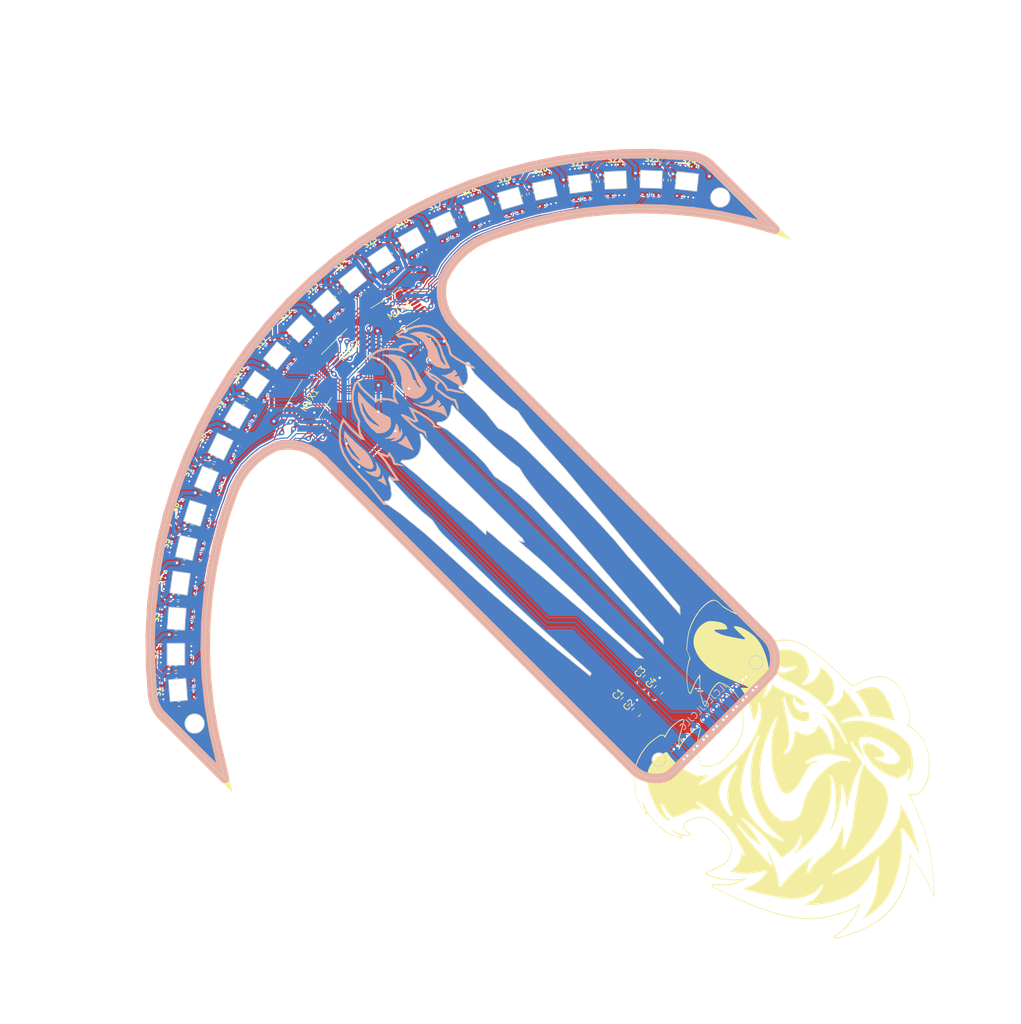
<source format=kicad_pcb>
(kicad_pcb (version 20240108) (generator "pcbnew") (generator_version "8.0")
  (layers (0 "F.Cu" signal) (31 "B.Cu" signal) (34 "B.Paste" user) (35 "F.Paste" user) (36 "B.SilkS" user "B.Silkscreen") (37 "F.SilkS" user "F.Silkscreen") (38 "B.Mask" user) (39 "F.Mask" user) (44 "Edge.Cuts" user))
  (net 0 "")
  (net 1 "/CH_C")
  (net 2 "/CH_A")
  (net 3 "/CH_B")
  (net 4 "/OUT2")
  (net 5 "/3.3_M")
  (net 6 "/OUT3")
  (net 7 "/GND_M")
  (net 8 "/OUT1")
  (net 9 "/S1")
  (net 10 "/S2")
  (net 11 "/S5")
  (net 12 "/S7")
  (net 13 "/S4")
  (net 14 "/S6")
  (net 15 "/S3")
  (net 16 "/S8")
  (net 17 "/S14")
  (net 18 "/S15")
  (net 19 "/S10")
  (net 20 "/S16")
  (net 21 "/S13")
  (net 22 "/S11")
  (net 23 "/S12")
  (net 24 "/S9")
  (net 25 "/S21")
  (net 26 "/S20")
  (net 27 "/S22")
  (net 28 "/S23")
  (net 29 "/S19")
  (net 30 "/S24")
  (net 31 "/S18")
  (net 32 "/S17")
  (net 33 "Net-(R1-Pad1)")
  (net 34 "Net-(R1-Pad2)")
  (net 35 "Net-(R4-Pad2)")
  (net 36 "Net-(R4-Pad1)")
  (net 37 "Net-(R7-Pad1)")
  (net 38 "Net-(R7-Pad2)")
  (net 39 "Net-(R10-Pad2)")
  (net 40 "Net-(R10-Pad1)")
  (net 41 "Net-(R13-Pad1)")
  (net 42 "Net-(R13-Pad2)")
  (net 43 "Net-(R16-Pad1)")
  (net 44 "Net-(R16-Pad2)")
  (net 45 "Net-(R19-Pad2)")
  (net 46 "Net-(R19-Pad1)")
  (net 47 "Net-(R22-Pad1)")
  (net 48 "Net-(R22-Pad2)")
  (net 49 "Net-(R25-Pad1)")
  (net 50 "Net-(R25-Pad2)")
  (net 51 "Net-(R28-Pad1)")
  (net 52 "Net-(R28-Pad2)")
  (net 53 "Net-(R31-Pad2)")
  (net 54 "Net-(R31-Pad1)")
  (net 55 "Net-(R34-Pad2)")
  (net 56 "Net-(R34-Pad1)")
  (footprint "Resistor_SMD:R_0402_1005Metric_Pad0.72x0.64mm_HandSolder" (layer "F.Cu") (at 113.937245 55.492034 128)
    (property "Reference" "R21" (hide yes))
    (property "Value" "10k")
  )
  (footprint "Resistor_SMD:R_0402_1005Metric_Pad0.72x0.64mm_HandSolder" (layer "F.Cu") (at 89.683483 93.463666 162)
    (property "Reference" "R9" (hide yes))
    (property "Value" "10k")
  )
  (footprint "custom_footprints:FujitoraBot2_QRE1113" (layer "F.Cu") (at 151.892831 38.445258 -83)
    (property "Reference" "S21")
    (property "Value" "~" (hide yes))
    (fp_line (start -1.403541 1.749998) (end -1.403542 -1.75) (stroke (width 0.1)) (layer "Edge.Cuts"))
    (fp_line (start 1.39046 1.75) (end -1.403541 1.749998) (stroke (width 0.1)) (layer "Edge.Cuts"))
    (fp_line (start -1.403542 -1.75) (end 1.390459 -1.749999) (stroke (width 0.1)) (layer "Edge.Cuts"))
    (fp_line (start 1.390459 -1.749999) (end 1.39046 1.75) (stroke (width 0.1)) (layer "Edge.Cuts"))
  )
  (footprint "Resistor_SMD:R_0402_1005Metric_Pad0.72x0.64mm_HandSolder" (layer "F.Cu") (at 166.828832 37.955783 85)
    (property "Reference" "R36" (hide yes))
    (property "Value" "10k")
  )
  (footprint "Resistor_SMD:R_0402_1005Metric_Pad0.72x0.64mm_HandSolder" (layer "F.Cu") (at 102.199271 67.937112 140)
    (property "Reference" "R17" (hide yes))
    (property "Value" "10k")
  )
  (footprint "custom_footprints:FujitoraBot2_QRE1113" (layer "F.Cu") (at 87.900797 102.398599 -8)
    (property "Reference" "S4")
    (property "Value" "~" (hide yes))
    (fp_line (start -1.403542 1.749998) (end -1.403542 -1.75) (stroke (width 0.1)) (layer "Edge.Cuts"))
    (fp_line (start -1.403542 -1.75) (end 1.39046 -1.75) (stroke (width 0.1)) (layer "Edge.Cuts"))
    (fp_line (start 1.39046 1.749999) (end -1.403542 1.749998) (stroke (width 0.1)) (layer "Edge.Cuts"))
    (fp_line (start 1.39046 -1.75) (end 1.39046 1.749999) (stroke (width 0.1)) (layer "Edge.Cuts"))
  )
  (footprint "Resistor_SMD:R_0402_1005Metric_Pad0.72x0.64mm_HandSolder" (layer "F.Cu") (at 142.999333 40.289239 106)
    (property "Reference" "R28" (hide yes))
    (property "Value" "45")
  )
  (footprint "custom_footprints:FujitoraBot2_QRE1113" (layer "F.Cu") (at 140.722597 40.834912 -74)
    (property "Reference" "S19")
    (property "Value" "~" (hide yes))
    (fp_line (start -1.403541 1.749998) (end -1.403543 -1.75) (stroke (width 0.1)) (layer "Edge.Cuts"))
    (fp_line (start 1.39046 1.75) (end -1.403541 1.749998) (stroke (width 0.1)) (layer "Edge.Cuts"))
    (fp_line (start -1.403543 -1.75) (end 1.39046 -1.749999) (stroke (width 0.1)) (layer "Edge.Cuts"))
    (fp_line (start 1.39046 -1.749999) (end 1.39046 1.75) (stroke (width 0.1)) (layer "Edge.Cuts"))
  )
  (footprint "custom_footprints:FujitoraBot2_QRE1113" (layer "F.Cu") (at 130.047684 44.900722 -65.5)
    (property "Reference" "S17")
    (property "Value" "~" (hide yes))
    (fp_line (start -1.403541 1.749997) (end -1.403542 -1.75) (stroke (width 0.1)) (layer "Edge.Cuts"))
    (fp_line (start 1.39046 1.75) (end -1.403541 1.749997) (stroke (width 0.1)) (layer "Edge.Cuts"))
    (fp_line (start -1.403542 -1.75) (end 1.39046 -1.749999) (stroke (width 0.1)) (layer "Edge.Cuts"))
    (fp_line (start 1.39046 -1.749999) (end 1.39046 1.75) (stroke (width 0.1)) (layer "Edge.Cuts"))
  )
  (footprint "custom_footprints:MUX_CD4051B" (layer "F.Cu") (at 114.997905 65.179391 45)
    (property "Reference" "MUX2")
    (property "Value" "CD4051B")
  )
  (footprint "custom_footprints:FujitoraBot2_QRE1113" (layer "F.Cu") (at 88.887987 96.769387 -13)
    (property "Reference" "S5")
    (property "Value" "~" (hide yes))
    (fp_line (start -1.403542 1.749998) (end -1.403542 -1.75) (stroke (width 0.1)) (layer "Edge.Cuts"))
    (fp_line (start -1.403542 -1.75) (end 1.39046 -1.749999) (stroke (width 0.1)) (layer "Edge.Cuts"))
    (fp_line (start 1.39046 1.750001) (end -1.403542 1.749998) (stroke (width 0.1)) (layer "Edge.Cuts"))
    (fp_line (start 1.39046 -1.749999) (end 1.39046 1.750001) (stroke (width 0.1)) (layer "Edge.Cuts"))
  )
  (footprint "Resistor_SMD:R_0402_1005Metric_Pad0.72x0.64mm_HandSolder" (layer "F.Cu") (at 122.139683 49.410915 124)
    (property "Reference" "R22" (hide yes))
    (property "Value" "45")
  )
  (footprint "custom_footprints:FujitoraBot2_QRE1113" (layer "F.Cu") (at 92.128918 85.815586 -22)
    (property "Reference" "S7")
    (property "Value" "~" (hide yes))
    (fp_line (start -1.403542 1.749998) (end -1.403542 -1.75) (stroke (width 0.1)) (layer "Edge.Cuts"))
    (fp_line (start -1.403542 -1.75) (end 1.39046 -1.75) (stroke (width 0.1)) (layer "Edge.Cuts"))
    (fp_line (start 1.390462 1.75) (end -1.403542 1.749998) (stroke (width 0.1)) (layer "Edge.Cuts"))
    (fp_line (start 1.39046 -1.75) (end 1.390462 1.75) (stroke (width 0.1)) (layer "Edge.Cuts"))
  )
  (footprint "custom_footprints:FujitoraBot2_QRE1113" (layer "F.Cu") (at 107.123231 61.683411 -43.738)
    (property "Reference" "S12")
    (property "Value" "~" (hide yes))
    (fp_line (start -1.403541 1.749999) (end -1.403542 -1.749999) (stroke (width 0.1)) (layer "Edge.Cuts"))
    (fp_line (start 1.390459 1.75) (end -1.403541 1.749999) (stroke (width 0.1)) (layer "Edge.Cuts"))
    (fp_line (start -1.403542 -1.749999) (end 1.390459 -1.749999) (stroke (width 0.1)) (layer "Edge.Cuts"))
    (fp_line (start 1.390459 -1.749999) (end 1.390459 1.75) (stroke (width 0.1)) (layer "Edge.Cuts"))
  )
  (footprint "Resistor_SMD:R_0402_1005Metric_Pad0.72x0.64mm_HandSolder" (layer "F.Cu") (at 161.101267 37.743651 90)
    (property "Reference" "R35" (hide yes))
    (property "Value" "10k")
  )
  (footprint "custom_footprints:FujitoraBot2_QRE1113" (layer "F.Cu") (at 103.401353 66.02125 -39)
    (property "Reference" "S11")
    (property "Value" "~" (hide yes))
    (fp_line (start -1.403542 1.749998) (end -1.403542 -1.75) (stroke (width 0.1)) (layer "Edge.Cuts"))
    (fp_line (start 1.390461 1.75) (end -1.403542 1.749998) (stroke (width 0.1)) (layer "Edge.Cuts"))
    (fp_line (start -1.403542 -1.75) (end 1.39046 -1.749999) (stroke (width 0.1)) (layer "Edge.Cuts"))
    (fp_line (start 1.39046 -1.749999) (end 1.390461 1.75) (stroke (width 0.1)) (layer "Edge.Cuts"))
  )
  (footprint "custom_footprints:FujitoraBot2_QRE1113" (layer "F.Cu") (at 124.974688 47.533917 -60.5)
    (property "Reference" "S16")
    (property "Value" "~" (hide yes))
    (fp_line (start -1.403541 1.749997) (end -1.403543 -1.75) (stroke (width 0.1)) (layer "Edge.Cuts"))
    (fp_line (start 1.39046 1.750002) (end -1.403541 1.749997) (stroke (width 0.1)) (layer "Edge.Cuts"))
    (fp_line (start -1.403543 -1.75) (end 1.39046 -1.749998) (stroke (width 0.1)) (layer "Edge.Cuts"))
    (fp_line (start 1.39046 -1.749998) (end 1.39046 1.750002) (stroke (width 0.1)) (layer "Edge.Cuts"))
  )
  (footprint "Resistor_SMD:R_0402_1005Metric_Pad0.72x0.64mm_HandSolder" (layer "F.Cu") (at 113.018006 56.269849 132)
    (property "Reference" "R19" (hide yes))
    (property "Value" "45")
  )
  (footprint "Resistor_SMD:R_0402_1005Metric_Pad0.72x0.64mm_HandSolder" (layer "F.Cu") (at 87.632872 104.706664 172)
    (property "Reference" "R6" (hide yes))
    (property "Value" "10k")
  )
  (footprint "custom_footprints:FujitoraBot2_QRE1113" (layer "F.Cu") (at 90.297206 91.229812 -17)
    (property "Reference" "S6")
    (property "Value" "~" (hide yes))
    (fp_line (start -1.403541 1.749998) (end -1.403542 -1.75) (stroke (width 0.1)) (layer "Edge.Cuts"))
    (fp_line (start -1.403542 -1.75) (end 1.39046 -1.749999) (stroke (width 0.1)) (layer "Edge.Cuts"))
    (fp_line (start 1.39046 1.750001) (end -1.403541 1.749998) (stroke (width 0.1)) (layer "Edge.Cuts"))
    (fp_line (start 1.39046 -1.749999) (end 1.39046 1.750001) (stroke (width 0.1)) (layer "Edge.Cuts"))
  )
  (footprint "Resistor_SMD:R_0402_1005Metric_Pad0.72x0.64mm_HandSolder" (layer "F.Cu") (at 123.200343 48.774519 119)
    (property "Reference" "R24" (hide yes))
    (property "Value" "10k")
  )
  (footprint "Resistor_SMD:R_0402_1005Metric_Pad0.72x0.64mm_HandSolder" (layer "F.Cu") (at 89.400639 94.453617 166)
    (property "Reference" "R7" (hide yes))
    (property "Value" "45")
  )
  (footprint "custom_footprints:FujitoraBot2_QRE1113" (layer "F.Cu") (at 135.307264 42.663349 -69)
    (property "Reference" "S18")
    (property "Value" "~" (hide yes))
    (fp_line (start -1.403541 1.749998) (end -1.403542 -1.750001) (stroke (width 0.1)) (layer "Edge.Cuts"))
    (fp_line (start 1.39046 1.75) (end -1.403541 1.749998) (stroke (width 0.1)) (layer "Edge.Cuts"))
    (fp_line (start -1.403542 -1.750001) (end 1.390459 -1.749999) (stroke (width 0.1)) (layer "Edge.Cuts"))
    (fp_line (start 1.390459 -1.749999) (end 1.39046 1.75) (stroke (width 0.1)) (layer "Edge.Cuts"))
  )
  (footprint "Resistor_SMD:R_0402_1005Metric_Pad0.72x0.64mm_HandSolder" (layer "F.Cu") (at 87.208608 110.363521 175)
    (property "Reference" "R5" (hide yes))
    (property "Value" "10k")
  )
  (footprint "Resistor_SMD:R_0402_1005Metric_Pad0.72x0.64mm_HandSolder" (layer "F.Cu") (at 91.380538 87.948236 158)
    (property "Reference" "R11" (hide yes))
    (property "Value" "10k")
  )
  (footprint "Resistor_SMD:R_0402_1005Metric_Pad0.72x0.64mm_HandSolder" (layer "F.Cu") (at 154.171621 38.167915 95)
    (property "Reference" "R31" (hide yes))
    (property "Value" "45")
  )
  (footprint "Resistor_SMD:R_0402_1005Metric_Pad0.72x0.64mm_HandSolder" (layer "F.Cu") (at 149.716848 38.804314 96)
    (property "Reference" "R32" (hide yes))
    (property "Value" "10k")
  )
  (footprint "Resistor_SMD:R_0402_1005Metric_Pad0.72x0.64mm_HandSolder" (layer "F.Cu") (at 144.130705 40.006397 102)
    (property "Reference" "R30" (hide yes))
    (property "Value" "10k")
  )
  (footprint "Capacitor_SMD:C_0805_2012Metric_Pad1.18x1.45mm_HandSolder" (layer "F.Cu") (at 164.464443 119.516129 45)
    (property "Reference" "C4")
    (property "Value" "0.1uF")
  )
  (footprint "custom_footprints:MUX_CD4051B" (layer "F.Cu") (at 108.633942 73.098991 58)
    (property "Reference" "MUX1")
    (property "Value" "CD4051B")
  )
  (footprint "custom_footprints:FujitoraBot2_QRE1113" (layer "F.Cu") (at 120.118009 50.547501 -56.5)
    (property "Reference" "S15")
    (property "Value" "~" (hide yes))
    (fp_line (start -1.403541 1.749998) (end -1.403542 -1.750001) (stroke (width 0.1)) (layer "Edge.Cuts"))
    (fp_line (start 1.390459 1.75) (end -1.403541 1.749998) (stroke (width 0.1)) (layer "Edge.Cuts"))
    (fp_line (start -1.403542 -1.750001) (end 1.39046 -1.749999) (stroke (width 0.1)) (layer "Edge.Cuts"))
    (fp_line (start 1.39046 -1.749999) (end 1.390459 1.75) (stroke (width 0.1)) (layer "Edge.Cuts"))
  )
  (footprint "custom_footprints:MUX_CD4051B" (layer "F.Cu") (at 122.917498 58.815431 32)
    (property "Reference" "MUX3")
    (property "Value" "CD4051B")
  )
  (footprint "LOGO" (layer "F.Cu") (at 183.89099 132.048483 -157.5)
    (property "Reference" "G***" (hide yes))
    (property "Value" "LOGO" (hide yes))
  )
  (footprint "custom_footprints:FujitoraBot2_QRE1113" (layer "F.Cu") (at 94.369472 80.55736 -26)
    (property "Reference" "S8")
    (property "Value" "~" (hide yes))
    (fp_line (start -1.403541 1.749998) (end -1.403541 -1.749999) (stroke (width 0.1)) (layer "Edge.Cuts"))
    (fp_line (start -1.403541 -1.749999) (end 1.39046 -1.749999) (stroke (width 0.1)) (layer "Edge.Cuts"))
    (fp_line (start 1.39046 1.75) (end -1.403541 1.749998) (stroke (width 0.1)) (layer "Edge.Cuts"))
    (fp_line (start 1.39046 -1.749999) (end 1.39046 1.75) (stroke (width 0.1)) (layer "Edge.Cuts"))
  )
  (footprint "Resistor_SMD:R_0402_1005Metric_Pad0.72x0.64mm_HandSolder" (layer "F.Cu") (at 109.694604 59.310408 132)
    (property "Reference" "R20" (hide yes))
    (property "Value" "10k")
  )
  (footprint "Capacitor_SMD:C_0805_2012Metric_Pad1.18x1.45mm_HandSolder" (layer "F.Cu") (at 162.68784 117.827913 45)
    (property "Reference" "C3")
    (property "Value" "10uF")
  )
  (footprint "Resistor_SMD:R_0402_1005Metric_Pad0.72x0.64mm_HandSolder" (layer "F.Cu") (at 165.62675 37.885073 87)
    (property "Reference" "R34" (hide yes))
    (property "Value" "45")
  )
  (footprint "custom_footprints:FujitoraBot2_QRE1113" (layer "F.Cu") (at 87.350144 108.087693 -4)
    (property "Reference" "S3")
    (property "Value" "~" (hide yes))
    (fp_line (start -1.403541 1.749998) (end -1.403543 -1.75) (stroke (width 0.1)) (layer "Edge.Cuts"))
    (fp_line (start -1.403543 -1.75) (end 1.39046 -1.75) (stroke (width 0.1)) (layer "Edge.Cuts"))
    (fp_line (start 1.39046 1.75) (end -1.403541 1.749998) (stroke (width 0.1)) (layer "Edge.Cuts"))
    (fp_line (start 1.39046 -1.75) (end 1.39046 1.75) (stroke (width 0.1)) (layer "Edge.Cuts"))
  )
  (footprint "Resistor_SMD:R_0402_1005Metric_Pad0.72x0.64mm_HandSolder" (layer "F.Cu") (at 133.31197 43.612638 111)
    (property "Reference" "R27" (hide yes))
    (property "Value" "10k")
  )
  (footprint "Resistor_SMD:R_0402_1005Metric_Pad0.72x0.64mm_HandSolder" (layer "F.Cu") (at 104.956989 64.330866 141)
    (property "Reference" "R16" (hide yes))
    (property "Value" "45")
  )
  (footprint "Resistor_SMD:R_0402_1005Metric_Pad0.72x0.64mm_HandSolder" (layer "F.Cu") (at 98.946582 72.604016 145)
    (property "Reference" "R15" (hide yes))
    (property "Value" "10k")
  )
  (footprint "custom_footprints:FujitoraBot2_QRE1113" (layer "F.Cu") (at 146.261942 39.42613 -78)
    (property "Reference" "S20")
    (property "Value" "~" (hide yes))
    (fp_line (start -1.403541 1.749998) (end -1.403541 -1.749999) (stroke (width 0.1)) (layer "Edge.Cuts"))
    (fp_line (start 1.390461 1.75) (end -1.403541 1.749998) (stroke (width 0.1)) (layer "Edge.Cuts"))
    (fp_line (start -1.403541 -1.749999) (end 1.39046 -1.75) (stroke (width 0.1)) (layer "Edge.Cuts"))
    (fp_line (start 1.39046 -1.75) (end 1.390461 1.75) (stroke (width 0.1)) (layer "Edge.Cuts"))
  )
  (footprint "custom_footprints:FujitoraBot2_QRE1113" (layer "F.Cu") (at 87.560067 119.508751 4.527)
    (property "Reference" "S1")
    (property "Value" "~" (hide yes))
    (fp_line (start -1.403541 -1.749999) (end 1.390461 -1.749998) (stroke (width 0.1)) (layer "Edge.Cuts"))
    (fp_line (start -1.403541 1.749998) (end -1.403541 -1.749999) (stroke (width 0.1)) (layer "Edge.Cuts"))
    (fp_line (start 1.390461 -1.749998) (end 1.390461 1.75) (stroke (width 0.1)) (layer "Edge.Cuts"))
    (fp_line (start 1.390461 1.75) (end -1.403541 1.749998) (stroke (width 0.1)) (layer "Edge.Cuts"))
  )
  (footprint "Resistor_SMD:R_0402_1005Metric_Pad0.72x0.64mm_HandSolder" (layer "F.Cu") (at 132.180601 44.036902 114)
    (property "Reference" "R25" (hide yes))
    (property "Value" "45")
  )
  (footprint "Resistor_SMD:R_0402_1005Metric_Pad0.72x0.64mm_HandSolder" (layer "F.Cu") (at 98.310187 73.523257 147)
    (property "Reference" "R13" (hide yes))
    (property "Value" "45")
  )
  (footprint "Resistor_SMD:R_0402_1005Metric_Pad0.72x0.64mm_HandSolder" (layer "F.Cu") (at 138.615272 41.562029 106)
    (property "Reference" "R29" (hide yes))
    (property "Value" "10k")
  )
  (footprint "Resistor_SMD:R_0402_1005Metric_Pad0.72x0.64mm_HandSolder" (layer "F.Cu") (at 96.047442 77.483055 150)
    (property "Reference" "R14" (hide yes))
    (property "Value" "10k")
  )
  (footprint "custom_footprints:FujitoraBot2_QRE1113" (layer "F.Cu") (at 111.166037 57.64305 -48)
    (property "Reference" "S13")
    (property "Value" "~" (hide yes))
    (fp_line (start -1.403541 1.749998) (end -1.403543 -1.75) (stroke (width 0.1)) (layer "Edge.Cuts"))
    (fp_line (start 1.39046 1.750001) (end -1.403541 1.749998) (stroke (width 0.1)) (layer "Edge.Cuts"))
    (fp_line (start -1.403543 -1.75) (end 1.39046 -1.749999) (stroke (width 0.1)) (layer "Edge.Cuts"))
    (fp_line (start 1.39046 -1.749999) (end 1.39046 1.750001) (stroke (width 0.1)) (layer "Edge.Cuts"))
  )
  (footprint "Capacitor_SMD:C_0805_2012Metric_Pad1.18x1.45mm_HandSolder" (layer "F.Cu") (at 159.156722 121.359031 45)
    (property "Reference" "C1")
    (property "Value" "10uF")
  )
  (footprint "Resistor_SMD:R_0402_1005Metric_Pad0.72x0.64mm_HandSolder" (layer "F.Cu") (at 118.462729 51.956498 124)
    (property "Reference" "R23" (hide yes))
    (property "Value" "10k")
  )
  (footprint "Resistor_SMD:R_0402_1005Metric_Pad0.72x0.64mm_HandSolder" (layer "F.Cu") (at 105.734805 63.41163 136)
    (property "Reference" "R18" (hide yes))
    (property "Value" "10k")
  )
  (footprint "custom_footprints:FujitoraBot2_QRE1113" (layer "F.Cu") (at 115.506114 53.923808 -51.5)
    (property "Reference" "S14")
    (property "Value" "~" (hide yes))
    (fp_line (start -1.40354 1.749998) (end -1.403542 -1.75) (stroke (width 0.1)) (layer "Edge.Cuts"))
    (fp_line (start 1.39046 1.75) (end -1.40354 1.749998) (stroke (width 0.1)) (layer "Edge.Cuts"))
    (fp_line (start -1.403542 -1.75) (end 1.39046 -1.749999) (stroke (width 0.1)) (layer "Edge.Cuts"))
    (fp_line (start 1.39046 -1.749999) (end 1.39046 1.75) (stroke (width 0.1)) (layer "Edge.Cuts"))
  )
  (footprint "Resistor_SMD:R_0402_1005Metric_Pad0.72x0.64mm_HandSolder" (layer "F.Cu") (at 128.150091 45.94609 115)
    (property "Reference" "R26" (hide yes))
    (property "Value" "10k")
  )
  (footprint "Capacitor_SMD:C_0805_2012Metric_Pad1.18x1.45mm_HandSolder" (layer "F.Cu") (at 160.889131 123.091441 45)
    (property "Reference" "C2")
    (property "Value" "0.1uF")
  )
  (footprint "custom_footprints:FujitoraBot2_QRE1113" (layer "F.Cu") (at 97.005727 75.485971 -30)
    (property "Reference" "S9")
    (property "Value" "~" (hide yes))
    (fp_line (start -1.403541 1.749998) (end -1.403542 -1.75) (stroke (width 0.1)) (layer "Edge.Cuts"))
    (fp_line (start -1.403542 -1.75) (end 1.39046 -1.749999) (stroke (width 0.1)) (layer "Edge.Cuts"))
    (fp_line (start 1.390461 1.75) (end -1.403541 1.749998) (stroke (width 0.1)) (layer "Edge.Cuts"))
    (fp_line (start 1.39046 -1.749999) (end 1.390461 1.75) (stroke (width 0.1)) (layer "Edge.Cuts"))
  )
  (footprint "custom_footprints:FujitoraBot2_QRE1113" (layer "F.Cu") (at 163.296875 37.787707 -92.001)
    (property "Reference" "S23")
    (property "Value" "~" (hide yes))
    (fp_line (start 1.390463 1.749999) (end -1.403542 1.749999) (stroke (width 0.1)) (layer "Edge.Cuts"))
    (fp_line (start -1.403542 1.749999) (end -1.40354 -1.75) (stroke (width 0.1)) (layer "Edge.Cuts"))
    (fp_line (start 1.39046 -1.75) (end 1.390463 1.749999) (stroke (width 0.1)) (layer "Edge.Cuts"))
    (fp_line (start -1.40354 -1.75) (end 1.39046 -1.75) (stroke (width 0.1)) (layer "Edge.Cuts"))
  )
  (footprint "Resistor_SMD:R_0402_1005Metric_Pad0.72x0.64mm_HandSolder" (layer "F.Cu") (at 87.27932 117.222454 -174)
    (property "Reference" "R1" (hide yes))
    (property "Value" "45")
  )
  (footprint "custom_footprints:FujitoraBot2_QRE1113" (layer "F.Cu") (at 169.003186 38.114879 -96.389)
    (property "Reference" "S24")
    (property "Value" "~" (hide yes))
    (fp_line (start 1.390459 1.75) (end -1.40354 1.749998) (stroke (width 0.1)) (layer "Edge.Cuts"))
    (fp_line (start -1.40354 1.749998) (end -1.403541 -1.75) (stroke (width 0.1)) (layer "Edge.Cuts"))
    (fp_line (start 1.39046 -1.75) (end 1.390459 1.75) (stroke (width 0.1)) (layer "Edge.Cuts"))
    (fp_line (start -1.403541 -1.75) (end 1.39046 -1.75) (stroke (width 0.1)) (layer "Edge.Cuts"))
  )
  (footprint "Resistor_SMD:R_0402_1005Metric_Pad0.72x0.64mm_HandSolder" (layer "F.Cu") (at 87.208609 116.020373 180)
    (property "Reference" "R3" (hide yes))
    (property "Value" "10k")
  )
  (footprint "Resistor_SMD:R_0402_1005Metric_Pad0.72x0.64mm_HandSolder" (layer "F.Cu") (at 93.077595 83.705596 157)
    (property "Reference" "R10" (hide yes))
    (property "Value" "45")
  )
  (footprint "Resistor_SMD:R_0402_1005Metric_Pad0.72x0.64mm_HandSolder" (layer "F.Cu") (at 87.703582 121.747938 -177)
    (property "Reference" "R2" (hide yes))
    (property "Value" "10k")
  )
  (footprint "Resistor_SMD:R_0402_1005Metric_Pad0.72x0.64mm_HandSolder" (layer "F.Cu") (at 93.57257 82.644933 155)
    (property "Reference" "R12" (hide yes))
    (property "Value" "10k")
  )
  (footprint "Resistor_SMD:R_0402_1005Metric_Pad0.72x0.64mm_HandSolder" (layer "F.Cu") (at 88.481402 99.049811 167)
    (property "Reference" "R8" (hide yes))
    (property "Value" "10k")
  )
  (footprint "Resistor_SMD:R_0402_1005Metric_Pad0.72x0.64mm_HandSolder" (layer "F.Cu") (at 87.562163 105.767324 177)
    (property "Reference" "R4" (hide yes))
    (property "Value" "45")
  )
  (footprint "custom_footprints:FujitoraBot2_QRE1113" (layer "F.Cu") (at 87.236346 113.802243 0.14)
    (property "Reference" "S2")
    (property "Value" "~" (hide yes))
    (fp_line (start -1.403542 -1.75) (end 1.390461 -1.749998) (stroke (width 0.1)) (layer "Edge.Cuts"))
    (fp_line (start -1.403541 1.749999) (end -1.403542 -1.75) (stroke (width 0.1)) (layer "Edge.Cuts"))
    (fp_line (start 1.390461 -1.749998) (end 1.390461 1.750001) (stroke (width 0.1)) (layer "Edge.Cuts"))
    (fp_line (start 1.390461 1.750001) (end -1.403541 1.749999) (stroke (width 0.1)) (layer "Edge.Cuts"))
  )
  (footprint "custom_footprints:FujitoraBot2_QRE1113" (layer "F.Cu") (at 100.022255 70.6311 -35)
    (property "Reference" "S10")
    (property "Value" "~" (hide yes))
    (fp_line (start -1.403541 1.749998) (end -1.403541 -1.75) (stroke (width 0.1)) (layer "Edge.Cuts"))
    (fp_line (start -1.403541 -1.75) (end 1.39046 -1.749999) (stroke (width 0.1)) (layer "Edge.Cuts"))
    (fp_line (start 1.39046 1.75) (end -1.403541 1.749998) (stroke (width 0.1)) (layer "Edge.Cuts"))
    (fp_line (start 1.39046 -1.749999) (end 1.39046 1.75) (stroke (width 0.1)) (layer "Edge.Cuts"))
  )
  (footprint "Resistor_SMD:R_0402_1005Metric_Pad0.72x0.64mm_HandSolder" (layer "F.Cu") (at 155.373703 38.097205 93)
    (property "Reference" "R33" (hide yes))
    (property "Value" "10k")
  )
  (footprint "LOGO" (layer "F.Cu") (at 123.235699 74.265713 -135)
    (property "Reference" "G***" (hide yes))
    (property "Value" "LOGO" (hide yes))
  )
  (footprint "custom_footprints:FujitoraBot2_QRE1113" (layer "F.Cu") (at 157.582258 37.898047 -87.613)
    (property "Reference" "S22")
    (property "Value" "~" (hide yes))
    (fp_line (start -1.403541 1.749996) (end -1.403541 -1.75) (stroke (width 0.1)) (layer "Edge.Cuts"))
    (fp_line (start 1.39046 1.75) (end -1.403541 1.749996) (stroke (width 0.1)) (layer "Edge.Cuts"))
    (fp_line (start -1.403541 -1.75) (end 1.39046 -1.749999) (stroke (width 0.1)) (layer "Edge.Cuts"))
    (fp_line (start 1.39046 -1.749999) (end 1.39046 1.75) (stroke (width 0.1)) (layer "Edge.Cuts"))
  )
  (footprint "LOGO" (layer "F.Cu") (at 140.241617 90.918078 -135)
    (property "Reference" "G***" (hide yes))
    (property "Value" "LOGO" (hide yes))
  )
  (footprint "custom_footprints:Fujitora_pads_morro" (layer "B.Cu") (at 173.451076 123.964525 45)
    (property "Reference" "J1" (hide yes))
    (property "Value" "Conn_01x08_Pin" (hide yes))
  )
  (footprint "LOGO" (layer "B.Cu") (at 123.235699 74.265713 45)
    (property "Reference" "G***" (hide yes))
    (property "Value" "LOGO" (hide yes))
  )
  (gr_line (start 171.463176 34.566166) (end 172.024238 34.878568) (stroke (width 1.5)) (layer "B.SilkS"))
  (gr_line (start 182.933367 45.705685) (end 178.701654 44.515258) (stroke (width 1.5)) (layer "B.SilkS"))
  (gr_line (start 125.26263 42.65955) (end 120.953447 45.09631) (stroke (width 1.5)) (layer "B.SilkS"))
  (gr_line (start 152.516132 43.09167) (end 148.180303 43.816317) (stroke (width 1.5)) (layer "B.SilkS"))
  (gr_line (start 129.726026 56.511099) (end 129.71512 55.154757) (stroke (width 1.5)) (layer "B.SilkS"))
  (gr_line (start 183.053658 113.801048) (end 183.094576 114.43125) (stroke (width 1.5)) (layer "B.SilkS"))
  (gr_line (start 148.617458 34.760128) (end 143.76618 35.746016) (stroke (width 1.5)) (layer "B.SilkS"))
  (gr_line (start 129.71512 55.154757) (end 129.937517 53.816725) (stroke (width 1.5)) (layer "B.SilkS"))
  (gr_line (start 120.953447 45.09631) (end 116.805776 47.798839) (stroke (width 1.5)) (layer "B.SilkS"))
  (gr_line (start 170.251252 34.147676) (end 170.869473 34.321419) (stroke (width 1.5)) (layer "B.SilkS"))
  (gr_line (start 116.805776 47.798839) (end 112.83598 50.756469) (stroke (width 1.5)) (layer "B.SilkS"))
  (gr_line (start 163.239246 133.615462) (end 163.869447 133.656379) (stroke (width 1.5)) (layer "B.SilkS"))
  (gr_line (start 143.898532 44.811782) (end 139.687717 46.074139) (stroke (width 1.5)) (layer "B.SilkS"))
  (gr_line (start 83.150126 115.858009) (end 83.492289 120.422124) (stroke (width 1.5)) (layer "B.SilkS"))
  (gr_line (start 129.716315 40.498173) (end 125.26263 42.65955) (stroke (width 1.5)) (layer "B.SilkS"))
  (gr_line (start 160.930066 132.659871) (end 161.45522 133.010641) (stroke (width 1.5)) (layer "B.SilkS"))
  (gr_line (start 84.724082 123.330847) (end 85.155358 123.803576) (stroke (width 1.5)) (layer "B.SilkS"))
  (gr_line (start 182.693614 116.588159) (end 182.216858 117.209481) (stroke (width 1.5)) (layer "B.SilkS"))
  (gr_line (start 98.657998 83.935679) (end 99.928125 82.62451) (stroke (width 1.5)) (layer "B.SilkS"))
  (gr_line (start 97.407835 85.663842) (end 96.527479 87.437439) (stroke (width 1.5)) (layer "B.SilkS"))
  (gr_line (start 168.351778 33.902878) (end 163.407734 33.651328) (stroke (width 1.5)) (layer "B.SilkS"))
  (gr_line (start 83.090738 110.907926) (end 83.150126 115.858009) (stroke (width 1.5)) (layer "B.SilkS"))
  (gr_line (start 167.759369 42.744862) (end 165.676178 42.565834) (stroke (width 1.5)) (layer "B.SilkS"))
  (gr_line (start 133.489454 49.114343) (end 133.341665 49.257507) (stroke (width 1.5)) (layer "B.SilkS"))
  (gr_line (start 160.455234 132.243502) (end 160.930066 132.659871) (stroke (width 1.5)) (layer "B.SilkS"))
  (gr_line (start 84.034476 122.255158) (end 84.34886 122.812503) (stroke (width 1.5)) (layer "B.SilkS"))
  (gr_line (start 183.090739 45.760831) (end 173.018278 35.68837) (stroke (width 1.5)) (layer "B.SilkS"))
  (gr_line (start 136.880183 47.091382) (end 136.717307 47.172228) (stroke (width 1.5)) (layer "B.SilkS"))
  (gr_line (start 178.701654 44.515258) (end 174.403543 43.592894) (stroke (width 1.5)) (layer "B.SilkS"))
  (gr_line (start 89.186729 82.012029) (end 87.419696 86.636361) (stroke (width 1.5)) (layer "B.SilkS"))
  (gr_line (start 83.903783 101.045389) (end 83.34229 105.963883) (stroke (width 1.5)) (layer "B.SilkS"))
  (gr_line (start 169.61697 34.047311) (end 168.351778 33.902878) (stroke (width 1.5)) (layer "B.SilkS"))
  (gr_line (start 85.946516 91.362522) (end 84.773001 96.171857) (stroke (width 1.5)) (layer "B.SilkS"))
  (gr_line (start 182.727999 112.583501) (end 182.930765 113.181595) (stroke (width 1.5)) (layer "B.SilkS"))
  (gr_line (start 101.508112 81.431068) (end 103.252823 80.494773) (stroke (width 1.5)) (layer "B.SilkS"))
  (gr_line (start 169.61697 34.047311) (end 170.251252 34.147676) (stroke (width 1.5)) (layer "B.SilkS"))
  (gr_line (start 105.491927 57.389385) (end 102.14665 61.038493) (stroke (width 1.5)) (layer "B.SilkS"))
  (gr_line (start 170.055998 42.942229) (end 167.759369 42.744862) (stroke (width 1.5)) (layer "B.SilkS"))
  (gr_line (start 109.726824 81.678102) (end 110.765098 82.550898) (stroke (width 1.5)) (layer "B.SilkS"))
  (gr_line (start 139.687717 46.074139) (end 136.880183 47.091382) (stroke (width 1.5)) (layer "B.SilkS"))
  (gr_line (start 156.888905 42.640702) (end 152.516132 43.09167) (stroke (width 1.5)) (layer "B.SilkS"))
  (gr_line (start 131.120845 60.290725) (end 130.439507 59.117882) (stroke (width 1.5)) (layer "B.SilkS"))
  (gr_line (start 93.255729 126.135357) (end 94.251195 130.417127) (stroke (width 1.5)) (layer "B.SilkS"))
  (gr_line (start 84.773001 96.171857) (end 83.903783 101.045389) (stroke (width 1.5)) (layer "B.SilkS"))
  (gr_line (start 182.930765 113.181595) (end 183.053658 113.801048) (stroke (width 1.5)) (layer "B.SilkS"))
  (gr_line (start 98.550442 84.046711) (end 98.657998 83.935679) (stroke (width 1.5)) (layer "B.SilkS"))
  (gr_line (start 164.594357 133.655895) (end 165.368325 133.536277) (stroke (width 1.5)) (layer "B.SilkS"))
  (gr_line (start 83.784943 121.665916) (end 84.034476 122.255158) (stroke (width 1.5)) (layer "B.SilkS"))
  (gr_line (start 87.419696 86.636361) (end 85.946516 91.362522) (stroke (width 1.5)) (layer "B.SilkS"))
  (gr_line (start 134.296923 38.62071) (end 129.716315 40.498173) (stroke (width 1.5)) (layer "B.SilkS"))
  (gr_line (start 99.928125 82.62451) (end 101.508112 81.431068) (stroke (width 1.5)) (layer "B.SilkS"))
  (gr_line (start 96.527479 87.437439) (end 95.145095 91.382293) (stroke (width 1.5)) (layer "B.SilkS"))
  (gr_line (start 131.993642 61.329) (end 131.120845 60.290725) (stroke (width 1.5)) (layer "B.SilkS"))
  (gr_line (start 92.005246 108.639484) (end 91.904603 113.034297) (stroke (width 1.5)) (layer "B.SilkS"))
  (gr_line (start 179.415371 108.75071) (end 181.681699 111.017037) (stroke (width 1.5)) (layer "B.SilkS"))
  (gr_line (start 182.993316 115.864617) (end 182.693614 116.588159) (stroke (width 1.5)) (layer "B.SilkS"))
  (gr_line (start 93.573319 73.141373) (end 91.240637 77.507773) (stroke (width 1.5)) (layer "B.SilkS"))
  (gr_line (start 109.059729 53.95753) (end 105.491927 57.389385) (stroke (width 1.5)) (layer "B.SilkS"))
  (gr_line (start 93.95467 95.614007) (end 93.032305 99.912117) (stroke (width 1.5)) (layer "B.SilkS"))
  (gr_line (start 95.00311 133.651328) (end 85.155358 123.803576) (stroke (width 1.5)) (layer "B.SilkS"))
  (gr_line (start 129.969906 57.845381) (end 129.726026 56.511099) (stroke (width 1.5)) (layer "B.SilkS"))
  (gr_line (start 93.032305 99.912117) (end 92.38164 104.259662) (stroke (width 1.5)) (layer "B.SilkS"))
  (gr_line (start 130.873812 52.072014) (end 129.937517 53.816725) (stroke (width 1.5)) (layer "B.SilkS"))
  (gr_line (start 158.457651 33.710714) (end 153.521064 34.080801) (stroke (width 1.5)) (layer "B.SilkS"))
  (gr_line (start 183.094094 115.156161) (end 182.993316 115.864617) (stroke (width 1.5)) (layer "B.SilkS"))
  (gr_line (start 165.368325 133.536277) (end 166.084962 133.220417) (stroke (width 1.5)) (layer "B.SilkS"))
  (gr_line (start 104.590854 80.272374) (end 103.252823 80.494773) (stroke (width 1.5)) (layer "B.SilkS"))
  (gr_line (start 83.603442 121.052296) (end 83.784943 121.665916) (stroke (width 1.5)) (layer "B.SilkS"))
  (gr_line (start 166.084962 133.220417) (end 166.695428 132.729841) (stroke (width 1.5)) (layer "B.SilkS"))
  (gr_line (start 148.180303 43.816317) (end 143.898532 44.811782) (stroke (width 1.5)) (layer "B.SilkS"))
  (gr_line (start 83.34229 105.963883) (end 83.090738 110.907926) (stroke (width 1.5)) (layer "B.SilkS"))
  (gr_line (start 182.098067 111.491868) (end 182.448838 112.017023) (stroke (width 1.5)) (layer "B.SilkS"))
  (gr_line (start 163.407734 33.651328) (end 158.457651 33.710714) (stroke (width 1.5)) (layer "B.SilkS"))
  (gr_line (start 143.76618 35.746016) (end 138.986383 37.034571) (stroke (width 1.5)) (layer "B.SilkS"))
  (gr_line (start 166.695428 132.729841) (end 182.216858 117.209481) (stroke (width 1.5)) (layer "B.SilkS"))
  (gr_line (start 92.38164 104.259662) (end 92.005246 108.639484) (stroke (width 1.5)) (layer "B.SilkS"))
  (gr_line (start 158.861886 130.650074) (end 160.455234 132.243502) (stroke (width 1.5)) (layer "B.SilkS"))
  (gr_line (start 153.521064 34.080801) (end 148.617458 34.760128) (stroke (width 1.5)) (layer "B.SilkS"))
  (gr_line (start 96.175564 68.930058) (end 93.573319 73.141373) (stroke (width 1.5)) (layer "B.SilkS"))
  (gr_line (start 84.34886 122.812503) (end 84.724082 123.330847) (stroke (width 1.5)) (layer "B.SilkS"))
  (gr_line (start 179.415371 108.75071) (end 131.993642 61.329) (stroke (width 1.5)) (layer "B.SilkS"))
  (gr_line (start 92.171639 118.31423) (end 92.531081 121.799531) (stroke (width 1.5)) (layer "B.SilkS"))
  (gr_line (start 136.717307 47.172228) (end 135.106587 47.971736) (stroke (width 1.5)) (layer "B.SilkS"))
  (gr_line (start 95.145095 91.382293) (end 93.95467 95.614007) (stroke (width 1.5)) (layer "B.SilkS"))
  (gr_line (start 170.135637 42.954148) (end 170.055998 42.942229) (stroke (width 1.5)) (layer "B.SilkS"))
  (gr_line (start 91.904603 113.034297) (end 92.080113 117.426758) (stroke (width 1.5)) (layer "B.SilkS"))
  (gr_line (start 135.106587 47.971736) (end 133.489454 49.114343) (stroke (width 1.5)) (layer "B.SilkS"))
  (gr_line (start 83.492289 120.422124) (end 83.603442 121.052296) (stroke (width 1.5)) (layer "B.SilkS"))
  (gr_line (start 162.619792 133.492567) (end 163.239246 133.615462) (stroke (width 1.5)) (layer "B.SilkS"))
  (gr_line (start 133.341665 49.257507) (end 132.067253 50.492026) (stroke (width 1.5)) (layer "B.SilkS"))
  (gr_line (start 165.676178 42.565834) (end 161.281363 42.465192) (stroke (width 1.5)) (layer "B.SilkS"))
  (gr_line (start 99.037106 64.890451) (end 96.175564 68.930058) (stroke (width 1.5)) (layer "B.SilkS"))
  (gr_line (start 105.947198 80.283279) (end 104.590854 80.272374) (stroke (width 1.5)) (layer "B.SilkS"))
  (gr_line (start 97.407835 85.663842) (end 98.550442 84.046711) (stroke (width 1.5)) (layer "B.SilkS"))
  (gr_line (start 174.403543 43.592894) (end 170.135637 42.954148) (stroke (width 1.5)) (layer "B.SilkS"))
  (gr_line (start 164.594357 133.655895) (end 163.869447 133.656379) (stroke (width 1.5)) (layer "B.SilkS"))
  (gr_line (start 172.024238 34.878568) (end 172.544981 35.25435) (stroke (width 1.5)) (layer "B.SilkS"))
  (gr_line (start 172.544981 35.25435) (end 173.018278 35.68837) (stroke (width 1.5)) (layer "B.SilkS"))
  (gr_line (start 161.281363 42.465192) (end 156.888905 42.640702) (stroke (width 1.5)) (layer "B.SilkS"))
  (gr_line (start 183.090739 45.760831) (end 182.933367 45.705685) (stroke (width 1.5)) (layer "B.SilkS"))
  (gr_line (start 102.14665 61.038493) (end 99.037106 64.890451) (stroke (width 1.5)) (layer "B.SilkS"))
  (gr_line (start 183.094094 115.156161) (end 183.094576 114.43125) (stroke (width 1.5)) (layer "B.SilkS"))
  (gr_line (start 92.531081 121.799531) (end 93.255729 126.135357) (stroke (width 1.5)) (layer "B.SilkS"))
  (gr_line (start 138.986383 37.034571) (end 134.296923 38.62071) (stroke (width 1.5)) (layer "B.SilkS"))
  (gr_line (start 182.448838 112.017023) (end 182.727999 112.583501) (stroke (width 1.5)) (layer "B.SilkS"))
  (gr_line (start 91.240637 77.507773) (end 89.186729 82.012029) (stroke (width 1.5)) (layer "B.SilkS"))
  (gr_line (start 130.439507 59.117882) (end 129.969906 57.845381) (stroke (width 1.5)) (layer "B.SilkS"))
  (gr_line (start 107.281478 80.527162) (end 105.947198 80.283279) (stroke (width 1.5)) (layer "B.SilkS"))
  (gr_line (start 132.067253 50.492026) (end 130.873812 52.072014) (stroke (width 1.5)) (layer "B.SilkS"))
  (gr_line (start 94.251195 130.417127) (end 95.00311 133.651328) (stroke (width 1.5)) (layer "B.SilkS"))
  (gr_line (start 181.681699 111.017037) (end 182.098067 111.491868) (stroke (width 1.5)) (layer "B.SilkS"))
  (gr_line (start 170.869473 34.321419) (end 171.463176 34.566166) (stroke (width 1.5)) (layer "B.SilkS"))
  (gr_line (start 108.55398 80.996763) (end 107.281478 80.527162) (stroke (width 1.5)) (layer "B.SilkS"))
  (gr_line (start 109.726824 81.678102) (end 108.55398 80.996763) (stroke (width 1.5)) (layer "B.SilkS"))
  (gr_line (start 158.861886 130.650074) (end 110.765098 82.550898) (stroke (width 1.5)) (layer "B.SilkS"))
  (gr_line (start 161.45522 133.010641) (end 162.021698 133.289802) (stroke (width 1.5)) (layer "B.SilkS"))
  (gr_line (start 92.080113 117.426758) (end 92.171639 118.31423) (stroke (width 1.5)) (layer "B.SilkS"))
  (gr_line (start 112.83598 50.756469) (end 109.059729 53.95753) (stroke (width 1.5)) (layer "B.SilkS"))
  (gr_line (start 162.021698 133.289802) (end 162.619792 133.492567) (stroke (width 1.5)) (layer "B.SilkS"))
  (gr_line (start 182.933367 45.705685) (end 178.701654 44.515258) (stroke (width 0.1)) (layer "Edge.Cuts"))
  (gr_line (start 150.242967 87.884957) (end 143.845511 81.488931) (stroke (width 0.1)) (layer "Edge.Cuts"))
  (gr_line (start 126.436615 80.312198) (end 126.39461 80.715265) (stroke (width 0.1)) (layer "Edge.Cuts"))
  (gr_line (start 88.793586 125.503789) (end 88.727652 125.320647) (stroke (width 0.1)) (layer "Edge.Cuts"))
  (gr_line (start 175.628797 41.553958) (end 175.727883 41.386415) (stroke (width 0.1)) (layer "Edge.Cuts"))
  (gr_line (start 171.463176 34.566166) (end 172.024238 34.878568) (stroke (width 0.1)) (layer "Edge.Cuts"))
  (gr_line (start 179.798694 114.037784) (end 179.533396 114.147674) (stroke (width 0.1)) (layer "Edge.Cuts"))
  (gr_line (start 139.266899 95.932182) (end 145.901692 101.415336) (stroke (width 0.1)) (layer "Edge.Cuts"))
  (gr_line (start 173.122083 41.632735) (end 173.250808 41.778744) (stroke (width 0.1)) (layer "Edge.Cuts"))
  (gr_line (start 83.903783 101.045389) (end 83.34229 105.963883) (stroke (width 0.1)) (layer "Edge.Cuts"))
  (gr_line (start 175.727883 41.386415) (end 175.805189 41.207773) (stroke (width 0.1)) (layer "Edge.Cuts"))
  (gr_line (start 126.341809 78.974557) (end 126.408067 79.438501) (stroke (width 0.1)) (layer "Edge.Cuts"))
  (gr_line (start 163.977046 131.609278) (end 164.242345 131.71917) (stroke (width 0.1)) (layer "Edge.Cuts"))
  (gr_line (start 121.589643 86.955424) (end 121.63592 87.272296) (stroke (width 0.1)) (layer "Edge.Cuts"))
  (gr_line (start 165.077046 129.704022) (end 164.811748 129.594132) (stroke (width 0.1)) (layer "Edge.Cuts"))
  (gr_line (start 175.680973 39.893715) (end 175.571563 39.732724) (stroke (width 0.1)) (layer "Edge.Cuts"))
  (gr_line (start 83.492289 120.422124) (end 83.603442 121.052296) (stroke (width 0.1)) (layer "Edge.Cuts"))
  (gr_line (start 121.653588 87.569857) (end 121.709034 87.852752) (stroke (width 0.1)) (layer "Edge.Cuts"))
  (gr_line (start 180.368096 114.037784) (end 180.083395 114.000301) (stroke (width 0.1)) (layer "Edge.Cuts"))
  (gr_line (start 139.266899 95.932182) (end 138.073987 94.853315) (stroke (width 0.1)) (layer "Edge.Cuts"))
  (gr_line (start 125.617306 84.927286) (end 123.200344 82.998482) (stroke (width 0.1)) (layer "Edge.Cuts"))
  (gr_line (start 133.524103 67.230001) (end 133.565768 67.36549) (stroke (width 0.1)) (layer "Edge.Cuts"))
  (gr_line (start 163.977048 129.704022) (end 163.749228 129.878833) (stroke (width 0.1)) (layer "Edge.Cuts"))
  (gr_line (start 183.094094 115.156161) (end 182.993316 115.864617) (stroke (width 0.1)) (layer "Edge.Cuts"))
  (gr_line (start 88.93413 124.01698) (end 89.053433 123.863177) (stroke (width 0.1)) (layer "Edge.Cuts"))
  (gr_line (start 93.032305 99.912117) (end 92.38164 104.259662) (stroke (width 0.1)) (layer "Edge.Cuts"))
  (gr_line (start 173.396817 41.90747) (end 173.557809 42.01688) (stroke (width 0.1)) (layer "Edge.Cuts"))
  (gr_line (start 133.049111 70.7888) (end 132.81032 70.832824) (stroke (width 0.1)) (layer "Edge.Cuts"))
  (gr_line (start 88.75774 124.363166) (end 88.835046 124.184525) (stroke (width 0.1)) (layer "Edge.Cuts"))
  (gr_line (start 133.799073 68.236779) (end 133.873074 68.625429) (stroke (width 0.1)) (layer "Edge.Cuts"))
  (gr_line (start 142.04474 95.620338) (end 145.959357 99.026748) (stroke (width 0.1)) (layer "Edge.Cuts"))
  (gr_line (start 174.779259 39.194274) (end 174.589296 39.151812) (stroke (width 0.1)) (layer "Edge.Cuts"))
  (gr_line (start 90.648542 123.399755) (end 90.831685 123.465691) (stroke (width 0.1)) (layer "Edge.Cuts"))
  (gr_line (start 135.106587 47.971736) (end 133.489454 49.114343) (stroke (width 0.1)) (layer "Edge.Cuts"))
  (gr_line (start 108.55398 80.996763) (end 107.281478 80.527162) (stroke (width 0.1)) (layer "Edge.Cuts"))
  (gr_line (start 133.594872 70.46875) (end 133.441388 70.606762) (stroke (width 0.1)) (layer "Edge.Cuts"))
  (gr_line (start 175.805189 41.207773) (end 175.859494 41.020852) (stroke (width 0.1)) (layer "Edge.Cuts"))
  (gr_line (start 107.281478 80.527162) (end 105.947198 80.283279) (stroke (width 0.1)) (layer "Edge.Cuts"))
  (gr_line (start 170.251252 34.147676) (end 170.869473 34.321419) (stroke (width 0.1)) (layer "Edge.Cuts"))
  (gr_line (start 143.898532 44.811782) (end 139.687717 46.074139) (stroke (width 0.1)) (layer "Edge.Cuts"))
  (gr_line (start 173.914386 42.171184) (end 174.104349 42.213646) (stroke (width 0.1)) (layer "Edge.Cuts"))
  (gr_line (start 165.627046 130.65665) (end 165.589565 130.371949) (stroke (width 0.1)) (layer "Edge.Cuts"))
  (gr_line (start 121.514164 86.621552) (end 121.589643 86.955424) (stroke (width 0.1)) (layer "Edge.Cuts"))
  (gr_line (start 121.047702 89.263735) (end 120.826835 89.296292) (stroke (width 0.1)) (layer "Edge.Cuts"))
  (gr_line (start 181.145913 114.8156) (end 181.036023 114.550301) (stroke (width 0.1)) (layer "Edge.Cuts"))
  (gr_line (start 167.854137 106.156229) (end 158.730495 95.242698) (stroke (width 0.1)) (layer "Edge.Cuts"))
  (gr_line (start 144.76291 108.795399) (end 139.706232 104.076237) (stroke (width 0.1)) (layer "Edge.Cuts"))
  (gr_line (start 93.95467 95.614007) (end 93.032305 99.912117) (stroke (width 0.1)) (layer "Edge.Cuts"))
  (gr_line (start 183.094094 115.156161) (end 183.094576 114.43125) (stroke (width 0.1)) (layer "Edge.Cuts"))
  (gr_line (start 178.701654 44.515258) (end 174.403543 43.592894) (stroke (width 0.1)) (layer "Edge.Cuts"))
  (gr_line (start 121.291156 85.402645) (end 121.273257 85.912041) (stroke (width 0.1)) (layer "Edge.Cuts"))
  (gr_line (start 126.39461 80.715265) (end 126.312225 81.091361) (stroke (width 0.1)) (layer "Edge.Cuts"))
  (gr_line (start 130.682599 77.873917) (end 128.998031 76.994737) (stroke (width 0.1)) (layer "Edge.Cuts"))
  (gr_line (start 91.759228 125.034078) (end 91.728777 125.226333) (stroke (width 0.1)) (layer "Edge.Cuts"))
  (gr_line (start 163.464527 130.371949) (end 163.427046 130.65665) (stroke (width 0.1)) (layer "Edge.Cuts"))
  (gr_line (start 123.399438 82.711114) (end 123.200344 82.998482) (stroke (width 0.1)) (layer "Edge.Cuts"))
  (gr_line (start 126.243758 78.497004) (end 126.341809 78.974557) (stroke (width 0.1)) (layer "Edge.Cuts"))
  (gr_line (start 175.889944 40.828597) (end 175.896059 40.634043) (stroke (width 0.1)) (layer "Edge.Cuts"))
  (gr_line (start 174.589296 39.151812) (end 174.395511 39.133494) (stroke (width 0.1)) (layer "Edge.Cuts"))
  (gr_line (start 154.346973 108.602221) (end 145.901692 101.415336) (stroke (width 0.1)) (layer "Edge.Cuts"))
  (gr_line (start 145.639613 79.755487) (end 149.624907 84.261791) (stroke (width 0.1)) (layer "Edge.Cuts"))
  (gr_line (start 131.508849 73.91216) (end 131.683957 74.142088) (stroke (width 0.1)) (layer "Edge.Cuts"))
  (gr_line (start 83.150126 115.858009) (end 83.492289 120.422124) (stroke (width 0.1)) (layer "Edge.Cuts"))
  (gr_line (start 172.888457 40.157685) (end 172.834152 40.344607) (stroke (width 0.1)) (layer "Edge.Cuts"))
  (gr_line (start 182.930765 113.181595) (end 183.053658 113.801048) (stroke (width 0.1)) (layer "Edge.Cuts"))
  (gr_line (start 142.87501 85.054959) (end 142.241522 83.99124) (stroke (width 0.1)) (layer "Edge.Cuts"))
  (gr_line (start 126.948018 79.109473) (end 126.627719 78.591935) (stroke (width 0.1)) (layer "Edge.Cuts"))
  (gr_line (start 180.368095 116.162819) (end 180.633397 116.05293) (stroke (width 0.1)) (layer "Edge.Cuts"))
  (gr_line (start 134.46521 68.035043) (end 134.229013 67.185641) (stroke (width 0.1)) (layer "Edge.Cuts"))
  (gr_line (start 160.455234 132.243502) (end 160.930066 132.659871) (stroke (width 0.1)) (layer "Edge.Cuts"))
  (gr_line (start 98.657998 83.935679) (end 99.928125 82.62451) (stroke (width 0.1)) (layer "Edge.Cuts"))
  (gr_line (start 125.26263 42.65955) (end 120.953447 45.09631) (stroke (width 0.1)) (layer "Edge.Cuts"))
  (gr_line (start 129.445005 94.039916) (end 128.283665 92.339621) (stroke (width 0.1)) (layer "Edge.Cuts"))
  (gr_line (start 136.798917 75.089478) (end 138.82064 77.647488) (stroke (width 0.1)) (layer "Edge.Cuts"))
  (gr_line (start 120.953447 45.09631) (end 116.805776 47.798839) (stroke (width 0.1)) (layer "Edge.Cuts"))
  (gr_line (start 166.084962 133.220417) (end 166.695428 132.729841) (stroke (width 0.1)) (layer "Edge.Cuts"))
  (gr_line (start 180.861213 115.878118) (end 181.036025 115.650302) (stroke (width 0.1)) (layer "Edge.Cuts"))
  (gr_line (start 175.509496 41.707764) (end 175.628797 41.553958) (stroke (width 0.1)) (layer "Edge.Cuts"))
  (gr_line (start 165.202487 111.282753) (end 158.056195 103.003028) (stroke (width 0.1)) (layer "Edge.Cuts"))
  (gr_line (start 126.312225 81.091361) (end 126.187314 81.437142) (stroke (width 0.1)) (layer "Edge.Cuts"))
  (gr_line (start 96.175564 68.930058) (end 93.573319 73.141373) (stroke (width 0.1)) (layer "Edge.Cuts"))
  (gr_line (start 135.747759 102.300237) (end 146.689693 111.718556) (stroke (width 0.1)) (layer "Edge.Cuts"))
  (gr_line (start 129.088627 76.634968) (end 128.998031 76.994737) (stroke (width 0.1)) (layer "Edge.Cuts"))
  (gr_line (start 180.083395 114.000301) (end 179.798694 114.037784) (stroke (width 0.1)) (layer "Edge.Cuts"))
  (gr_line (start 91.728777 125.226333) (end 91.674472 125.413254) (stroke (width 0.1)) (layer "Edge.Cuts"))
  (gr_line (start 165.077047 131.60928) (end 165.304863 131.434468) (stroke (width 0.1)) (layer "Edge.Cuts"))
  (gr_line (start 149.979994 93.563282) (end 158.056195 103.003028) (stroke (width 0.1)) (layer "Edge.Cuts"))
  (gr_line (start 175.877741 40.440255) (end 175.835279 40.250294) (stroke (width 0.1)) (layer "Edge.Cuts"))
  (gr_line (start 174.008702 39.170059) (end 173.821779 39.224364) (stroke (width 0.1)) (layer "Edge.Cuts"))
  (gr_line (start 173.184152 39.657696) (end 173.064849 39.811501) (stroke (width 0.1)) (layer "Edge.Cuts"))
  (gr_line (start 165.304863 129.878833) (end 165.077046 129.704022) (stroke (width 0.1)) (layer "Edge.Cuts"))
  (gr_line (start 133.97287 92.125879) (end 133.133616 91.353595) (stroke (width 0.1)) (layer "Edge.Cuts"))
  (gr_line (start 88.672984 124.742343) (end 88.703435 124.550088) (stroke (width 0.1)) (layer "Edge.Cuts"))
  (gr_line (start 130.769549 75.933331) (end 130.621204 76.109041) (stroke (width 0.1)) (layer "Edge.Cuts"))
  (gr_line (start 163.407734 33.651328) (end 158.457651 33.710714) (stroke (width 0.1)) (layer "Edge.Cuts"))
  (gr_line (start 91.24114 126.050884) (end 91.087336 126.170185) (stroke (width 0.1)) (layer "Edge.Cuts"))
  (gr_line (start 173.643138 39.30167) (end 173.475594 39.400754) (stroke (width 0.1)) (layer "Edge.Cuts"))
  (gr_line (start 125.535948 82.25918) (end 125.21946 82.450291) (stroke (width 0.1)) (layer "Edge.Cuts"))
  (gr_line (start 92.080113 117.426758) (end 92.171639 118.31423) (stroke (width 0.1)) (layer "Edge.Cuts"))
  (gr_line (start 141.813347 79.637778) (end 140.662686 78.729774) (stroke (width 0.1)) (layer "Edge.Cuts"))
  (gr_line (start 153.521064 34.080801) (end 148.617458 34.760128) (stroke (width 0.1)) (layer "Edge.Cuts"))
  (gr_line (start 182.693614 116.588159) (end 182.216858 117.209481) (stroke (width 0.1)) (layer "Edge.Cuts"))
  (gr_line (start 174.871866 42.141094) (end 175.050509 42.063789) (stroke (width 0.1)) (layer "Edge.Cuts"))
  (gr_line (start 120.654759 89.503864) (end 123.327867 91.399344) (stroke (width 0.1)) (layer "Edge.Cuts"))
  (gr_line (start 172.965764 39.979045) (end 172.888457 40.157685) (stroke (width 0.1)) (layer "Edge.Cuts"))
  (gr_line (start 89.266101 126.112951) (end 89.120092 125.984225) (stroke (width 0.1)) (layer "Edge.Cuts"))
  (gr_line (start 129.851334 76.560437) (end 129.614746 76.610424) (stroke (width 0.1)) (layer "Edge.Cuts"))
  (gr_line (start 162.091217 114.464734) (end 160.955425 114.35338) (stroke (width 0.1)) (layer "Edge.Cuts"))
  (gr_line (start 131.313833 73.999321) (end 131.289023 74.351041) (stroke (width 0.1)) (layer "Edge.Cuts"))
  (gr_line (start 131.993642 61.329) (end 131.120845 60.290725) (stroke (width 0.1)) (layer "Edge.Cuts"))
  (gr_line (start 175.218053 41.964704) (end 175.371857 41.845402) (stroke (width 0.1)) (layer "Edge.Cuts"))
  (gr_line (start 126.948018 79.109473) (end 130.171502 82.745254) (stroke (width 0.1)) (layer "Edge.Cuts"))
  (gr_line (start 162.021698 133.289802) (end 162.619792 133.492567) (stroke (width 0.1)) (layer "Edge.Cuts"))
  (gr_line (start 131.186457 74.97905) (end 131.108703 75.255335) (stroke (width 0.1)) (layer "Edge.Cuts"))
  (gr_line (start 158.457651 33.710714) (end 153.521064 34.080801) (stroke (width 0.1)) (layer "Edge.Cuts"))
  (gr_line (start 156.888905 42.640702) (end 152.516132 43.09167) (stroke (width 0.1)) (layer "Edge.Cuts"))
  (gr_line (start 163.574418 131.20665) (end 163.749228 131.434468) (stroke (width 0.1)) (layer "Edge.Cuts"))
  (gr_line (start 97.407835 85.663842) (end 98.550442 84.046711) (stroke (width 0.1)) (layer "Edge.Cuts"))
  (gr_line (start 133.489454 49.114343) (end 133.341665 49.257507) (stroke (width 0.1)) (layer "Edge.Cuts"))
  (gr_line (start 123.941849 82.728133) (end 123.399438 82.711114) (stroke (width 0.1)) (layer "Edge.Cuts"))
  (gr_line (start 84.034476 122.255158) (end 84.34886 122.812503) (stroke (width 0.1)) (layer "Edge.Cuts"))
  (gr_line (start 133.935764 69.30874) (end 133.924456 69.603401) (stroke (width 0.1)) (layer "Edge.Cuts"))
  (gr_line (start 178.983395 115.100301) (end 179.020876 115.385002) (stroke (width 0.1)) (layer "Edge.Cuts"))
  (gr_line (start 91.166111 123.66347) (end 91.312123 123.792194) (stroke (width 0.1)) (layer "Edge.Cuts"))
  (gr_line (start 175.371857 41.845402) (end 175.509496 41.707764) (stroke (width 0.1)) (layer "Edge.Cuts"))
  (gr_line (start 172.024238 34.878568) (end 172.544981 35.25435) (stroke (width 0.1)) (layer "Edge.Cuts"))
  (gr_line (start 132.543093 70.845518) (end 132.533402 71.213995) (stroke (width 0.1)) (layer "Edge.Cuts"))
  (gr_line (start 91.49808 125.759439) (end 91.378777 125.913243) (stroke (width 0.1)) (layer "Edge.Cuts"))
  (gr_line (start 164.527046 131.75665) (end 164.811747 131.71917) (stroke (width 0.1)) (layer "Edge.Cuts"))
  (gr_line (start 88.881956 125.677224) (end 88.793586 125.503789) (stroke (width 0.1)) (layer "Edge.Cuts"))
  (gr_line (start 91.087336 126.170185) (end 90.919791 126.269271) (stroke (width 0.1)) (layer "Edge.Cuts"))
  (gr_line (start 143.002167 95.870659) (end 142.04474 95.620338) (stroke (width 0.1)) (layer "Edge.Cuts"))
  (gr_line (start 121.727887 88.362446) (end 121.69128 88.584271) (stroke (width 0.1)) (layer "Edge.Cuts"))
  (gr_line (start 91.440846 123.938205) (end 91.550256 124.099196) (stroke (width 0.1)) (layer "Edge.Cuts"))
  (gr_line (start 84.773001 96.171857) (end 83.903783 101.045389) (stroke (width 0.1)) (layer "Edge.Cuts"))
  (gr_line (start 131.120845 60.290725) (end 130.439507 59.117882) (stroke (width 0.1)) (layer "Edge.Cuts"))
  (gr_line (start 121.733803 88.117778) (end 121.727887 88.362446) (stroke (width 0.1)) (layer "Edge.Cuts"))
  (gr_line (start 116.805776 47.798839) (end 112.83598 50.756469) (stroke (width 0.1)) (layer "Edge.Cuts"))
  (gr_line (start 172.797589 40.731416) (end 172.815907 40.925204) (stroke (width 0.1)) (layer "Edge.Cuts"))
  (gr_line (start 90.264793 123.338976) (end 90.45858 123.357293) (stroke (width 0.1)) (layer "Edge.Cuts"))
  (gr_line (start 91.550256 124.099196) (end 91.638626 124.272632) (stroke (width 0.1)) (layer "Edge.Cuts"))
  (gr_line (start 175.835279 40.250294) (end 175.769342 40.06715) (stroke (width 0.1)) (layer "Edge.Cuts"))
  (gr_line (start 170.055998 42.942229) (end 167.759369 42.744862) (stroke (width 0.1)) (layer "Edge.Cuts"))
  (gr_line (start 181.145913 115.385002) (end 181.183397 115.100301) (stroke (width 0.1)) (layer "Edge.Cuts"))
  (gr_line (start 133.719921 70.299408) (end 133.594872 70.46875) (stroke (width 0.1)) (layer "Edge.Cuts"))
  (gr_line (start 121.69128 88.584271) (end 121.623978 88.780767) (stroke (width 0.1)) (layer "Edge.Cuts"))
  (gr_line (start 136.847505 94.665744) (end 134.527075 92.494453) (stroke (width 0.1)) (layer "Edge.Cuts"))
  (gr_line (start 129.969906 57.845381) (end 129.726026 56.511099) (stroke (width 0.1)) (layer "Edge.Cuts"))
  (gr_line (start 84.724082 123.330847) (end 85.155358 123.803576) (stroke (width 0.1)) (layer "Edge.Cuts"))
  (gr_line (start 173.475594 39.400754) (end 173.321789 39.520057) (stroke (width 0.1)) (layer "Edge.Cuts"))
  (gr_line (start 133.918637 68.98275) (end 133.935764 69.30874) (stroke (width 0.1)) (layer "Edge.Cuts"))
  (gr_line (start 133.310033 71.715357) (end 132.533402 71.213995) (stroke (width 0.1)) (layer "Edge.Cuts"))
  (gr_line (start 173.012673 41.471743) (end 173.122083 41.632735) (stroke (width 0.1)) (layer "Edge.Cuts"))
  (gr_line (start 98.550442 84.046711) (end 98.657998 83.935679) (stroke (width 0.1)) (layer "Edge.Cuts"))
  (gr_line (start 135.33284 81.894959) (end 133.189832 79.970099) (stroke (width 0.1)) (layer "Edge.Cuts"))
  (gr_line (start 170.869473 34.321419) (end 171.463176 34.566166) (stroke (width 0.1)) (layer "Edge.Cuts"))
  (gr_line (start 121.709034 87.852752) (end 121.733803 88.117778) (stroke (width 0.1)) (layer "Edge.Cuts"))
  (gr_line (start 153.525045 117.263716) (end 153.688584 116.801428) (stroke (width 0.1)) (layer "Edge.Cuts"))
  (gr_line (start 89.053433 123.863177) (end 89.191072 123.725538) (stroke (width 0.1)) (layer "Edge.Cuts"))
  (gr_line (start 91.765341 124.839523) (end 91.759228 125.034078) (stroke (width 0.1)) (layer "Edge.Cuts"))
  (gr_line (start 173.821779 39.224364) (end 173.643138 39.30167) (stroke (width 0.1)) (layer "Edge.Cuts"))
  (gr_line (start 133.873074 68.625429) (end 133.918637 68.98275) (stroke (width 0.1)) (layer "Edge.Cuts"))
  (gr_line (start 99.037106 64.890451) (end 96.175564 68.930058) (stroke (width 0.1)) (layer "Edge.Cuts"))
  (gr_line (start 143.002167 95.870659) (end 142.723606 95.304445) (stroke (width 0.1)) (layer "Edge.Cuts"))
  (gr_line (start 163.749228 129.878833) (end 163.57442 130.10665) (stroke (width 0.1)) (layer "Edge.Cuts"))
  (gr_line (start 174.492692 42.22585) (end 174.684945 42.195401) (stroke (width 0.1)) (layer "Edge.Cuts"))
  (gr_line (start 140.896257 87.165267) (end 138.214945 85.310688) (stroke (width 0.1)) (layer "Edge.Cuts"))
  (gr_line (start 179.130767 115.650301) (end 179.305578 115.878118) (stroke (width 0.1)) (layer "Edge.Cuts"))
  (gr_line (start 182.727999 112.583501) (end 182.930765 113.181595) (stroke (width 0.1)) (layer "Edge.Cuts"))
  (gr_line (start 175.571563 39.732724) (end 175.442839 39.586713) (stroke (width 0.1)) (layer "Edge.Cuts"))
  (gr_line (start 94.251195 130.417127) (end 95.00311 133.651328) (stroke (width 0.1)) (layer "Edge.Cuts"))
  (gr_line (start 130.900248 75.732477) (end 130.769549 75.933331) (stroke (width 0.1)) (layer "Edge.Cuts"))
  (gr_line (start 173.064849 39.811501) (end 172.965764 39.979045) (stroke (width 0.1)) (layer "Edge.Cuts"))
  (gr_line (start 89.78367 126.376665) (end 89.600525 126.310729) (stroke (width 0.1)) (layer "Edge.Cuts"))
  (gr_line (start 165.479674 130.10665) (end 165.304863 129.878833) (stroke (width 0.1)) (layer "Edge.Cuts"))
  (gr_line (start 91.904603 113.034297) (end 92.080113 117.426758) (stroke (width 0.1)) (layer "Edge.Cuts"))
  (gr_line (start 164.527046 129.55665) (end 164.242346 129.594132) (stroke (width 0.1)) (layer "Edge.Cuts"))
  (gr_line (start 136.880183 47.091382) (end 136.717307 47.172228) (stroke (width 0.1)) (layer "Edge.Cuts"))
  (gr_line (start 137.908049 80.324088) (end 140.758346 82.86209) (stroke (width 0.1)) (layer "Edge.Cuts"))
  (gr_line (start 102.14665 61.038493) (end 99.037106 64.890451) (stroke (width 0.1)) (layer "Edge.Cuts"))
  (gr_line (start 89.973632 126.419127) (end 89.78367 126.376665) (stroke (width 0.1)) (layer "Edge.Cuts"))
  (gr_line (start 163.427046 130.65665) (end 163.464527 130.941351) (stroke (width 0.1)) (layer "Edge.Cuts"))
  (gr_line (start 165.676178 42.565834) (end 161.281363 42.465192) (stroke (width 0.1)) (layer "Edge.Cuts"))
  (gr_line (start 134.516494 72.730848) (end 133.310033 71.715357) (stroke (width 0.1)) (layer "Edge.Cuts"))
  (gr_line (start 169.61697 34.047311) (end 168.351778 33.902878) (stroke (width 0.1)) (layer "Edge.Cuts"))
  (gr_line (start 173.731244 42.10525) (end 173.914386 42.171184) (stroke (width 0.1)) (layer "Edge.Cuts"))
  (gr_line (start 161.45522 133.010641) (end 162.021698 133.289802) (stroke (width 0.1)) (layer "Edge.Cuts"))
  (gr_line (start 138.986383 37.034571) (end 134.296923 38.62071) (stroke (width 0.1)) (layer "Edge.Cuts"))
  (gr_line (start 153.525045 117.263716) (end 146.689693 111.718556) (stroke (width 0.1)) (layer "Edge.Cuts"))
  (gr_line (start 174.684945 42.195401) (end 174.871866 42.141094) (stroke (width 0.1)) (layer "Edge.Cuts"))
  (gr_line (start 175.442839 39.586713) (end 175.29683 39.45799) (stroke (width 0.1)) (layer "Edge.Cuts"))
  (gr_line (start 90.070239 123.345089) (end 90.264793 123.338976) (stroke (width 0.1)) (layer "Edge.Cuts"))
  (gr_line (start 180.861212 114.322484) (end 180.633395 114.147673) (stroke (width 0.1)) (layer "Edge.Cuts"))
  (gr_line (start 91.704562 124.455774) (end 91.747024 124.645737) (stroke (width 0.1)) (layer "Edge.Cuts"))
  (gr_line (start 89.877984 123.375539) (end 90.070239 123.345089) (stroke (width 0.1)) (layer "Edge.Cuts"))
  (gr_line (start 164.242346 129.594132) (end 163.977048 129.704022) (stroke (width 0.1)) (layer "Edge.Cuts"))
  (gr_line (start 130.873812 52.072014) (end 129.937517 53.816725) (stroke (width 0.1)) (layer "Edge.Cuts"))
  (gr_line (start 124.849713 82.594379) (end 124.424558 82.688106) (stroke (width 0.1)) (layer "Edge.Cuts"))
  (gr_line (start 90.167419 126.437445) (end 89.973632 126.419127) (stroke (width 0.1)) (layer "Edge.Cuts"))
  (gr_line (start 164.594357 133.655895) (end 163.869447 133.656379) (stroke (width 0.1)) (layer "Edge.Cuts"))
  (gr_line (start 160.930066 132.659871) (end 161.45522 133.010641) (stroke (width 0.1)) (layer "Edge.Cuts"))
  (gr_line (start 126.187314 81.437142) (end 126.017727 81.749265) (stroke (width 0.1)) (layer "Edge.Cuts"))
  (gr_line (start 143.924065 77.68662) (end 141.928679 74.860597) (stroke (width 0.1)) (layer "Edge.Cuts"))
  (gr_line (start 139.687717 46.074139) (end 136.880183 47.091382) (stroke (width 0.1)) (layer "Edge.Cuts"))
  (gr_line (start 133.133616 91.353595) (end 131.053977 89.685015) (stroke (width 0.1)) (layer "Edge.Cuts"))
  (gr_line (start 157.405867 95.503847) (end 159.517304 98.050139) (stroke (width 0.1)) (layer "Edge.Cuts"))
  (gr_line (start 90.831685 123.465691) (end 91.005122 123.554059) (stroke (width 0.1)) (layer "Edge.Cuts"))
  (gr_line (start 135.655478 69.528888) (end 138.962323 72.60231) (stroke (width 0.1)) (layer "Edge.Cuts"))
  (gr_line (start 183.090739 45.760831) (end 182.933367 45.705685) (stroke (width 0.1)) (layer "Edge.Cuts"))
  (gr_line (start 83.34229 105.963883) (end 83.090738 110.907926) (stroke (width 0.1)) (layer "Edge.Cuts"))
  (gr_line (start 134.516494 72.730848) (end 136.798917 75.089478) (stroke (width 0.1)) (layer "Edge.Cuts"))
  (gr_line (start 162.091217 114.464734) (end 157.78826 110.533934) (stroke (width 0.1)) (layer "Edge.Cuts"))
  (gr_line (start 167.952388 107.443036) (end 167.854137 106.156229) (stroke (width 0.1)) (layer "Edge.Cuts"))
  (gr_line (start 142.723606 95.304445) (end 130.171502 82.745254) (stroke (width 0.1)) (layer "Edge.Cuts"))
  (gr_line (start 89.512421 123.50715) (end 89.691063 123.429844) (stroke (width 0.1)) (layer "Edge.Cuts"))
  (gr_line (start 145.466838 88.420403) (end 143.862131 86.42525) (stroke (width 0.1)) (layer "Edge.Cuts"))
  (gr_line (start 89.191072 123.725538) (end 89.344877 123.606235) (stroke (width 0.1)) (layer "Edge.Cuts"))
  (gr_line (start 105.491927 57.389385) (end 102.14665 61.038493) (stroke (width 0.1)) (layer "Edge.Cuts"))
  (gr_line (start 180.083395 116.200301) (end 180.368095 116.162819) (stroke (width 0.1)) (layer "Edge.Cuts"))
  (gr_line (start 126.408067 79.438501) (end 126.440385 79.885494) (stroke (width 0.1)) (layer "Edge.Cuts"))
  (gr_line (start 164.811748 129.594132) (end 164.527046 129.55665) (stroke (width 0.1)) (layer "Edge.Cuts"))
  (gr_line (start 130.271564 76.385027) (end 130.070273 76.485304) (stroke (width 0.1)) (layer "Edge.Cuts"))
  (gr_line (start 134.296923 38.62071) (end 129.716315 40.498173) (stroke (width 0.1)) (layer "Edge.Cuts"))
  (gr_line (start 133.696638 67.816799) (end 133.799073 68.236779) (stroke (width 0.1)) (layer "Edge.Cuts"))
  (gr_line (start 132.067253 50.492026) (end 130.873812 52.072014) (stroke (width 0.1)) (layer "Edge.Cuts"))
  (gr_line (start 150.926319 103.757624) (end 145.959357 99.026748) (stroke (width 0.1)) (layer "Edge.Cuts"))
  (gr_line (start 129.726026 56.511099) (end 129.71512 55.154757) (stroke (width 0.1)) (layer "Edge.Cuts"))
  (gr_line (start 179.415371 108.75071) (end 131.993642 61.329) (stroke (width 0.1)) (layer "Edge.Cuts"))
  (gr_line (start 172.815907 40.925204) (end 172.858366 41.115165) (stroke (width 0.1)) (layer "Edge.Cuts"))
  (gr_line (start 91.378777 125.913243) (end 91.24114 126.050884) (stroke (width 0.1)) (layer "Edge.Cuts"))
  (gr_line (start 92.531081 121.799531) (end 93.255729 126.135357) (stroke (width 0.1)) (layer "Edge.Cuts"))
  (gr_line (start 183.090739 45.760831) (end 173.018278 35.68837) (stroke (width 0.1)) (layer "Edge.Cuts"))
  (gr_line (start 126.440385 79.885494) (end 126.436615 80.312198) (stroke (width 0.1)) (layer "Edge.Cuts"))
  (gr_line (start 131.0133 75.506479) (end 130.900248 75.732477) (stroke (width 0.1)) (layer "Edge.Cuts"))
  (gr_line (start 175.859494 41.020852) (end 175.889944 40.828597) (stroke (width 0.1)) (layer "Edge.Cuts"))
  (gr_line (start 181.036023 114.550301) (end 180.861212 114.322484) (stroke (width 0.1)) (layer "Edge.Cuts"))
  (gr_line (start 129.36051 76.635268) (end 129.088627 76.634968) (stroke (width 0.1)) (layer "Edge.Cuts"))
  (gr_line (start 181.681699 111.017037) (end 182.098067 111.491868) (stroke (width 0.1)) (layer "Edge.Cuts"))
  (gr_line (start 129.71512 55.154757) (end 129.937517 53.816725) (stroke (width 0.1)) (layer "Edge.Cuts"))
  (gr_line (start 162.619792 133.492567) (end 163.239246 133.615462) (stroke (width 0.1)) (layer "Edge.Cuts"))
  (gr_line (start 143.924065 77.68662) (end 145.639613 79.755487) (stroke (width 0.1)) (layer "Edge.Cuts"))
  (gr_line (start 124.424558 82.688106) (end 123.941849 82.728133) (stroke (width 0.1)) (layer "Edge.Cuts"))
  (gr_line (start 175.769342 40.06715) (end 175.680973 39.893715) (stroke (width 0.1)) (layer "Edge.Cuts"))
  (gr_line (start 104.590854 80.272374) (end 103.252823 80.494773) (stroke (width 0.1)) (layer "Edge.Cuts"))
  (gr_line (start 131.246563 74.677617) (end 131.186457 74.97905) (stroke (width 0.1)) (layer "Edge.Cuts"))
  (gr_line (start 179.130768 114.550302) (end 179.020876 114.8156) (stroke (width 0.1)) (layer "Edge.Cuts"))
  (gr_line (start 165.273197 112.201992) (end 160.083396 106.706773) (stroke (width 0.1)) (layer "Edge.Cuts"))
  (gr_line (start 174.395511 39.133494) (end 174.200956 39.139608) (stroke (width 0.1)) (layer "Edge.Cuts"))
  (gr_line (start 137.908049 80.324088) (end 131.927607 74.490917) (stroke (width 0.1)) (layer "Edge.Cuts"))
  (gr_line (start 134.229013 67.185641) (end 133.823946 67.036535) (stroke (width 0.1)) (layer "Edge.Cuts"))
  (gr_line (start 142.241522 83.99124) (end 140.758346 82.86209) (stroke (width 0.1)) (layer "Edge.Cuts"))
  (gr_line (start 134.46521 68.035043) (end 134.963267 68.804885) (stroke (width 0.1)) (layer "Edge.Cuts"))
  (gr_line (start 143.76618 35.746016) (end 138.986383 37.034571) (stroke (width 0.1)) (layer "Edge.Cuts"))
  (gr_line (start 90.741149 126.346575) (end 90.554229 126.400882) (stroke (width 0.1)) (layer "Edge.Cuts"))
  (gr_line (start 99.928125 82.62451) (end 101.508112 81.431068) (stroke (width 0.1)) (layer "Edge.Cuts"))
  (gr_line (start 159.56196 113.212521) (end 158.590731 112.281088) (stroke (width 0.1)) (layer "Edge.Cuts"))
  (gr_line (start 126.017727 81.749265) (end 125.801322 82.024392) (stroke (width 0.1)) (layer "Edge.Cuts"))
  (gr_line (start 133.816535 70.098735) (end 133.719921 70.299408) (stroke (width 0.1)) (layer "Edge.Cuts"))
  (gr_line (start 158.861886 130.650074) (end 160.455234 132.243502) (stroke (width 0.1)) (layer "Edge.Cuts"))
  (gr_line (start 88.991366 125.838216) (end 88.881956 125.677224) (stroke (width 0.1)) (layer "Edge.Cuts"))
  (gr_line (start 124.462141 88.87018) (end 121.291156 85.402645) (stroke (width 0.1)) (layer "Edge.Cuts"))
  (gr_line (start 180.633395 114.147673) (end 180.368096 114.037784) (stroke (width 0.1)) (layer "Edge.Cuts"))
  (gr_line (start 109.726824 81.678102) (end 110.765098 82.550898) (stroke (width 0.1)) (layer "Edge.Cuts"))
  (gr_line (start 172.544981 35.25435) (end 173.018278 35.68837) (stroke (width 0.1)) (layer "Edge.Cuts"))
  (gr_line (start 109.726824 81.678102) (end 108.55398 80.996763) (stroke (width 0.1)) (layer "Edge.Cuts"))
  (gr_line (start 172.834152 40.344607) (end 172.803703 40.536861) (stroke (width 0.1)) (layer "Edge.Cuts"))
  (gr_line (start 172.803703 40.536861) (end 172.797589 40.731416) (stroke (width 0.1)) (layer "Edge.Cuts"))
  (gr_line (start 158.861886 130.650074) (end 110.765098 82.550898) (stroke (width 0.1)) (layer "Edge.Cuts"))
  (gr_line (start 172.924303 41.298309) (end 173.012673 41.471743) (stroke (width 0.1)) (layer "Edge.Cuts"))
  (gr_line (start 136.923326 93.945313) (end 136.847505 94.665744) (stroke (width 0.1)) (layer "Edge.Cuts"))
  (gr_line (start 91.597167 125.591896) (end 91.49808 125.759439) (stroke (width 0.1)) (layer "Edge.Cuts"))
  (gr_line (start 112.83598 50.756469) (end 109.059729 53.95753) (stroke (width 0.1)) (layer "Edge.Cuts"))
  (gr_line (start 127.154612 94.515352) (end 135.747759 102.300237) (stroke (width 0.1)) (layer "Edge.Cuts"))
  (gr_line (start 121.408899 86.272986) (end 121.514164 86.621552) (stroke (width 0.1)) (layer "Edge.Cuts"))
  (gr_line (start 148.180303 43.816317) (end 143.898532 44.811782) (stroke (width 0.1)) (layer "Edge.Cuts"))
  (gr_line (start 133.884714 69.866732) (end 133.816535 70.098735) (stroke (width 0.1)) (layer "Edge.Cuts"))
  (gr_line (start 133.565768 67.36549) (end 133.696638 67.816799) (stroke (width 0.1)) (layer "Edge.Cuts"))
  (gr_line (start 93.573319 73.141373) (end 91.240637 77.507773) (stroke (width 0.1)) (layer "Edge.Cuts"))
  (gr_line (start 164.242345 131.71917) (end 164.527046 131.75665) (stroke (width 0.1)) (layer "Edge.Cuts"))
  (gr_line (start 165.589565 130.371949) (end 165.479674 130.10665) (stroke (width 0.1)) (layer "Edge.Cuts"))
  (gr_line (start 181.036025 115.650302) (end 181.145913 115.385002) (stroke (width 0.1)) (layer "Edge.Cuts"))
  (gr_line (start 173.321789 39.520057) (end 173.184152 39.657696) (stroke (width 0.1)) (layer "Edge.Cuts"))
  (gr_line (start 165.273197 112.201992) (end 165.202487 111.282753) (stroke (width 0.1)) (layer "Edge.Cuts"))
  (gr_line (start 135.33284 81.894959) (end 136.699955 83.303814) (stroke (width 0.1)) (layer "Edge.Cuts"))
  (gr_line (start 91.312123 123.792194) (end 91.440846 123.938205) (stroke (width 0.1)) (layer "Edge.Cuts"))
  (gr_line (start 182.993316 115.864617) (end 182.693614 116.588159) (stroke (width 0.1)) (layer "Edge.Cuts"))
  (gr_line (start 130.439507 59.117882) (end 129.969906 57.845381) (stroke (width 0.1)) (layer "Edge.Cuts"))
  (gr_line (start 130.621204 76.109041) (end 130.455207 76.259606) (stroke (width 0.1)) (layer "Edge.Cuts"))
  (gr_line (start 174.200956 39.139608) (end 174.008702 39.170059) (stroke (width 0.1)) (layer "Edge.Cuts"))
  (gr_line (start 125.617306 84.927286) (end 131.053977 89.685015) (stroke (width 0.1)) (layer "Edge.Cuts"))
  (gr_line (start 149.979994 93.563282) (end 145.466838 88.420403) (stroke (width 0.1)) (layer "Edge.Cuts"))
  (gr_line (start 83.090738 110.907926) (end 83.150126 115.858009) (stroke (width 0.1)) (layer "Edge.Cuts"))
  (gr_line (start 174.403543 43.592894) (end 170.135637 42.954148) (stroke (width 0.1)) (layer "Edge.Cuts"))
  (gr_line (start 130.455207 76.259606) (end 130.271564 76.385027) (stroke (width 0.1)) (layer "Edge.Cuts"))
  (gr_line (start 90.554229 126.400882) (end 90.361975 126.431332) (stroke (width 0.1)) (layer "Edge.Cuts"))
  (gr_line (start 179.798693 116.162819) (end 180.083395 116.200301) (stroke (width 0.1)) (layer "Edge.Cuts"))
  (gr_line (start 129.951737 94.591057) (end 139.706232 104.076237) (stroke (width 0.1)) (layer "Edge.Cuts"))
  (gr_line (start 129.614746 76.610424) (end 129.36051 76.635268) (stroke (width 0.1)) (layer "Edge.Cuts"))
  (gr_line (start 133.259467 70.713446) (end 133.049111 70.7888) (stroke (width 0.1)) (layer "Edge.Cuts"))
  (gr_line (start 129.716315 40.498173) (end 125.26263 42.65955) (stroke (width 0.1)) (layer "Edge.Cuts"))
  (gr_line (start 148.617458 34.760128) (end 143.76618 35.746016) (stroke (width 0.1)) (layer "Edge.Cuts"))
  (gr_line (start 83.603442 121.052296) (end 83.784943 121.665916) (stroke (width 0.1)) (layer "Edge.Cuts"))
  (gr_line (start 89.120092 125.984225) (end 88.991366 125.838216) (stroke (width 0.1)) (layer "Edge.Cuts"))
  (gr_line (start 157.405867 95.503847) (end 155.114983 92.980972) (stroke (width 0.1)) (layer "Edge.Cuts"))
  (gr_line (start 89.186729 82.012029) (end 87.419696 86.636361) (stroke (width 0.1)) (layer "Edge.Cuts"))
  (gr_line (start 91.638626 124.272632) (end 91.704562 124.455774) (stroke (width 0.1)) (layer "Edge.Cuts"))
  (gr_line (start 164.594357 133.655895) (end 165.368325 133.536277) (stroke (width 0.1)) (layer "Edge.Cuts"))
  (gr_line (start 83.784943 121.665916) (end 84.034476 122.255158) (stroke (width 0.1)) (layer "Edge.Cuts"))
  (gr_line (start 95.145095 91.382293) (end 93.95467 95.614007) (stroke (width 0.1)) (layer "Edge.Cuts"))
  (gr_line (start 93.255729 126.135357) (end 94.251195 130.417127) (stroke (width 0.1)) (layer "Edge.Cuts"))
  (gr_line (start 170.135637 42.954148) (end 170.055998 42.942229) (stroke (width 0.1)) (layer "Edge.Cuts"))
  (gr_line (start 133.341665 49.257507) (end 132.067253 50.492026) (stroke (width 0.1)) (layer "Edge.Cuts"))
  (gr_line (start 92.38164 104.259662) (end 92.005246 108.639484) (stroke (width 0.1)) (layer "Edge.Cuts"))
  (gr_line (start 91.240637 77.507773) (end 89.186729 82.012029) (stroke (width 0.1)) (layer "Edge.Cuts"))
  (gr_line (start 153.688584 116.801428) (end 144.76291 108.795399) (stroke (width 0.1)) (layer "Edge.Cuts"))
  (gr_line (start 174.962403 39.26021) (end 174.779259 39.194274) (stroke (width 0.1)) (layer "Edge.Cuts"))
  (gr_line (start 136.699955 83.303814) (end 138.214945 85.310688) (stroke (width 0.1)) (layer "Edge.Cuts"))
  (gr_line (start 163.464527 130.941351) (end 163.574418 131.20665) (stroke (width 0.1)) (layer "Edge.Cuts"))
  (gr_line (start 105.947198 80.283279) (end 104.590854 80.272374) (stroke (width 0.1)) (layer "Edge.Cuts"))
  (gr_line (start 131.508849 73.91216) (end 131.313833 73.999321) (stroke (width 0.1)) (layer "Edge.Cuts"))
  (gr_line (start 161.281363 42.465192) (end 156.888905 42.640702) (stroke (width 0.1)) (layer "Edge.Cuts"))
  (gr_line (start 120.826835 89.296292) (end 120.575239 89.288602) (stroke (width 0.1)) (layer "Edge.Cuts"))
  (gr_line (start 129.445005 94.039916) (end 129.951737 94.591057) (stroke (width 0.1)) (layer "Edge.Cuts"))
  (gr_line (start 160.955425 114.35338) (end 159.56196 113.212521) (stroke (width 0.1)) (layer "Edge.Cuts"))
  (gr_line (start 96.527479 87.437439) (end 95.145095 91.382293) (stroke (width 0.1)) (layer "Edge.Cuts"))
  (gr_line (start 175.29683 39.45799) (end 175.135838 39.34858) (stroke (width 0.1)) (layer "Edge.Cuts"))
  (gr_line (start 121.397265 89.087825) (end 121.237842 89.193417) (stroke (width 0.1)) (layer "Edge.Cuts"))
  (gr_line (start 139.332591 77.845199) (end 138.82064 77.647488) (stroke (width 0.1)) (layer "Edge.Cuts"))
  (gr_line (start 138.073987 94.853315) (end 136.923326 93.945313) (stroke (width 0.1)) (layer "Edge.Cuts"))
  (gr_line (start 158.730495 95.242698) (end 149.624907 84.261791) (stroke (width 0.1)) (layer "Edge.Cuts"))
  (gr_line (start 87.419696 86.636361) (end 85.946516 91.362522) (stroke (width 0.1)) (layer "Edge.Cuts"))
  (gr_line (start 85.946516 91.362522) (end 84.773001 96.171857) (stroke (width 0.1)) (layer "Edge.Cuts"))
  (gr_line (start 88.703435 124.550088) (end 88.75774 124.363166) (stroke (width 0.1)) (layer "Edge.Cuts"))
  (gr_line (start 144.079082 89.924418) (end 160.083396 106.706773) (stroke (width 0.1)) (layer "Edge.Cuts"))
  (gr_line (start 165.368325 133.536277) (end 166.084962 133.220417) (stroke (width 0.1)) (layer "Edge.Cuts"))
  (gr_line (start 140.709431 74.04974) (end 138.962323 72.60231) (stroke (width 0.1)) (layer "Edge.Cuts"))
  (gr_line (start 179.533396 114.147674) (end 179.305577 114.322484) (stroke (width 0.1)) (layer "Edge.Cuts"))
  (gr_line (start 125.21946 82.450291) (end 124.849713 82.594379) (stroke (width 0.1)) (layer "Edge.Cuts"))
  (gr_line (start 141.928679 74.860597) (end 140.709431 74.04974) (stroke (width 0.1)) (layer "Edge.Cuts"))
  (gr_line (start 89.691063 123.429844) (end 89.877984 123.375539) (stroke (width 0.1)) (layer "Edge.Cuts"))
  (gr_line (start 179.415371 108.75071) (end 181.681699 111.017037) (stroke (width 0.1)) (layer "Edge.Cuts"))
  (gr_line (start 169.61697 34.047311) (end 170.251252 34.147676) (stroke (width 0.1)) (layer "Edge.Cuts"))
  (gr_line (start 140.662686 78.729774) (end 139.332591 77.845199) (stroke (width 0.1)) (layer "Edge.Cuts"))
  (gr_line (start 121.237842 89.193417) (end 121.047702 89.263735) (stroke (width 0.1)) (layer "Edge.Cuts"))
  (gr_line (start 159.517304 98.050139) (end 163.196422 102.067298) (stroke (width 0.1)) (layer "Edge.Cuts"))
  (gr_line (start 128.283665 92.339621) (end 126.536549 90.892187) (stroke (width 0.1)) (layer "Edge.Cuts"))
  (gr_line (start 150.242967 87.884957) (end 155.114983 92.980972) (stroke (width 0.1)) (layer "Edge.Cuts"))
  (gr_line (start 158.590731 112.281088) (end 154.346973 108.602221) (stroke (width 0.1)) (layer "Edge.Cuts"))
  (gr_line (start 173.557809 42.01688) (end 173.731244 42.10525) (stroke (width 0.1)) (layer "Edge.Cuts"))
  (gr_line (start 89.427093 126.22236) (end 89.266101 126.112951) (stroke (width 0.1)) (layer "Edge.Cuts"))
  (gr_line (start 143.845511 81.488931) (end 141.813347 79.637778) (stroke (width 0.1)) (layer "Edge.Cuts"))
  (gr_line (start 167.759369 42.744862) (end 165.676178 42.565834) (stroke (width 0.1)) (layer "Edge.Cuts"))
  (gr_line (start 175.135838 39.34858) (end 174.962403 39.26021) (stroke (width 0.1)) (layer "Edge.Cuts"))
  (gr_line (start 131.289023 74.351041) (end 131.246563 74.677617) (stroke (width 0.1)) (layer "Edge.Cuts"))
  (gr_line (start 142.87501 85.054959) (end 143.862131 86.42525) (stroke (width 0.1)) (layer "Edge.Cuts"))
  (gr_line (start 121.623978 88.780767) (end 121.397265 89.087825) (stroke (width 0.1)) (layer "Edge.Cuts"))
  (gr_line (start 92.171639 118.31423) (end 92.531081 121.799531) (stroke (width 0.1)) (layer "Edge.Cuts"))
  (gr_line (start 174.298137 42.231965) (end 174.492692 42.22585) (stroke (width 0.1)) (layer "Edge.Cuts"))
  (gr_line (start 163.749228 131.434468) (end 163.977046 131.609278) (stroke (width 0.1)) (layer "Edge.Cuts"))
  (gr_line (start 164.811747 131.71917) (end 165.077047 131.60928) (stroke (width 0.1)) (layer "Edge.Cuts"))
  (gr_line (start 152.516132 43.09167) (end 148.180303 43.816317) (stroke (width 0.1)) (layer "Edge.Cuts"))
  (gr_line (start 97.407835 85.663842) (end 96.527479 87.437439) (stroke (width 0.1)) (layer "Edge.Cuts"))
  (gr_line (start 168.351778 33.902878) (end 163.407734 33.651328) (stroke (width 0.1)) (layer "Edge.Cuts"))
  (gr_line (start 131.108703 75.255335) (end 131.0133 75.506479) (stroke (width 0.1)) (layer "Edge.Cuts"))
  (gr_line (start 165.304863 131.434468) (end 165.479675 131.206652) (stroke (width 0.1)) (layer "Edge.Cuts"))
  (gr_line (start 133.441388 70.606762) (end 133.259467 70.713446) (stroke (width 0.1)) (layer "Edge.Cuts"))
  (gr_line (start 179.020876 114.8156) (end 178.983395 115.100301) (stroke (width 0.1)) (layer "Edge.Cuts"))
  (gr_line (start 121.273257 85.912041) (end 121.408899 86.272986) (stroke (width 0.1)) (layer "Edge.Cuts"))
  (gr_line (start 91.005122 123.554059) (end 91.166111 123.66347) (stroke (width 0.1)) (layer "Edge.Cuts"))
  (gr_line (start 173.250808 41.778744) (end 173.396817 41.90747) (stroke (width 0.1)) (layer "Edge.Cuts"))
  (gr_line (start 127.154612 94.515352) (end 123.327867 91.399344) (stroke (width 0.1)) (layer "Edge.Cuts"))
  (gr_line (start 179.305578 115.878118) (end 179.533395 116.052929) (stroke (width 0.1)) (layer "Edge.Cuts"))
  (gr_line (start 157.78826 110.533934) (end 150.926319 103.757624) (stroke (width 0.1)) (layer "Edge.Cuts"))
  (gr_line (start 132.81032 70.832824) (end 132.543093 70.845518) (stroke (width 0.1)) (layer "Edge.Cuts"))
  (gr_line (start 92.005246 108.639484) (end 91.904603 113.034297) (stroke (width 0.1)) (layer "Edge.Cuts"))
  (gr_line (start 109.059729 53.95753) (end 105.491927 57.389385) (stroke (width 0.1)) (layer "Edge.Cuts"))
  (gr_line (start 88.727652 125.320647) (end 88.68519 125.130684) (stroke (width 0.1)) (layer "Edge.Cuts"))
  (gr_line (start 175.050509 42.063789) (end 175.218053 41.964704) (stroke (width 0.1)) (layer "Edge.Cuts"))
  (gr_line (start 179.305577 114.322484) (end 179.130768 114.550302) (stroke (width 0.1)) (layer "Edge.Cuts"))
  (gr_line (start 183.053658 113.801048) (end 183.094576 114.43125) (stroke (width 0.1)) (layer "Edge.Cuts"))
  (gr_line (start 174.104349 42.213646) (end 174.298137 42.231965) (stroke (width 0.1)) (layer "Edge.Cuts"))
  (gr_line (start 179.020876 115.385002) (end 179.130767 115.650301) (stroke (width 0.1)) (layer "Edge.Cuts"))
  (gr_line (start 166.695428 132.729841) (end 182.216858 117.209481) (stroke (width 0.1)) (layer "Edge.Cuts"))
  (gr_line (start 179.533395 116.052929) (end 179.798693 116.162819) (stroke (width 0.1)) (layer "Edge.Cuts"))
  (gr_line (start 131.683957 74.142088) (end 131.927607 74.490917) (stroke (width 0.1)) (layer "Edge.Cuts"))
  (gr_line (start 90.45858 123.357293) (end 90.648542 123.399755) (stroke (width 0.1)) (layer "Edge.Cuts"))
  (gr_line (start 135.655478 69.528888) (end 134.963267 68.804885) (stroke (width 0.1)) (layer "Edge.Cuts"))
  (gr_line (start 126.627719 78.591935) (end 126.243758 78.497004) (stroke (width 0.1)) (layer "Edge.Cuts"))
  (gr_line (start 124.462141 88.87018) (end 126.536549 90.892187) (stroke (width 0.1)) (layer "Edge.Cuts"))
  (gr_line (start 90.361975 126.431332) (end 90.167419 126.437445) (stroke (width 0.1)) (layer "Edge.Cuts"))
  (gr_line (start 91.674472 125.413254) (end 91.597167 125.591896) (stroke (width 0.1)) (layer "Edge.Cuts"))
  (gr_line (start 88.68519 125.130684) (end 88.666871 124.936898) (stroke (width 0.1)) (layer "Edge.Cuts"))
  (gr_line (start 89.600525 126.310729) (end 89.427093 126.22236) (stroke (width 0.1)) (layer "Edge.Cuts"))
  (gr_line (start 175.896059 40.634043) (end 175.877741 40.440255) (stroke (width 0.1)) (layer "Edge.Cuts"))
  (gr_line (start 165.589565 130.941351) (end 165.627046 130.65665) (stroke (width 0.1)) (layer "Edge.Cuts"))
  (gr_line (start 136.717307 47.172228) (end 135.106587 47.971736) (stroke (width 0.1)) (layer "Edge.Cuts"))
  (gr_line (start 182.098067 111.491868) (end 182.448838 112.017023) (stroke (width 0.1)) (layer "Edge.Cuts"))
  (gr_line (start 163.239246 133.615462) (end 163.869447 133.656379) (stroke (width 0.1)) (layer "Edge.Cuts"))
  (gr_line (start 84.34886 122.812503) (end 84.724082 123.330847) (stroke (width 0.1)) (layer "Edge.Cuts"))
  (gr_line (start 140.896257 87.165267) (end 144.079082 89.924418) (stroke (width 0.1)) (layer "Edge.Cuts"))
  (gr_line (start 101.508112 81.431068) (end 103.252823 80.494773) (stroke (width 0.1)) (layer "Edge.Cuts"))
  (gr_line (start 167.952388 107.443036) (end 163.196422 102.067298) (stroke (width 0.1)) (layer "Edge.Cuts"))
  (gr_line (start 130.682599 77.873917) (end 133.189832 79.970099) (stroke (width 0.1)) (layer "Edge.Cuts"))
  (gr_line (start 180.633397 116.05293) (end 180.861213 115.878118) (stroke (width 0.1)) (layer "Edge.Cuts"))
  (gr_line (start 181.183397 115.100301) (end 181.145913 114.8156) (stroke (width 0.1)) (layer "Edge.Cuts"))
  (gr_line (start 165.479675 131.206652) (end 165.589565 130.941351) (stroke (width 0.1)) (layer "Edge.Cuts"))
  (gr_line (start 88.666871 124.936898) (end 88.672984 124.742343) (stroke (width 0.1)) (layer "Edge.Cuts"))
  (gr_line (start 121.63592 87.272296) (end 121.653588 87.569857) (stroke (width 0.1)) (layer "Edge.Cuts"))
  (gr_line (start 88.835046 124.184525) (end 88.93413 124.01698) (stroke (width 0.1)) (layer "Edge.Cuts"))
  (gr_line (start 163.57442 130.10665) (end 163.464527 130.371949) (stroke (width 0.1)) (layer "Edge.Cuts"))
  (gr_line (start 120.575239 89.288602) (end 120.654759 89.503864) (stroke (width 0.1)) (layer "Edge.Cuts"))
  (gr_line (start 133.924456 69.603401) (end 133.884714 69.866732) (stroke (width 0.1)) (layer "Edge.Cuts"))
  (gr_line (start 91.747024 124.645737) (end 91.765341 124.839523) (stroke (width 0.1)) (layer "Edge.Cuts"))
  (gr_line (start 172.858366 41.115165) (end 172.924303 41.298309) (stroke (width 0.1)) (layer "Edge.Cuts"))
  (gr_line (start 182.448838 112.017023) (end 182.727999 112.583501) (stroke (width 0.1)) (layer "Edge.Cuts"))
  (gr_line (start 90.919791 126.269271) (end 90.741149 126.346575) (stroke (width 0.1)) (layer "Edge.Cuts"))
  (gr_line (start 89.344877 123.606235) (end 89.512421 123.50715) (stroke (width 0.1)) (layer "Edge.Cuts"))
  (gr_line (start 133.823946 67.036535) (end 133.524103 67.230001) (stroke (width 0.1)) (layer "Edge.Cuts"))
  (gr_line (start 95.00311 133.651328) (end 85.155358 123.803576) (stroke (width 0.1)) (layer "Edge.Cuts"))
  (gr_line (start 133.97287 92.125879) (end 134.527075 92.494453) (stroke (width 0.1)) (layer "Edge.Cuts"))
  (gr_line (start 130.070273 76.485304) (end 129.851334 76.560437) (stroke (width 0.1)) (layer "Edge.Cuts"))
  (gr_line (start 125.801322 82.024392) (end 125.535948 82.25918) (stroke (width 0.1)) (layer "Edge.Cuts"))
  (gr_text "JLCJLCJLCJLC" (at 171.75 122.1 45) (layer "B.SilkS") (effects (font (size 1 1)) (justify mirror)))
  (segment (start 125.88735 61.855989) (end 125.88735 59.891098) (width 0.18) (layer "F.Cu") (net 1))
  (segment (start 116.518185 71.720129) (end 115.49288 71.720129) (width 0.18) (layer "F.Cu") (net 1))
  (segment (start 115.49288 71.720129) (end 113.866534 71.720129) (width 0.18) (layer "F.Cu") (net 1))
  (segment (start 118.003109 65.391528) (end 118.003109 65.921853) (width 0.18) (layer "F.Cu") (net 1))
  (segment (start 118.630668 64.763968) (end 119.205195 64.189442) (width 0.18) (layer "F.Cu") (net 1))
  (segment (start 112.50378 71.209051) (end 112.080148 71.877022) (width 0.18) (layer "F.Cu") (net 1))
  (segment (start 120.619404 72.073682) (end 122.387171 70.305915) (width 0.18) (layer "F.Cu") (net 1))
  (segment (start 174.467289 116.51364) (end 176.876402 118.922753) (width 0.18) (layer "F.Cu") (net 1))
  (segment (start 154.915786 96.962138) (end 174.467289 116.51364) (width 0.18) (layer "F.Cu") (net 1))
  (segment (start 113.866534 71.720129) (end 113.9726 71.720129) (width 0.18) (layer "F.Cu") (net 1))
  (segment (start 118.498084 66.416828) (end 118.498084 69.74023) (width 0.18) (layer "F.Cu") (net 1))
  (segment (start 128.079381 68.573504) (end 126.550602 67.044725) (width 0.18) (layer "F.Cu") (net 1))
  (segment (start 113.477626 71.720129) (end 112.805874 71.189799) (width 0.18) (layer "F.Cu") (net 1))
  (segment (start 123.474346 64.763968) (end 125.88735 62.350964) (width 0.18) (layer "F.Cu") (net 1))
  (segment (start 112.805874 71.189799) (end 112.50378 71.209051) (width 0.18) (layer "F.Cu") (net 1))
  (segment (start 174.467289 116.51364) (end 175.208048 117.254399) (width 0.18) (layer "F.Cu") (net 1))
  (segment (start 126.550602 67.044725) (end 126.550602 59.227846) (width 0.18) (layer "F.Cu") (net 1))
  (segment (start 154.915786 95.40991) (end 154.915786 96.962138) (width 0.18) (layer "F.Cu") (net 1))
  (segment (start 118.003109 65.921853) (end 118.498084 66.416828) (width 0.18) (layer "F.Cu") (net 1))
  (segment (start 118.498084 69.74023) (end 116.518185 71.720129) (width 0.18) (layer "F.Cu") (net 1))
  (segment (start 113.477626 71.720129) (end 113.831179 72.073682) (width 0.18) (layer "F.Cu") (net 1))
  (segment (start 175.208048 118.33203) (end 176.403347 119.527329) (width 0.18) (layer "F.Cu") (net 1))
  (segment (start 125.88735 59.891098) (end 126.550602 59.227846) (width 0.18) (layer "F.Cu") (net 1))
  (segment (start 129.811792 70.305915) (end 128.079381 68.573504) (width 0.18) (layer "F.Cu") (net 1))
  (segment (start 120.336561 64.763969) (end 123.474346 64.763968) (width 0.18) (layer "F.Cu") (net 1))
  (segment (start 118.630668 64.763968) (end 118.003109 65.391528) (width 0.18) (layer "F.Cu") (net 1))
  (segment (start 125.88735 62.350964) (end 125.88735 61.855989) (width 0.18) (layer "F.Cu") (net 1))
  (segment (start 113.831179 72.073682) (end 120.619404 72.073682) (width 0.18) (layer "F.Cu") (net 1))
  (segment (start 122.387171 70.305915) (end 129.811792 70.305915) (width 0.18) (layer "F.Cu") (net 1))
  (segment (start 113.866534 71.720129) (end 113.477626 71.720129) (width 0.18) (layer "F.Cu") (net 1))
  (segment (start 119.762034 64.189442) (end 120.336561 64.763969) (width 0.18) (layer "F.Cu") (net 1))
  (segment (start 119.205195 64.189442) (end 119.762034 64.189442) (width 0.18) (layer "F.Cu") (net 1))
  (segment (start 175.208048 117.254399) (end 175.208048 118.33203) (width 0.18) (layer "F.Cu") (net 1))
  (segment (start 129.811792 70.305915) (end 154.915786 95.40991) (width 0.18) (layer "F.Cu") (net 1))
  (segment (start 117.649556 66.770381) (end 117.649556 67.194646) (width 0.18) (layer "F.Cu") (net 2))
  (segment (start 116.199987 70.836245) (end 114.573641 70.836245) (width 0.18) (layer "F.Cu") (net 2))
  (segment (start 112.982651 70.235205) (end 111.780569 70.235205) (width 0.18) (layer "F.Cu") (net 2))
  (segment (start 120.159785 63.058071) (end 118.498088 63.058071) (width 0.18) (layer "F.Cu") (net 2))
  (segment (start 125.861706 58.125384) (end 125.003466 58.983624) (width 0.18) (layer "F.Cu") (net 2))
  (segment (start 122.917501 63.906599) (end 121.008313 63.906599) (width 0.18) (layer "F.Cu") (net 2))
  (segment (start 116.977804 66.09863) (end 117.649556 66.770381) (width 0.18) (layer "F.Cu") (net 2))
  (segment (start 125.003466 61.820634) (end 122.917501 63.906599) (width 0.18) (layer "F.Cu") (net 2))
  (segment (start 116.447474 69.457387) (end 117.649556 68.255306) (width 0.18) (layer "F.Cu") (net 2))
  (segment (start 117.649556 67.194646) (end 117.649556 69.386677) (width 0.18) (layer "F.Cu") (net 2))
  (segment (start 116.977804 64.578355) (end 116.977804 66.09863) (width 0.18) (layer "F.Cu") (net 2))
  (segment (start 125.003466 59.593248) (end 125.003466 61.820634) (width 0.18) (layer "F.Cu") (net 2))
  (segment (start 118.498088 63.058071) (end 117.711432 63.844727) (width 0.18) (layer "F.Cu") (net 2))
  (segment (start 125.003466 60.477131) (end 125.003466 59.593248) (width 0.18) (layer "F.Cu") (net 2))
  (segment (start 117.649556 68.255306) (end 117.649556 67.194646) (width 0.18) (layer "F.Cu") (net 2))
  (segment (start 113.725113 70.836245) (end 112.982651 70.235205) (width 0.18) (layer "F.Cu") (net 2))
  (segment (start 121.008313 63.906599) (end 120.159785 63.058071) (width 0.18) (layer "F.Cu") (net 2))
  (segment (start 116.447474 69.457387) (end 115.068616 70.836245) (width 0.18) (layer "F.Cu") (net 2))
  (segment (start 123.766029 61.714568) (end 125.003466 60.477131) (width 0.18) (layer "F.Cu") (net 2))
  (segment (start 111.780569 70.235205) (end 111.497727 70.376626) (width 0.18) (layer "F.Cu") (net 2))
  (segment (start 114.573641 70.836245) (end 113.725113 70.836245) (width 0.18) (layer "F.Cu") (net 2))
  (segment (start 117.649556 69.386677) (end 116.199987 70.836245) (width 0.18) (layer "F.Cu") (net 2))
  (segment (start 111.497727 70.376626) (end 110.977691 71.188126) (width 0.18) (layer "F.Cu") (net 2))
  (segment (start 125.003466 58.983624) (end 125.003466 59.593248) (width 0.18) (layer "F.Cu") (net 2))
  (segment (start 117.711432 63.844727) (end 116.977804 64.578355) (width 0.18) (layer "F.Cu") (net 2))
  (segment (start 115.068616 70.836245) (end 114.573641 70.836245) (width 0.18) (layer "F.Cu") (net 2))
  (via (at 123.766029 61.714568) (size 0.8) (drill 0.4) (layers "F.Cu" "B.Cu") (net 2))
  (via (at 116.447474 69.457387) (size 0.8) (drill 0.4) (layers "F.Cu" "B.Cu") (net 2))
  (segment (start 120.919595 69.457387) (end 116.447474 69.457387) (width 0.18) (layer "B.Cu") (net 2))
  (segment (start 120.919595 64.561002) (end 123.766029 61.714568) (width 0.18) (layer "B.Cu") (net 2))
  (segment (start 120.919595 69.457387) (end 120.919595 64.561002) (width 0.18) (layer "B.Cu") (net 2))
  (segment (start 173.989891 122.527684) (end 120.919595 69.457387) (width 0.18) (layer "B.Cu") (net 2))
  (segment (start 111.528919 71.532568) (end 112.028057 70.765535) (width 0.18) (layer "F.Cu") (net 3))
  (segment (start 127.068579 58.158182) (end 127.761183 58.850786) (width 0.18) (layer "F.Cu") (net 3))
  (segment (start 173.205291 119.485192) (end 170.081523 119.485192) (width 0.18) (layer "F.Cu") (net 3))
  (segment (start 119.841587 63.588401) (end 120.584049 64.330863) (width 0.18) (layer "F.Cu") (net 3))
  (segment (start 125.42773 62.032766) (end 125.42773 59.455039) (width 0.18) (layer "F.Cu") (net 3))
  (segment (start 170.081523 119.485192) (end 123.766029 73.169698) (width 0.18) (layer "F.Cu") (net 3))
  (segment (start 174.282923 119.485192) (end 175.364204 120.566473) (width 0.18) (layer "F.Cu") (net 3))
  (segment (start 127.761183 66.62896) (end 127.867249 66.735026) (width 0.18) (layer "F.Cu") (net 3))
  (segment (start 126.724588 58.158182) (end 127.068579 58.158182) (width 0.18) (layer "F.Cu") (net 3))
  (segment (start 112.028057 70.765535) (end 112.876585 70.765535) (width 0.18) (layer "F.Cu") (net 3))
  (segment (start 111.073463 72.780789) (end 110.967397 72.462591) (width 0.18) (layer "F.Cu") (net 3))
  (segment (start 118.171052 64.304344) (end 118.886995 63.588401) (width 0.18) (layer "F.Cu") (net 3))
  (segment (start 123.766029 73.169698) (end 111.179529 73.169698) (width 0.18) (layer "F.Cu") (net 3))
  (segment (start 117.472779 65.957209) (end 117.472779 65.002617) (width 0.18) (layer "F.Cu") (net 3))
  (segment (start 173.205291 119.485192) (end 174.282923 119.485192) (width 0.18) (layer "F.Cu") (net 3))
  (segment (start 116.369692 71.33122) (end 118.109175 69.591738) (width 0.18) (layer "F.Cu") (net 3))
  (segment (start 127.761183 58.850786) (end 127.761183 66.62896) (width 0.18) (layer "F.Cu") (net 3))
  (segment (start 118.886995 63.588401) (end 119.841587 63.588401) (width 0.18) (layer "F.Cu") (net 3))
  (segment (start 118.109175 69.591738) (end 118.109175 66.593605) (width 0.18) (layer "F.Cu") (net 3))
  (segment (start 120.584049 64.330863) (end 123.129633 64.330863) (width 0.18) (layer "F.Cu") (net 3))
  (segment (start 123.766029 72.038327) (end 123.766029 73.169698) (width 0.18) (layer "F.Cu") (net 3))
  (segment (start 117.472779 65.002617) (end 118.171052 64.304344) (width 0.18) (layer "F.Cu") (net 3))
  (segment (start 124.543847 71.26051) (end 123.766029 72.038327) (width 0.18) (layer "F.Cu") (net 3))
  (segment (start 118.109175 66.593605) (end 117.472779 65.957209) (width 0.18) (layer "F.Cu") (net 3))
  (segment (start 123.129633 64.330863) (end 125.42773 62.032766) (width 0.18) (layer "F.Cu") (net 3))
  (segment (start 112.876585 70.765535) (end 113.654402 71.33122) (width 0.18) (layer "F.Cu") (net 3))
  (segment (start 125.42773 59.455039) (end 126.206154 58.676615) (width 0.18) (layer "F.Cu") (net 3))
  (segment (start 111.179529 73.169698) (end 111.073463 72.780789) (width 0.18) (layer "F.Cu") (net 3))
  (segment (start 174.759627 121.039528) (end 173.205291 119.485192) (width 0.18) (layer "F.Cu") (net 3))
  (segment (start 126.206154 58.676615) (end 126.724588 58.158182) (width 0.18) (layer "F.Cu") (net 3))
  (segment (start 110.967397 72.462591) (end 111.528919 71.532568) (width 0.18) (layer "F.Cu") (net 3))
  (segment (start 113.654402 71.33122) (end 116.369692 71.33122) (width 0.18) (layer "F.Cu") (net 3))
  (via (at 127.867249 66.735026) (size 0.8) (drill 0.4) (layers "F.Cu" "B.Cu") (net 3))
  (via (at 124.543847 71.26051) (size 0.8) (drill 0.4) (layers "F.Cu" "B.Cu") (net 3))
  (segment (start 127.867249 67.937108) (end 127.867249 66.735026) (width 0.18) (layer "B.Cu") (net 3))
  (segment (start 124.543847 71.26051) (end 127.867249 67.937108) (width 0.18) (layer "B.Cu") (net 3))
  (segment (start 111.603793 68.007818) (end 111.603793 67.194641) (width 0.18) (layer "F.Cu") (net 4))
  (segment (start 112.523031 68.927057) (end 111.603793 68.007818) (width 0.18) (layer "F.Cu") (net 4))
  (segment (start 111.603793 67.194641) (end 112.284379 66.514055) (width 0.18) (layer "F.Cu") (net 4))
  (via (at 112.523031 68.927057) (size 0.8) (drill 0.4) (layers "F.Cu" "B.Cu") (net 4))
  (segment (start 146.640934 108.701814) (end 113.37156 75.43244) (width 0.18) (layer "B.Cu") (net 4))
  (segment (start 170.833973 125.683602) (end 169.479245 124.328873) (width 0.18) (layer "B.Cu") (net 4))
  (segment (start 113.37156 69.775585) (end 112.523031 68.927057) (width 0.18) (layer "B.Cu") (net 4))
  (segment (start 169.479245 124.328873) (end 166.722766 124.328873) (width 0.18) (layer "B.Cu") (net 4))
  (segment (start 113.37156 75.43244) (end 113.37156 69.775585) (width 0.18) (layer "B.Cu") (net 4))
  (segment (start 151.095706 108.701814) (end 146.640934 108.701814) (width 0.18) (layer "B.Cu") (net 4))
  (segment (start 166.722766 124.328873) (end 151.095706 108.701814) (width 0.18) (layer "B.Cu") (net 4))
  (segment (start 87.658747 99.155872) (end 87.385385 99.155872) (width 0.6) (layer "F.Cu") (net 5))
  (segment (start 86.611109 116.020373) (end 86.469692 116.16179) (width 0.6) (layer "F.Cu") (net 5))
  (segment (start 138.070334 40.607431) (end 138.014231 40.607431) (width 0.6) (layer "F.Cu") (net 5))
  (segment (start 119.66481 66.593605) (end 119.629455 66.62896) (width 0.6) (layer "F.Cu") (net 5))
  (segment (start 105.083656 62.775228) (end 104.815568 62.775228) (width 0.6) (layer "F.Cu") (net 5))
  (segment (start 149.654392 38.210088) (end 149.294018 37.849714) (width 0.6) (layer "F.Cu") (net 5))
  (segment (start 101.736712 67.548199) (end 101.173968 67.548199) (width 0.6) (layer "F.Cu") (net 5))
  (segment (start 101.741559 67.553047) (end 101.736712 67.548199) (width 0.6) (layer "F.Cu") (net 5))
  (segment (start 98.457136 72.261305) (end 98.269514 72.073682) (width 0.6) (layer "F.Cu") (net 5))
  (segment (start 87.899215 98.915404) (end 87.658747 99.155872) (width 0.6) (layer "F.Cu") (net 5))
  (segment (start 89.115227 93.279029) (end 89.017017 93.18082) (width 0.6) (layer "F.Cu") (net 5))
  (segment (start 133.097845 43.054823) (end 132.816996 42.773973) (width 0.6) (layer "F.Cu") (net 5))
  (segment (start 120.301206 65.957209) (end 124.826689 65.957209) (width 0.6) (layer "F.Cu") (net 5))
  (segment (start 87.018273 104.600594) (end 86.466147 104.600594) (width 0.6) (layer "F.Cu") (net 5))
  (segment (start 92.930008 82.291375) (end 92.51191 82.291375) (width 0.6) (layer "F.Cu") (net 5))
  (segment (start 89.017017 93.18082) (end 88.622822 93.18082) (width 0.6) (layer "F.Cu") (net 5))
  (segment (start 102.764958 69.846296) (end 105.310542 69.846296) (width 0.6) (layer "F.Cu") (net 5))
  (segment (start 87.041188 104.623509) (end 87.018273 104.600594) (width 0.6) (layer "F.Cu") (net 5))
  (segment (start 109.294799 58.866379) (end 109.243851 58.81543) (width 0.6) (layer "F.Cu") (net 5))
  (segment (start 118.022917 51.355454) (end 117.578845 51.355454) (width 0.6) (layer "F.Cu") (net 5))
  (segment (start 166.880909 37.360557) (end 166.758122 37.23777) (width 0.6) (layer "F.Cu") (net 5))
  (segment (start 90.602723 87.94823) (end 90.319879 87.94823) (width 0.6) (layer "F.Cu") (net 5))
  (segment (start 161.101267 37.146151) (end 160.783069 36.827953) (width 0.6) (layer "F.Cu") (net 5))
  (segment (start 127.018721 52.239337) (end 126.975113 52.239337) (width 0.6) (layer "F.Cu") (net 5))
  (segment (start 160.783069 36.827953) (end 160.783069 36.789054) (width 0.6) (layer "F.Cu") (net 5))
  (segment (start 86.278472 110.646357) (end 86.147949 110.646357) (width 0.6) (layer "F.Cu") (net 5))
  (segment (start 86.469692 116.16179) (end 86.077238 116.16179) (width 0.6) (layer "F.Cu") (net 5))
  (segment (start 122.910668 48.251933) (end 122.620077 47.961341) (width 0.6) (layer "F.Cu") (net 5))
  (segment (start 95.443381 77.270917) (end 94.986783 77.270917) (width 0.6) (layer "F.Cu") (net 5))
  (segment (start 113.569388 55.021198) (end 113.19169 54.6435) (width 0.6) (layer "F.Cu") (net 5))
  (segment (start 149.294018 37.849714) (end 149.257229 37.849714) (width 0.6) (layer "F.Cu") (net 5))
  (segment (start 144.006478 39.421953) (end 143.741796 39.157271) (width 0.6) (layer "F.Cu") (net 5))
  (segment (start 90.826545 87.724408) (end 90.602723 87.94823) (width 0.6) (layer "F.Cu") (net 5))
  (segment (start 122.620077 47.961341) (end 122.528592 47.961341) (width 0.6) (layer "F.Cu") (net 5))
  (segment (start 102.906379 75.573861) (end 102.906379 76.4931) (width 0.6) (layer "F.Cu") (net 5))
  (segment (start 118.128611 51.461148) (end 118.022917 51.355454) (width 0.6) (layer "F.Cu") (net 5))
  (segment (start 132.816996 42.773973) (end 132.816996 42.622685) (width 0.6) (layer "F.Cu") (net 5))
  (segment (start 101.315389 67.583554) (end 101.315389 68.396727) (width 0.6) (layer "F.Cu") (net 5))
  (segment (start 86.613383 110.311447) (end 86.278472 110.646357) (width 0.6) (layer "F.Cu") (net 5))
  (segment (start 119.629455 66.62896) (end 119.629455 70.730179) (width 0.6) (layer "F.Cu") (net 5))
  (segment (start 166.758122 37.23777) (end 166.758122 36.89512) (width 0.6) (layer "F.Cu") (net 5))
  (segment (start 109.243851 58.81543) (end 108.775366 58.81543) (width 0.6) (layer "F.Cu") (net 5))
  (segment (start 105.310542 69.846296) (end 104.002395 71.154444) (width 0.6) (layer "F.Cu") (net 5))
  (segment (start 104.002395 74.477845) (end 102.906379 75.573861) (width 0.6) (layer "F.Cu") (net 5))
  (segment (start 98.269514 72.073682) (end 97.921276 72.073682) (width 0.6) (layer "F.Cu") (net 5))
  (segment (start 104.002395 74.053581) (end 104.002395 74.477845) (width 0.6) (layer "F.Cu") (net 5))
  (segment (start 113.19169 54.6435) (end 113.088717 54.6435) (width 0.6) (layer "F.Cu") (net 5))
  (segment (start 138.450577 40.987673) (end 138.070334 40.607431) (width 0.6) (layer "F.Cu") (net 5))
  (segment (start 95.529992 77.184306) (end 95.443381 77.270917) (width 0.6) (layer "F.Cu") (net 5))
  (segment (start 119.66481 66.593605) (end 120.301206 65.957209) (width 0.6) (layer "F.Cu") (net 5))
  (segment (start 101.173968 67.548199) (end 101.280034 67.548199) (width 0.6) (layer "F.Cu") (net 5))
  (segment (start 105.310542 69.846296) (end 107.546864 69.846296) (width 0.6) (layer "F.Cu") (net 5))
  (segment (start 101.315389 68.396727) (end 102.764958 69.846296) (width 0.6) (layer "F.Cu") (net 5))
  (segment (start 104.002395 71.154444) (end 104.002395 74.053581) (width 0.6) (layer "F.Cu") (net 5))
  (segment (start 107.546864 69.846296) (end 108.074399 69.31876) (width 0.6) (layer "F.Cu") (net 5))
  (segment (start 127.897576 45.40457) (end 127.661276 45.168269) (width 0.6) (layer "F.Cu") (net 5))
  (segment (start 93.031051 82.392419) (end 92.930008 82.291375) (width 0.6) (layer "F.Cu") (net 5))
  (segment (start 155.16157 37.319661) (end 155.16157 37.036541) (width 0.6) (layer "F.Cu") (net 5))
  (segment (start 105.304999 62.996572) (end 105.083656 62.775228) (width 0.6) (layer "F.Cu") (net 5))
  (segment (start 126.975113 52.239337) (end 123.992346 55.222104) (width 0.6) (layer "F.Cu") (net 5))
  (segment (start 155.342433 37.500524) (end 155.16157 37.319661) (width 0.6) (layer "F.Cu") (net 5))
  (segment (start 101.280034 67.548199) (end 101.315389 67.583554) (width 0.6) (layer "F.Cu") (net 5))
  (segment (start 143.741796 39.157271) (end 143.741796 38.981085) (width 0.6) (layer "F.Cu") (net 5))
  (segment (start 127.661276 45.168269) (end 127.442985 45.168269) (width 0.6) (layer "F.Cu") (net 5))
  (via (at 113.088717 54.6435) (size 0.8) (drill 0.4) (layers "F.Cu" "B.Cu") (net 5))
  (via (at 155.16157 37.036541) (size 0.8) (drill 0.4) (layers "F.Cu" "B.Cu") (net 5))
  (via (at 143.741796 38.981085) (size 0.8) (drill 0.4) (layers "F.Cu" "B.Cu") (net 5))
  (via (at 127.442985 45.168269) (size 0.8) (drill 0.4) (layers "F.Cu" "B.Cu") (net 5))
  (via (at 86.147949 110.646357) (size 0.8) (drill 0.4) (layers "F.Cu" "B.Cu") (net 5))
  (via (at 102.906379 76.4931) (size 0.8) (drill 0.4) (layers "F.Cu" "B.Cu") (net 5))
  (via (at 172.591753 37.284029) (size 0.8) (drill 0.4) (layers "F.Cu" "B.Cu") (net 5))
  (via (at 119.66481 66.593605) (size 0.8) (drill 0.4) (layers "F.Cu" "B.Cu") (net 5))
  (via (at 117.578845 51.355454) (size 0.8) (drill 0.4) (layers "F.Cu" "B.Cu") (net 5))
  (via (at 86.077238 116.16179) (size 0.8) (drill 0.4) (layers "F.Cu" "B.Cu") (net 5))
  (via (at 119.629455 70.730179) (size 0.8) (drill 0.4) (layers "F.Cu" "B.Cu") (net 5))
  (via (at 119.629455 74.97282) (size 0.8) (drill 0.4) (layers "F.Cu" "B.Cu") (net 5))
  (via (at 119.488033 62.032766) (size 0.8) (drill 0.4) (layers "F.Cu" "B.Cu") (net 5))
  (via (at 104.815568 62.775228) (size 0.8) (drill 0.4) (layers "F.Cu" "B.Cu") (net 5))
  (via (at 88.622822 93.18082) (size 0.8) (drill 0.4) (layers "F.Cu" "B.Cu") (net 5))
  (via (at 90.319879 87.94823) (size 0.8) (drill 0.4) (layers "F.Cu" "B.Cu") (net 5))
  (via (at 149.257229 37.849714) (size 0.8) (drill 0.4) (layers "F.Cu" "B.Cu") (net 5))
  (via (at 122.528592 47.961341) (size 0.8) (drill 0.4) (layers "F.Cu" "B.Cu") (net 5))
  (via (at 97.921276 72.073682) (size 0.8) (drill 0.4) (layers "F.Cu" "B.Cu") (net 5))
  (via (at 86.466147 104.600594) (size 0.8) (drill 0.4) (layers "F.Cu" "B.Cu") (net 5))
  (via (at 130.12999 63.694467) (size 0.8) (drill 0.4) (layers "F.Cu" "B.Cu") (net 5))
  (via (at 94.986783 77.270917) (size 0.8) (drill 0.4) (layers "F.Cu" "B.Cu") (net 5))
  (via (at 132.816996 42.622685) (size 0.8) (drill 0.4) (layers "F.Cu" "B.Cu") (net 5))
  (via (at 138.014231 40.607431) (size 0.8) (drill 0.4) (layers "F.Cu" "B.Cu") (net 5))
  (via (at 124.826689 65.957209) (size 0.8) (drill 0.4) (layers "F.Cu" "B.Cu") (net 5))
  (via (at 87.385385 99.155872) (size 0.8) (drill 0.4) (layers "F.Cu" "B.Cu") (net 5))
  (via (at 108.775366 58.81543) (size 0.8) (drill 0.4) (layers "F.Cu" "B.Cu") (net 5))
  (via (at 127.018721 52.239337) (size 0.8) (drill 0.4) (layers "F.Cu" "B.Cu") (net 5))
  (via (at 101.173968 67.548199) (size 0.8) (drill 0.4) (layers "F.Cu" "B.Cu") (net 5))
  (via (at 160.783069 36.789054) (size 0.8) (drill 0.4) (layers "F.Cu" "B.Cu") (net 5))
  (via (at 92.51191 82.291375) (size 0.8) (drill 0.4) (layers "F.Cu" "B.Cu") (net 5))
  (via (at 114.538286 80.063989) (size 0.8) (drill 0.4) (layers "F.Cu" "B.Cu") (net 5))
  (via (at 166.758122 36.89512) (size 0.8) (drill 0.4) (layers "F.Cu" "B.Cu") (net 5))
  (segment (start 149.045097 37.001186) (end 147.736949 35.693038) (width 0.6) (layer "B.Cu") (net 5))
  (segment (start 113.088717 54.6435) (end 111.108818 54.6435) (width 0.6) (layer "B.Cu") (net 5))
  (segment (start 108.775366 58.81543) (end 107.820771 57.860836) (width 0.6) (layer "B.Cu") (net 5))
  (segment (start 142.884518 38.123807) (end 141.288851 38.123807) (width 0.6) (layer "B.Cu") (net 5))
  (segment (start 127.160142 63.694467) (end 130.12999 63.694467) (width 0.6) (layer "B.Cu") (net 5))
  (segment (start 90.602721 80.240766) (end 89.860259 81.761045) (width 0.6) (layer "B.Cu") (net 5))
  (segment (start 87.385385 99.155872) (end 85.971172 99.155872) (width 0.6) (layer "B.Cu") (net 5))
  (segment (start 171.036118 35.021287) (end 172.344265 36.188013) (width 0.6) (layer "B.Cu") (net 5))
  (segment (start 121.892196 45.274335) (end 121.397222 46.617838) (width 0.6) (layer "B.Cu") (net 5))
  (segment (start 86.865365 94.885722) (end 86.791327 94.95976) (width 0.6) (layer "B.Cu") (net 5))
  (segment (start 127.442985 45.168269) (end 126.735878 43.966188) (width 0.6) (layer "B.Cu") (net 5))
  (segment (start 86.147949 110.646357) (end 85.22871 110.646357) (width 0.6) (layer "B.Cu") (net 5))
  (segment (start 165.247299 35.384297) (end 165.963863 34.667734) (width 0.6) (layer "B.Cu") (net 5))
  (segment (start 153.981141 35.856112) (end 155.487718 34.349536) (width 0.6) (layer "B.Cu") (net 5))
  (segment (start 102.906379 76.4931) (end 103.825618 75.573861) (width 0.6) (layer "B.Cu") (net 5))
  (segment (start 142.884518 37.858464) (end 142.884518 38.123807) (width 0.6) (layer "B.Cu") (net 5))
  (segment (start 135.8222 38.768953) (end 134.125144 39.334638) (width 0.6) (layer "B.Cu") (net 5))
  (segment (start 110.794223 54.958096) (end 110.486512 54.958096) (width 0.6) (layer "B.Cu") (net 5))
  (segment (start 155.487718 34.349536) (end 159.404211 34.349536) (width 0.6) (layer "B.Cu") (net 5))
  (segment (start 138.014231 40.607431) (end 135.8222 38.768953) (width 0.6) (layer "B.Cu") (net 5))
  (segment (start 111.002752 76.599166) (end 111.073463 76.599166) (width 0.6) (layer "B.Cu") (net 5))
  (segment (start 121.609354 54.961698) (end 121.750775 54.820277) (width 0.6) (layer "B.Cu") (net 5))
  (segment (start 119.629455 70.730179) (end 119.629455 74.97282) (width 0.6) (layer "B.Cu") (net 5))
  (segment (start 153.981141 35.856112) (end 152.876223 35.856112) (width 0.6) (layer "B.Cu") (net 5))
  (segment (start 123.659963 50.577636) (end 124.331715 52.239337) (width 0.6) (layer "B.Cu") (net 5))
  (segment (start 167.07632 34.667734) (end 171.036118 35.021287) (width 0.6) (layer "B.Cu") (net 5))
  (segment (start 132.816996 42.622685) (end 132.33001 42.135698) (width 0.6) (layer "B.Cu") (net 5))
  (segment (start 124.826689 65.957209) (end 124.8974 65.957209) (width 0.6) (layer "B.Cu") (net 5))
  (segment (start 105.0277 75.573861) (end 106.229781 75.573861) (width 0.6) (layer "B.Cu") (net 5))
  (segment (start 93.890768 76.811298) (end 91.98158 77.447694) (width 0.6) (layer "B.Cu") (net 5))
  (segment (start 92.51191 82.291375) (end 91.750032 82.291375) (width 0.6) (layer "B.Cu") (net 5))
  (segment (start 120.053719 54.961698) (end 121.609354 54.961698) (width 0.6) (layer "B.Cu") (net 5))
  (segment (start 91.98158 77.447694) (end 90.602721 80.240766) (width 0.6) (layer "B.Cu") (net 5))
  (segment (start 132.33001 42.135698) (end 131.226006 42.135699) (width 0.6) (layer "B.Cu") (net 5))
  (segment (start 124.331715 52.239337) (end 127.018721 52.239337) (width 0.6) (layer "B.Cu") (net 5))
  (segment (start 155.16157 37.036541) (end 153.981141 35.856112) (width 0.6) (layer "B.Cu") (net 5))
  (segment (start 134.125144 39.334638) (end 132.816996 39.864968) (width 0.6) (layer "B.Cu") (net 5))
  (segment (start 85.015765 117.223263) (end 85.015765 118.414555) (width 0.6) (layer "B.Cu") (net 5))
  (segment (start 85.971172 99.155872) (end 84.521603 100.605441) (width 0.6) (layer "B.Cu") (net 5))
  (segment (start 143.741796 38.981085) (end 142.884518 38.123807) (width 0.6) (layer "B.Cu") (net 5))
  (segment (start 149.045097 37.637582) (end 149.045097 37.001186) (width 0.6) (layer "B.Cu") (net 5))
  (segment (start 103.118511 62.775228) (end 102.418087 63.475652) (width 0.6) (layer "B.Cu") (net 5))
  (segment (start 116.341408 50.118017) (end 114.644352 50.118017) (width 0.6) (layer "B.Cu") (net 5))
  (segment (start 106.795467 76.139546) (end 107.255086 76.599166) (width 0.6) (layer "B.Cu") (net 5))
  (segment (start 125.180243 43.400502) (end 123.695319 44.17832) (width 0.6) (layer "B.Cu") (net 5))
  (segment (start 100.466861 67.336067) (end 99.406201 66.911803) (width 0.6) (layer "B.Cu") (net 5))
  (segment (start 104.815568 62.775228) (end 103.118511 62.775228) (width 0.6) (layer "B.Cu") (net 5))
  (segment (start 98.133409 67.336067) (end 96.047443 70.411981) (width 0.6) (layer "B.Cu") (net 5))
  (segment (start 165.247299 35.384297) (end 164.673234 35.384297) (width 0.6) (layer "B.Cu") (net 5))
  (segment (start 131.226006 41.809512) (end 131.226006 42.135699) (width 0.6) (layer "B.Cu") (net 5))
  (segment (start 166.758122 36.89512) (end 165.247299 35.384297) (width 0.6) (layer "B.Cu") (net 5))
  (segment (start 120.168041 47.466366) (end 119.842809 47.791598) (width 0.6) (layer "B.Cu") (net 5))
  (segment (start 97.921276 72.073682) (end 96.598493 72.073682) (width 0.6) (layer "B.Cu") (net 5))
  (segment (start 86.466147 104.600594) (end 84.996209 106.070532) (width 0.6) (layer "B.Cu") (net 5))
  (segment (start 165.963863 34.667734) (end 167.07632 34.667734) (width 0.6) (layer "B.Cu") (net 5))
  (segment (start 143.529664 36.435501) (end 142.884518 37.858464) (width 0.6) (layer "B.Cu") (net 5))
  (segment (start 131.226006 42.135699) (end 130.206991 42.135698) (width 0.6) (layer "B.Cu") (net 5))
  (segment (start 86.843882 94.95976) (end 86.791327 94.95976) (width 0.6) (layer "B.Cu") (net 5))
  (segment (start 111.108818 53.653551) (end 111.108818 54.6435) (width 0.6) (layer "B.Cu") (net 5))
  (segment (start 149.257229 37.849714) (end 149.045097 37.637582) (width 0.6) (layer "B.Cu") (net 5))
  (segment (start 122.033618 47.466366) (end 121.149734 47.466366) (width 0.6) (layer "B.Cu") (net 5))
  (segment (start 117.578845 51.355454) (end 117.755622 51.53223) (width 0.6) (layer "B.Cu") (net 5))
  (segment (start 90.319879 87.94823) (end 88.33998 87.94823) (width 0.6) (layer "B.Cu") (net 5))
  (segment (start 106.053004 57.860836) (end 103.118511 60.795329) (width 0.6) (layer "B.Cu") (net 5))
  (segment (start 102.418087 63.475652) (end 102.310174 63.475652) (width 0.6) (layer "B.Cu") (net 5))
  (segment (start 121.149734 47.466366) (end 120.168041 47.466366) (width 0.6) (layer "B.Cu") (net 5))
  (segment (start 111.073463 76.599166) (end 114.538286 80.063989) (width 0.6) (layer "B.Cu") (net 5))
  (segment (start 111.108818 54.6435) (end 110.794223 54.958096) (width 0.6) (layer "B.Cu") (net 5))
  (segment (start 107.820771 57.860836) (end 106.053004 57.860836) (width 0.6) (layer "B.Cu") (net 5))
  (segment (start 88.33998 87.94823) (end 86.784345 89.928129) (width 0.6) (layer "B.Cu") (net 5))
  (segment (start 84.521603 100.605441) (end 84.521603 105.595926) (width 0.6) (layer "B.Cu") (net 5))
  (segment (start 103.118511 60.795329) (end 103.118511 62.775228) (width 0.6) (layer "B.Cu") (net 5))
  (segment (start 85.22871 110.646357) (end 83.743786 112.131281) (width 0.6) (layer "B.Cu") (net 5))
  (segment (start 96.598493 72.073682) (end 95.529764 73.142412) (width 0.6) (layer "B.Cu") (net 5))
  (segment (start 122.528592 47.961341) (end 123.659963 50.577636) (width 0.6) (layer "B.Cu") (net 5))
  (segment (start 121.397222 46.617838) (end 121.149734 47.466366) (width 0.6) (layer "B.Cu") (net 5))
  (segment (start 121.750775 54.820277) (end 124.331715 52.239337) (width 0.6) (layer "B.Cu") (net 5))
  (segment (start 103.825618 75.573861) (end 105.0277 75.573861) (width 0.6) (layer "B.Cu") (net 5))
  (segment (start 117.578845 51.355454) (end 116.341408 50.118017) (width 0.6) (layer "B.Cu") (net 5))
  (segment (start 83.743786 112.131281) (end 83.743786 115.951284) (width 0.6) (layer "B.Cu") (net 5))
  (segment (start 91.750032 82.291375) (end 90.341158 83.700249) (width 0.6) (layer "B.Cu") (net 5))
  (segment (start 86.784345 89.928129) (end 86.865365 94.885722) (width 0.6) (layer "B.Cu") (net 5))
  (segment (start 114.644352 50.118017) (end 111.108818 53.653551) (width 0.6) (layer "B.Cu") (net 5))
  (segment (start 99.406201 66.911803) (end 98.133409 67.336067) (width 0.6) (layer "B.Cu") (net 5))
  (segment (start 124.8974 65.957209) (end 127.160142 63.694467) (width 0.6) (layer "B.Cu") (net 5))
  (segment (start 94.986783 77.270917) (end 93.890768 76.811298) (width 0.6) (layer "B.Cu") (net 5))
  (segment (start 145.969182 35.90517) (end 144.731745 36.152658) (width 0.6) (layer "B.Cu") (net 5))
  (segment (start 119.66481 62.209543) (end 119.66481 66.593605) (width 0.6) (layer "B.Cu") (net 5))
  (segment (start 84.996209 106.070532) (end 84.996209 106.628336) (width 0.6) (layer "B.Cu") (net 5))
  (segment (start 101.173968 67.548199) (end 100.466861 67.336067) (width 0.6) (layer "B.Cu") (net 5))
  (segment (start 144.731745 36.152658) (end 143.529664 36.435501) (width 0.6) (layer "B.Cu") (net 5))
  (segment (start 106.229781 75.573861) (end 106.795467 76.139546) (width 0.6) (layer "B.Cu") (net 5))
  (segment (start 159.404211 34.349536) (end 160.783069 35.728394) (width 0.6) (layer "B.Cu") (net 5))
  (segment (start 123.695319 44.17832) (end 121.892196 45.274335) (width 0.6) (layer "B.Cu") (net 5))
  (segment (start 117.755622 52.663601) (end 120.053719 54.961698) (width 0.6) (layer "B.Cu") (net 5))
  (segment (start 147.736949 35.693038) (end 145.969182 35.90517) (width 0.6) (layer "B.Cu") (net 5))
  (segment (start 89.860259 81.761045) (end 90.341158 83.700249) (width 0.6) (layer "B.Cu") (net 5))
  (segment (start 119.488033 62.032766) (end 119.66481 62.209543) (width 0.6) (layer "B.Cu") (net 5))
  (segment (start 122.528592 47.961341) (end 122.033618 47.466366) (width 0.6) (layer "B.Cu") (net 5))
  (segment (start 117.755622 51.53223) (end 117.755622 52.663601) (width 0.6) (layer "B.Cu") (net 5))
  (segment (start 172.344265 36.188013) (end 172.591753 37.284029) (width 0.6) (layer "B.Cu") (net 5))
  (segment (start 96.047443 70.411981) (end 96.598493 72.073682) (width 0.6) (layer "B.Cu") (net 5))
  (segment (start 132.816996 39.864968) (end 131.544204 40.501365) (width 0.6) (layer "B.Cu") (net 5))
  (segment (start 131.544204 40.501365) (end 131.226006 41.809512) (width 0.6) (layer "B.Cu") (net 5))
  (segment (start 88.622822 93.18082) (end 86.843882 94.95976) (width 0.6) (layer "B.Cu") (net 5))
  (segment (start 86.077238 116.16179) (end 85.015765 117.223263) (width 0.6) (layer "B.Cu") (net 5))
  (segment (start 83.743786 115.951284) (end 85.015765 117.223263) (width 0.6) (layer "B.Cu") (net 5))
  (segment (start 107.255086 76.599166) (end 111.002752 76.599166) (width 0.6) (layer "B.Cu") (net 5))
  (segment (start 84.521603 105.595926) (end 84.996209 106.070532) (width 0.6) (layer "B.Cu") (net 5))
  (segment (start 160.783069 35.728394) (end 160.783069 36.789054) (width 0.6) (layer "B.Cu") (net 5))
  (segment (start 126.735878 43.966188) (end 125.180243 43.400502) (width 0.6) (layer "B.Cu") (net 5))
  (segment (start 118.922348 60.194288) (end 119.973289 59.505478) (width 0.18) (layer "F.Cu") (net 6))
  (segment (start 118.07382 61.608502) (end 118.498084 60.901395) (width 0.18) (layer "F.Cu") (net 6))
  (segment (start 118.498084 60.901395) (end 118.67486 60.583197) (width 0.18) (layer "F.Cu") (net 6))
  (segment (start 118.67486 60.583197) (end 118.922348 60.194288) (width 0.18) (layer "F.Cu") (net 6))
  (via (at 118.07382 61.608502) (size 0.8) (drill 0.4) (layers "F.Cu" "B.Cu") (net 6))
  (segment (start 172.014968 124.105643) (end 170.965407 123.056081) (width 0.18) (layer "B.Cu") (net 6))
  (segment (start 114.891839 69.598809) (end 118.038464 66.452183) (width 0.18) (layer "B.Cu") (net 6))
  (segment (start 114.891839 76.03348) (end 114.891839 69.598809) (width 0.18) (layer "B.Cu") (net 6))
  (segment (start 118.038464 61.643857) (end 118.07382 61.608502) (width 0.18) (layer "B.Cu") (net 6))
  (segment (start 118.038464 66.452183) (end 118.038464 61.643857) (width 0.18) (layer "B.Cu") (net 6))
  (segment (start 172.411932 124.105643) (end 172.014968 124.105643) (width 0.18) (layer "B.Cu") (net 6))
  (segment (start 146.81771 107.959351) (end 114.891839 76.03348) (width 0.18) (layer "B.Cu") (net 6))
  (segment (start 166.369213 123.056081) (end 151.272483 107.959351) (width 0.18) (layer "B.Cu") (net 6))
  (segment (start 151.272483 107.959351) (end 146.81771 107.959351) (width 0.18) (layer "B.Cu") (net 6))
  (segment (start 170.965407 123.056081) (end 166.369213 123.056081) (width 0.18) (layer "B.Cu") (net 6))
  (segment (start 114.582479 68.812149) (end 113.698593 67.928264) (width 0.6) (layer "F.Cu") (net 7))
  (segment (start 163.421464 117.094289) (end 164.26999 117.942815) (width 0.6) (layer "F.Cu") (net 7))
  (segment (start 102.56115 74.646298) (end 102.56115 71.424809) (width 0.6) (layer "F.Cu") (net 7))
  (segment (start 118.498084 54.581164) (end 118.60415 54.148525) (width 0.6) (layer "F.Cu") (net 7))
  (segment (start 121.153754 61.719862) (end 121.153754 61.306295) (width 0.6) (layer "F.Cu") (net 7))
  (segment (start 109.046356 76.732092) (end 108.632796 76.732092) (width 0.6) (layer "F.Cu") (net 7))
  (segment (start 109.376406 75.506375) (end 109.376406 75.114242) (width 0.6) (layer "F.Cu") (net 7))
  (segment (start 108.632796 76.732092) (end 108.091017 76.190313) (width 0.6) (layer "F.Cu") (net 7))
  (segment (start 102.56115 71.424809) (end 102.212918 71.076576) (width 0.6) (layer "F.Cu") (net 7))
  (segment (start 117.225292 52.416114) (end 115.881789 50.577636) (width 0.6) (layer "F.Cu") (net 7))
  (segment (start 118.60415 54.148525) (end 117.225292 52.416114) (width 0.6) (layer "F.Cu") (net 7))
  (segment (start 114.785782 67.68962) (end 115.528235 67.68962) (width 0.6) (layer "F.Cu") (net 7))
  (segment (start 118.042091 55.037157) (end 118.498084 54.581164) (width 0.6) (layer "F.Cu") (net 7))
  (segment (start 108.495129 76.387652) (end 109.376406 75.506375) (width 0.6) (layer "F.Cu") (net 7))
  (segment (start 164.26999 117.942815) (end 164.650059 117.562746) (width 0.6) (layer "F.Cu") (net 7))
  (segment (start 102.44676 74.760688) (end 102.56115 74.646298) (width 0.6) (layer "F.Cu") (net 7))
  (segment (start 159.890346 120.625407) (end 160.703516 121.438578) (width 0.6) (layer "F.Cu") (net 7))
  (segment (start 122.548995 60.512486) (end 123.129633 60.512486) (width 0.6) (layer "F.Cu") (net 7))
  (segment (start 116.164631 49.799819) (end 117.091368 49.226635) (width 0.6) (layer "F.Cu") (net 7))
  (segment (start 160.703516 121.438578) (end 161.622754 122.357816) (width 0.6) (layer "F.Cu") (net 7))
  (segment (start 160.703516 121.438578) (end 161.030557 121.111538) (width 0.6) (layer "F.Cu") (net 7))
  (segment (start 117.091368 49.226635) (end 117.674706 49.226635) (width 0.6) (layer "F.Cu") (net 7))
  (segment (start 121.351079 61.710403) (end 122.548995 60.512486) (width 0.6) (layer "F.Cu") (net 7))
  (segment (start 164.26999 117.942815) (end 165.10968 118.782505) (width 0.6) (layer "F.Cu") (net 7))
  (segment (start 116.55354 83.7763) (end 122.281105 78.048735) (width 0.6) (layer "F.Cu") (net 7))
  (segment (start 122.281105 78.048735) (end 122.351816 78.048735) (width 0.6) (layer "F.Cu") (net 7))
  (segment (start 165.10968 118.782505) (end 165.198067 118.782505) (width 0.6) (layer "F.Cu") (net 7))
  (segment (start 161.622754 122.357816) (end 161.622754 122.357818) (width 0.6) (layer "F.Cu") (net 7))
  (segment (start 114.122863 68.352539) (end 114.785782 67.68962) (width 0.6) (layer "F.Cu") (net 7))
  (segment (start 121.695527 62.261635) (end 121.153754 61.719862) (width 0.6) (layer "F.Cu") (net 7))
  (segment (start 115.881789 50.577636) (end 116.164631 49.799819) (width 0.6) (layer "F.Cu") (net 7))
  (via (at 122.351816 78.048735) (size 0.8) (drill 0.4) (layers "F.Cu" "B.Cu") (net 7))
  (via (at 123.129633 60.512486) (size 0.8) (drill 0.4) (layers "F.Cu" "B.Cu") (net 7))
  (via (at 161.030557 121.111538) (size 0.8) (drill 0.4) (layers "F.Cu" "B.Cu") (net 7))
  (via (at 164.650059 117.562746) (size 0.8) (drill 0.4) (layers "F.Cu" "B.Cu") (net 7))
  (via (at 115.528235 67.68962) (size 0.8) (drill 0.4) (layers "F.Cu" "B.Cu") (net 7))
  (via (at 116.55354 83.7763) (size 0.8) (drill 0.4) (layers "F.Cu" "B.Cu") (net 7))
  (via (at 102.44676 74.760688) (size 0.8) (drill 0.4) (layers "F.Cu" "B.Cu") (net 7))
  (via (at 109.376406 75.114242) (size 0.8) (drill 0.4) (layers "F.Cu" "B.Cu") (net 7))
  (segment (start 123.129633 60.512486) (end 121.291156 60.512486) (width 0.6) (layer "B.Cu") (net 7))
  (segment (start 107.184375 75.114242) (end 109.376406 75.114242) (width 0.6) (layer "B.Cu") (net 7))
  (segment (start 118.042091 57.263422) (end 118.042091 55.037157) (width 0.6) (layer "B.Cu") (net 7))
  (segment (start 117.08387 58.221643) (end 118.042091 57.263422) (width 0.6) (layer "B.Cu") (net 7))
  (segment (start 117.08387 66.133985) (end 117.08387 58.221643) (width 0.6) (layer "B.Cu") (net 7))
  (segment (start 121.291156 60.512486) (end 118.042091 57.263422) (width 0.6) (layer "B.Cu") (net 7))
  (segment (start 106.689401 74.619267) (end 107.184375 75.114242) (width 0.6) (layer "B.Cu") (net 7))
  (segment (start 102.44676 74.760688) (end 102.588181 74.619267) (width 0.6) (layer "B.Cu") (net 7))
  (segment (start 102.588181 74.619267) (end 106.689401 74.619267) (width 0.6) (layer "B.Cu") (net 7))
  (segment (start 115.528235 67.68962) (end 117.08387 66.133985) (width 0.6) (layer "B.Cu") (net 7))
  (segment (start 108.103614 73.91216) (end 106.936888 73.947515) (width 0.18) (layer "F.Cu") (net 8))
  (segment (start 106.936888 73.947515) (end 106.290194 75.009856) (width 0.18) (layer "F.Cu") (net 8))
  (via (at 108.103614 73.91216) (size 0.8) (drill 0.4) (layers "F.Cu" "B.Cu") (net 8))
  (segment (start 111.002752 73.91216) (end 108.103614 73.91216) (width 0.18) (layer "B.Cu") (net 8))
  (segment (start 169.256015 127.261561) (end 168.736215 127.261561) (width 0.18) (layer "B.Cu") (net 8))
  (segment (start 150.91893 109.444276) (end 146.534868 109.444276) (width 0.18) (layer "B.Cu") (net 8))
  (segment (start 146.534868 109.444276) (end 111.002752 73.91216) (width 0.18) (layer "B.Cu") (net 8))
  (segment (start 168.736215 127.261561) (end 150.91893 109.444276) (width 0.18) (layer "B.Cu") (net 8))
  (segment (start 107.750056 79.993283) (end 105.310542 79.993283) (width 0.18) (layer "F.Cu") (net 9))
  (segment (start 105.310542 79.993283) (end 104.568082 79.993284) (width 0.18) (layer "F.Cu") (net 9))
  (segment (start 91.698736 112.732326) (end 91.734092 115.596109) (width 0.18) (layer "F.Cu") (net 9))
  (segment (start 90.68393 120.252512) (end 89.675371 120.252512) (width 0.18) (layer "F.Cu") (net 9))
  (segment (start 111.285595 74.746546) (end 111.285595 77.447694) (width 0.18) (layer "F.Cu") (net 9))
  (segment (start 92.087646 104.989506) (end 91.734092 108.807884) (width 0.18) (layer "F.Cu") (net 9))
  (segment (start 91.734092 111.353467) (end 91.698736 112.732326) (width 0.18) (layer "F.Cu") (net 9))
  (segment (start 98.274829 83.95308) (end 97.14346 85.650139) (width 0.18) (layer "F.Cu") (net 9))
  (segment (start 94.032189 94.559681) (end 93.431149 96.9992) (width 0.18) (layer "F.Cu") (net 9))
  (segment (start 109.87522 70.499241) (end 109.27034 71.543352) (width 0.18) (layer "F.Cu") (net 9))
  (segment (start 99.724398 82.503511) (end 98.274829 83.95308) (width 0.18) (layer "F.Cu") (net 9))
  (segment (start 89.675371 121.331782) (end 89.675371 120.252512) (width 0.6) (layer "F.Cu") (net 9))
  (segment (start 102.51747 80.629682) (end 101.31539 81.266074) (width 0.18) (layer "F.Cu") (net 9))
  (segment (start 108.74001 79.993278) (end 107.750061 79.993278) (width 0.18) (layer "F.Cu") (net 9))
  (segment (start 96.29493 87.347194) (end 95.62318 89.291736) (width 0.18) (layer "F.Cu") (net 9))
  (segment (start 93.431149 96.9992) (end 92.653332 101.02971) (width 0.18) (layer "F.Cu") (net 9))
  (segment (start 91.734093 118.447143) (end 91.734093 119.202349) (width 0.18) (layer "F.Cu") (net 9))
  (segment (start 107.750061 79.993278) (end 107.750056 79.993283) (width 0.18) (layer "F.Cu") (net 9))
  (segment (start 94.421098 93.180824) (end 94.032189 94.559681) (width 0.18) (layer "F.Cu") (net 9))
  (segment (start 89.290483 121.716669) (end 89.675371 121.331782) (width 0.6) (layer "F.Cu") (net 9))
  (segment (start 91.734092 115.596109) (end 91.734093 118.447143) (width 0.18) (layer "F.Cu") (net 9))
  (segment (start 104.568082 79.993284) (end 103.224577 80.276124) (width 0.18) (layer "F.Cu") (net 9))
  (segment (start 109.27034 72.731292) (end 111.285595 74.746546) (width 0.18) (layer "F.Cu") (net 9))
  (segment (start 103.224577 80.276124) (end 102.51747 80.629682) (width 0.18) (layer "F.Cu") (net 9))
  (segment (start 111.285595 77.447694) (end 108.74001 79.993278) (width 0.18) (layer "F.Cu") (net 9))
  (segment (start 91.734092 108.807884) (end 91.734092 111.353467) (width 0.18) (layer "F.Cu") (net 9))
  (segment (start 109.27034 71.543352) (end 109.27034 72.731292) (width 0.18) (layer "F.Cu") (net 9))
  (segment (start 94.916073 91.342345) (end 94.421098 93.180824) (width 0.18) (layer "F.Cu") (net 9))
  (segment (start 91.734093 119.202349) (end 90.68393 120.252512) (width 0.18) (layer "F.Cu") (net 9))
  (segment (start 95.62318 89.291736) (end 94.916073 91.342345) (width 0.18) (layer "F.Cu") (net 9))
  (segment (start 88.300264 121.716669) (end 89.290483 121.716669) (width 0.6) (layer "F.Cu") (net 9))
  (segment (start 101.31539 81.266074) (end 99.724398 82.503511) (width 0.18) (layer "F.Cu") (net 9))
  (segment (start 92.653332 101.02971) (end 92.335132 103.044963) (width 0.18) (layer "F.Cu") (net 9))
  (segment (start 92.335132 103.044963) (end 92.087646 104.989506) (width 0.18) (layer "F.Cu") (net 9))
  (segment (start 97.14346 85.650139) (end 96.29493 87.347194) (width 0.18) (layer "F.Cu") (net 9))
  (segment (start 89.288559 115.637475) (end 88.905661 116.020373) (width 0.6) (layer "F.Cu") (net 10))
  (segment (start 89.288559 114.705631) (end 89.288559 115.637475) (width 0.6) (layer "F.Cu") (net 10))
  (segment (start 110.887778 76.784851) (end 108.421812 79.250816) (width 0.18) (layer "F.Cu") (net 10))
  (segment (start 108.704655 71.472642) (end 108.704655 72.703007) (width 0.18) (layer "F.Cu") (net 10))
  (segment (start 108.704655 72.703007) (end 110.887778 74.88613) (width 0.18) (layer "F.Cu") (net 10))
  (segment (start 87.806108 116.020373) (end 88.905661 116.020373) (width 0.6) (layer "F.Cu") (net 10))
  (segment (start 109.323991 70.154792) (end 108.74001 71.083733) (width 0.18) (layer "F.Cu") (net 10))
  (segment (start 108.74001 71.083733) (end 108.704655 71.472642) (width 0.18) (layer "F.Cu") (net 10))
  (segment (start 110.887778 74.88613) (end 110.887778 76.784851) (width 0.18) (layer "F.Cu") (net 10))
  (via (at 108.421812 79.250816) (size 0.8) (drill 0.4) (layers "F.Cu" "B.Cu") (net 10))
  (segment (start 92.830108 99.862979) (end 93.501859 96.504222) (width 0.18) (layer "B.Cu") (net 10))
  (segment (start 96.436352 86.993635) (end 96.966682 85.968331) (width 0.18) (layer "B.Cu") (net 10))
  (segment (start 103.259933 80.240766) (end 104.56808 79.993278) (width 0.18) (layer "B.Cu") (net 10))
  (segment (start 106.300492 79.250816) (end 108.421812 79.250816) (width 0.18) (layer "B.Cu") (net 10))
  (segment (start 93.501859 96.504222) (end 94.173611 93.923282) (width 0.18) (layer "B.Cu") (net 10))
  (segment (start 104.56808 79.993278) (end 105.55803 79.993278) (width 0.18) (layer "B.Cu") (net 10))
  (segment (start 96.966682 85.968331) (end 97.426302 85.225868) (width 0.18) (layer "B.Cu") (net 10))
  (segment (start 105.55803 79.993278) (end 106.300492 79.250816) (width 0.18) (layer "B.Cu") (net 10))
  (segment (start 99.759754 82.468152) (end 101.315389 81.26607) (width 0.18) (layer "B.Cu") (net 10))
  (segment (start 94.810007 91.66054) (end 95.764601 88.938179) (width 0.18) (layer "B.Cu") (net 10))
  (segment (start 98.27483 83.953076) (end 99.759754 82.468152) (width 0.18) (layer "B.Cu") (net 10))
  (segment (start 95.764601 88.938179) (end 96.188865 87.665387) (width 0.18) (layer "B.Cu") (net 10))
  (segment (start 101.315389 81.26607) (end 103.259933 80.240766) (width 0.18) (layer "B.Cu") (net 10))
  (segment (start 91.698737 113.095454) (end 91.698737 111.671662) (width 0.18) (layer "B.Cu") (net 10))
  (segment (start 91.698737 111.671662) (end 91.734092 109.86854) (width 0.18) (layer "B.Cu") (net 10))
  (segment (start 91.734092 109.86854) (end 91.946224 106.120874) (width 0.18) (layer "B.Cu") (net 10))
  (segment (start 92.123001 104.459173) (end 92.51191 101.59539) (width 0.18) (layer "B.Cu") (net 10))
  (segment (start 92.51191 101.59539) (end 92.830108 99.862979) (width 0.18) (layer "B.Cu") (net 10))
  (segment (start 96.188865 87.665387) (end 96.436352 86.993635) (width 0.18) (layer "B.Cu") (net 10))
  (segment (start 97.426302 85.225868) (end 98.27483 83.953076) (width 0.18) (layer "B.Cu") (net 10))
  (segment (start 94.173611 93.923282) (end 94.810007 91.66054) (width 0.18) (layer "B.Cu") (net 10))
  (segment (start 89.689537 115.104654) (end 91.698737 113.095454) (width 0.18) (layer "B.Cu") (net 10))
  (segment (start 91.946224 106.120874) (end 92.123001 104.459173) (width 0.18) (layer "B.Cu") (net 10))
  (segment (start 90.253977 99.184218) (end 90.681101 98.757094) (width 0.6) (layer "F.Cu") (net 11))
  (segment (start 95.658535 86.852214) (end 95.764601 86.604727) (width 0.18) (layer "F.Cu") (net 11))
  (segment (start 96.471708 85.190513) (end 97.39913 83.863774) (width 0.18) (layer "F.Cu") (net 11))
  (segment (start 102.941735 79.498304) (end 103.896329 76.705232) (width 0.18) (layer "F.Cu") (net 11))
  (segment (start 97.673789 83.422746) (end 99.158713 81.937822) (width 0.18) (layer "F.Cu") (net 11))
  (segment (start 94.527164 90.104905) (end 94.924549 88.986236) (width 0.18) (layer "F.Cu") (net 11))
  (segment (start 90.681101 98.115654) (end 91.607584 98.115654) (width 0.18) (layer "F.Cu") (net 11))
  (segment (start 90.681101 98.757094) (end 90.681101 98.115654) (width 0.6) (layer "F.Cu") (net 11))
  (segment (start 93.749346 92.438358) (end 94.032189 91.519119) (width 0.18) (layer "F.Cu") (net 11))
  (segment (start 97.39913 83.863774) (end 97.673789 83.422746) (width 0.18) (layer "F.Cu") (net 11))
  (segment (start 94.032189 91.519119) (end 94.527164 90.104905) (width 0.18) (layer "F.Cu") (net 11))
  (segment (start 104.195274 75.911312) (end 105.187736 74.32096) (width 0.18) (layer "F.Cu") (net 11))
  (segment (start 92.967141 95.54524) (end 93.077595 95.181542) (width 0.18) (layer "F.Cu") (net 11))
  (segment (start 100.749704 80.629674) (end 102.941735 79.498304) (width 0.18) (layer "F.Cu") (net 11))
  (segment (start 92.794752 96.150668) (end 92.967141 95.54524) (width 0.18) (layer "F.Cu") (net 11))
  (segment (start 94.924549 88.986236) (end 94.989902 88.796629) (width 0.18) (layer "F.Cu") (net 11))
  (segment (start 93.544948 93.410888) (end 93.749346 92.438358) (width 0.18) (layer "F.Cu") (net 11))
  (segment (start 93.077595 95.090008) (end 93.544948 93.410888) (width 0.18) (layer "F.Cu") (net 11))
  (segment (start 91.607584 98.115654) (end 92.476554 97.246684) (width 0.18) (layer "F.Cu") (net 11))
  (segment (start 92.476554 97.246684) (end 92.794752 96.150668) (width 0.18) (layer "F.Cu") (net 11))
  (segment (start 94.989902 88.796629) (end 95.658535 86.852214) (width 0.18) (layer "F.Cu") (net 11))
  (segment (start 93.077595 95.181542) (end 93.077595 95.090008) (width 0.18) (layer "F.Cu") (net 11))
  (segment (start 99.158713 81.937822) (end 100.749704 80.629674) (width 0.18) (layer "F.Cu") (net 11))
  (segment (start 89.063588 99.184218) (end 90.253977 99.184218) (width 0.6) (layer "F.Cu") (net 11))
  (segment (start 95.764601 86.604727) (end 96.471708 85.190513) (width 0.18) (layer "F.Cu") (net 11))
  (segment (start 103.896329 76.705232) (end 104.195274 75.911312) (width 0.18) (layer "F.Cu") (net 11))
  (segment (start 93.325082 88.47856) (end 93.325082 87.790053) (width 0.6) (layer "F.Cu") (net 12))
  (segment (start 91.934531 88.172064) (end 92.241027 88.47856) (width 0.6) (layer "F.Cu") (net 12))
  (segment (start 104.179171 78.331577) (end 104.320593 77.483049) (width 0.18) (layer "F.Cu") (net 12))
  (segment (start 104.320593 77.483049) (end 105.133766 75.679927) (width 0.18) (layer "F.Cu") (net 12))
  (segment (start 105.133766 75.679927) (end 105.738965 74.665413) (width 0.18) (layer "F.Cu") (net 12))
  (segment (start 92.241027 88.47856) (end 93.325082 88.47856) (width 0.6) (layer "F.Cu") (net 12))
  (segment (start 93.325082 87.790053) (end 93.689352 87.425783) (width 0.6) (layer "F.Cu") (net 12))
  (via (at 104.179171 78.331577) (size 0.8) (drill 0.4) (layers "F.Cu" "B.Cu") (net 12))
  (segment (start 95.686286 85.893703) (end 95.799956 85.579422) (width 0.18) (layer "B.Cu") (net 12))
  (segment (start 99.123358 81.407492) (end 100.502216 80.311476) (width 0.18) (layer "B.Cu") (net 12))
  (segment (start 94.564248 87.946501) (end 95.058046 87.452703) (width 0.18) (layer "B.Cu") (net 12))
  (segment (start 95.799956 85.579422) (end 96.118154 85.049092) (width 0.18) (layer "B.Cu") (net 12))
  (segment (start 93.910384 87.946501) (end 94.564248 87.946501) (width 0.18) (layer "B.Cu") (net 12))
  (segment (start 95.129318 87.238816) (end 95.135581 87.220018) (width 0.18) (layer "B.Cu") (net 12))
  (segment (start 95.058046 87.452703) (end 95.129318 87.238816) (width 0.18) (layer "B.Cu") (net 12))
  (segment (start 97.390946 83.139903) (end 98.642525 81.916609) (width 0.18) (layer "B.Cu") (net 12))
  (segment (start 95.135581 87.220018) (end 95.375692 86.42795) (width 0.18) (layer "B.Cu") (net 12))
  (segment (start 96.719195 84.165208) (end 97.390946 83.139903) (width 0.18) (layer "B.Cu") (net 12))
  (segment (start 96.118154 85.049092) (end 96.719195 84.165208) (width 0.18) (layer "B.Cu") (net 12))
  (segment (start 100.502216 80.311476) (end 104.179171 78.331577) (width 0.18) (layer "B.Cu") (net 12))
  (segment (start 98.642525 81.916609) (end 99.123358 81.407492) (width 0.18) (layer "B.Cu") (net 12))
  (segment (start 95.375692 86.42795) (end 95.686286 85.893703) (width 0.18) (layer "B.Cu") (net 12))
  (segment (start 110.012802 71.578708) (end 110.012802 72.936353) (width 0.18) (layer "F.Cu") (net 13))
  (segment (start 110.012802 72.936353) (end 111.709859 74.633409) (width 0.18) (layer "F.Cu") (net 13))
  (segment (start 110.426459 70.843674) (end 110.012802 71.578708) (width 0.18) (layer "F.Cu") (net 13))
  (segment (start 89.804422 104.373589) (end 89.804422 103.583464) (width 0.6) (layer "F.Cu") (net 13))
  (segment (start 89.388193 104.789818) (end 89.804422 104.373589) (width 0.6) (layer "F.Cu") (net 13))
  (segment (start 111.709859 78.08409) (end 110.719909 79.074039) (width 0.18) (layer "F.Cu") (net 13))
  (segment (start 88.224556 104.789818) (end 89.388193 104.789818) (width 0.6) (layer "F.Cu") (net 13))
  (segment (start 111.709859 74.633409) (end 111.709859 78.08409) (width 0.18) (layer "F.Cu") (net 13))
  (via (at 110.719909 79.074039) (size 0.8) (drill 0.4) (layers "F.Cu" "B.Cu") (net 13))
  (segment (start 109.659249 79.286172) (end 109.942092 79.286172) (width 0.18) (layer "B.Cu") (net 13))
  (segment (start 91.98158 102.198521) (end 92.087646 101.807522) (width 0.18) (layer "B.Cu") (net 13))
  (segment (start 92.087646 101.807522) (end 92.299778 100.46402) (width 0.18) (layer "B.Cu") (net 13))
  (segment (start 96.648484 85.720843) (end 97.956632 83.705589) (width 0.18) (layer "B.Cu") (net 13))
  (segment (start 93.148306 96.221379) (end 93.64328 94.382901) (width 0.18) (layer "B.Cu") (net 13))
  (segment (start 105.381253 79.60437) (end 105.946938 79.038684) (width 0.18) (layer "B.Cu") (net 13))
  (segment (start 92.299778 100.46402) (end 92.370488 100.039756) (width 0.18) (layer "B.Cu") (net 13))
  (segment (start 96.047443 86.887569) (end 96.648484 85.720843) (width 0.18) (layer "B.Cu") (net 13))
  (segment (start 90.14486 104.03524) (end 91.98158 102.198521) (width 0.18) (layer "B.Cu") (net 13))
  (segment (start 97.956632 83.705589) (end 99.441556 82.220665) (width 0.18) (layer "B.Cu") (net 13))
  (segment (start 92.58262 98.979095) (end 93.148306 96.221379) (width 0.18) (layer "B.Cu") (net 13))
  (segment (start 108.846076 78.472999) (end 109.659249 79.286172) (width 0.18) (layer "B.Cu") (net 13))
  (segment (start 94.648078 90.973941) (end 95.16356 89.468509) (width 0.18) (layer "B.Cu") (net 13))
  (segment (start 106.512624 78.472999) (end 108.846076 78.472999) (width 0.18) (layer "B.Cu") (net 13))
  (segment (start 109.942092 79.286172) (end 110.507777 79.286172) (width 0.18) (layer "B.Cu") (net 13))
  (segment (start 103.578131 79.781146) (end 104.391304 79.60437) (width 0.18) (layer "B.Cu") (net 13))
  (segment (start 93.64328 94.382901) (end 94.1029 92.509068) (width 0.18) (layer "B.Cu") (net 13))
  (segment (start 110.507777 79.286172) (end 110.719909 79.074039) (width 0.18) (layer "B.Cu") (net 13))
  (segment (start 105.946938 79.038684) (end 106.512624 78.472999) (width 0.18) (layer "B.Cu") (net 13))
  (segment (start 101.067902 80.947872) (end 103.153867 79.851857) (width 0.18) (layer "B.Cu") (net 13))
  (segment (start 92.370488 100.039756) (end 92.58262 98.979095) (width 0.18) (layer "B.Cu") (net 13))
  (segment (start 104.391304 79.60437) (end 105.381253 79.60437) (width 0.18) (layer "B.Cu") (net 13))
  (segment (start 99.441556 82.220665) (end 101.067902 80.947872) (width 0.18) (layer "B.Cu") (net 13))
  (segment (start 95.16356 89.468509) (end 95.630376 88.13919) (width 0.18) (layer "B.Cu") (net 13))
  (segment (start 103.153867 79.851857) (end 103.578131 79.781146) (width 0.18) (layer "B.Cu") (net 13))
  (segment (start 95.630376 88.13919) (end 96.047443 86.887569) (width 0.18) (layer "B.Cu") (net 13))
  (segment (start 94.1029 92.509068) (end 94.648078 90.973941) (width 0.18) (layer "B.Cu") (net 13))
  (segment (start 106.575849 77.066271) (end 107.392664 75.698741) (width 0.18) (layer "F.Cu") (net 14))
  (segment (start 91.695177 93.648303) (end 91.99204 93.351439) (width 0.6) (layer "F.Cu") (net 14))
  (segment (start 106.053004 77.730537) (end 106.300492 77.483049) (width 0.18) (layer "F.Cu") (net 14))
  (segment (start 90.25174 93.648303) (end 91.695177 93.648303) (width 0.6) (layer "F.Cu") (net 14))
  (segment (start 91.99204 93.351439) (end 91.99204 92.697881) (width 0.6) (layer "F.Cu") (net 14))
  (segment (start 106.300492 77.483049) (end 106.575849 77.066271) (width 0.18) (layer "F.Cu") (net 14))
  (via (at 106.053004 77.730537) (size 0.8) (drill 0.4) (layers "F.Cu" "B.Cu") (net 14))
  (segment (start 92.257614 93.197353) (end 92.91964 93.197353) (width 0.18) (layer "B.Cu") (net 14))
  (segment (start 105.62874 78.649775) (end 105.982294 77.942669) (width 0.18) (layer "B.Cu") (net 14))
  (segment (start 101.974051 80.042499) (end 102.97709 79.462948) (width 0.18) (layer "B.Cu") (net 14))
  (segment (start 94.491809 90.140261) (end 94.877921 89.135021) (width 0.18) (layer "B.Cu") (net 14))
  (segment (start 105.09841 79.180105) (end 105.62874 78.649775) (width 0.18) (layer "B.Cu") (net 14))
  (segment (start 95.411394 87.59433) (end 95.630391 86.937121) (width 0.18) (layer "B.Cu") (net 14))
  (segment (start 102.97709 79.462948) (end 104.073105 79.215461) (width 0.18) (layer "B.Cu") (net 14))
  (segment (start 95.16356 88.195717) (end 95.411394 87.59433) (width 0.18) (layer "B.Cu") (net 14))
  (segment (start 104.073105 79.215461) (end 105.09841 79.180105) (width 0.18) (layer "B.Cu") (net 14))
  (segment (start 93.501859 92.615134) (end 93.820057 92.155515) (width 0.18) (layer "B.Cu") (net 14))
  (segment (start 95.630391 86.937121) (end 95.729245 86.640082) (width 0.18) (layer "B.Cu") (net 14))
  (segment (start 100.749704 80.629674) (end 101.974051 80.042499) (width 0.18) (layer "B.Cu") (net 14))
  (segment (start 97.673789 83.422746) (end 99.370845 81.72569) (width 0.18) (layer "B.Cu") (net 14))
  (segment (start 94.877921 89.135021) (end 95.16356 88.195717) (width 0.18) (layer "B.Cu") (net 14))
  (segment (start 99.370845 81.72569) (end 100.749704 80.629674) (width 0.18) (layer "B.Cu") (net 14))
  (segment (start 105.982294 77.942669) (end 105.982294 77.801247) (width 0.18) (layer "B.Cu") (net 14))
  (segment (start 94.049812 91.523065) (end 94.491809 90.140261) (width 0.18) (layer "B.Cu") (net 14))
  (segment (start 96.330286 85.473356) (end 97.673789 83.422746) (width 0.18) (layer "B.Cu") (net 14))
  (segment (start 105.982294 77.801247) (end 106.053004 77.730537) (width 0.18) (layer "B.Cu") (net 14))
  (segment (start 95.729245 86.640082) (end 96.330286 85.473356) (width 0.18) (layer "B.Cu") (net 14))
  (segment (start 93.820057 92.155515) (end 94.049812 91.523065) (width 0.18) (layer "B.Cu") (net 14))
  (segment (start 92.91964 93.197353) (end 93.501859 92.615134) (width 0.18) (layer "B.Cu") (net 14))
  (segment (start 101.067902 80.947872) (end 100.219374 81.584269) (width 0.18) (layer "F.Cu") (net 15))
  (segment (start 94.552548 91.230889) (end 94.279677 92.19087) (width 0.18) (layer "F.Cu") (net 15))
  (segment (start 91.415894 108.12287) (end 91.392895 108.37126) (width 0.18) (layer "F.Cu") (net 15))
  (segment (start 99.378191 82.291375) (end 97.991987 83.670234) (width 0.18) (layer "F.Cu") (net 15))
  (segment (start 104.179171 79.60437) (end 103.153867 79.851857) (width 0.18) (layer "F.Cu") (net 15))
  (segment (start 97.991987 83.670234) (end 97.532368 84.341985) (width 0.18) (layer "F.Cu") (net 15))
  (segment (start 108.881432 78.225511) (end 108.351101 78.225511) (width 0.18) (layer "F.Cu") (net 15))
  (segment (start 110.507777 76.599166) (end 108.881432 78.225511) (width 0.18) (layer "F.Cu") (net 15))
  (segment (start 108.008713 71.059542) (end 108.008713 71.366576) (width 0.18) (layer "F.Cu") (net 15))
  (segment (start 108.008713 71.366576) (end 108.008713 71.507997) (width 0.18) (layer "F.Cu") (net 15))
  (segment (start 108.351101 78.225511) (end 106.972243 79.60437) (width 0.18) (layer "F.Cu") (net 15))
  (segment (start 97.532368 84.341985) (end 96.75455 85.544067) (width 0.18) (layer "F.Cu") (net 15))
  (segment (start 91.804803 103.928843) (end 91.677347 105.299173) (width 0.18) (layer "F.Cu") (net 15))
  (segment (start 92.759397 98.448765) (end 92.441199 99.898334) (width 0.18) (layer "F.Cu") (net 15))
  (segment (start 107.997548 72.533302) (end 110.507777 75.043531) (width 0.18) (layer "F.Cu") (net 15))
  (segment (start 100.219374 81.584269) (end 99.663333 82.069598) (width 0.18) (layer "F.Cu") (net 15))
  (segment (start 94.032189 93.074754) (end 93.57257 94.736455) (width 0.18) (layer "F.Cu") (net 15))
  (segment (start 94.279677 92.19087) (end 94.032189 93.074754) (width 0.18) (layer "F.Cu") (net 15))
  (segment (start 93.059866 96.917695) (end 92.936174 97.494171) (width 0.18) (layer "F.Cu") (net 15))
  (segment (start 110.507777 75.043531) (end 110.507777 76.599166) (width 0.18) (layer "F.Cu") (net 15))
  (segment (start 94.810007 90.458459) (end 94.552548 91.230889) (width 0.18) (layer "F.Cu") (net 15))
  (segment (start 108.772755 69.81033) (end 108.138969 70.836245) (width 0.18) (layer "F.Cu") (net 15))
  (segment (start 88.995006 110.415595) (end 89.331784 110.078817) (width 0.6) (layer "F.Cu") (net 15))
  (segment (start 91.392895 108.37126) (end 90.627273 109.136882) (width 0.18) (layer "F.Cu") (net 15))
  (segment (start 89.331784 110.078817) (end 89.331784 109.136882) (width 0.6) (layer "F.Cu") (net 15))
  (segment (start 108.138969 70.836245) (end 108.008713 71.059542) (width 0.18) (layer "F.Cu") (net 15))
  (segment (start 93.57257 94.736455) (end 93.059866 96.917695) (width 0.18) (layer "F.Cu") (net 15))
  (segment (start 87.803834 110.415595) (end 88.995006 110.415595) (width 0.6) (layer "F.Cu") (net 15))
  (segment (start 102.163917 80.346832) (end 101.067902 80.947872) (width 0.18) (layer "F.Cu") (net 15))
  (segment (start 90.627273 109.136882) (end 89.331784 109.136882) (width 0.18) (layer "F.Cu") (net 15))
  (segment (start 108.008713 71.507997) (end 107.997548 71.519162) (width 0.18) (layer "F.Cu") (net 15))
  (segment (start 92.936174 97.494171) (end 92.759397 98.448765) (width 0.18) (layer "F.Cu") (net 15))
  (segment (start 95.146338 89.508898) (end 94.810007 90.458459) (width 0.18) (layer "F.Cu") (net 15))
  (segment (start 91.677347 105.299173) (end 91.628026 105.519833) (width 0.18) (layer "F.Cu") (net 15))
  (segment (start 107.997548 71.519162) (end 107.997548 72.533302) (width 0.18) (layer "F.Cu") (net 15))
  (segment (start 91.592671 105.838031) (end 91.415894 108.12287) (width 0.18) (layer "F.Cu") (net 15))
  (segment (start 91.628026 105.519833) (end 91.592671 105.838031) (width 0.18) (layer "F.Cu") (net 15))
  (segment (start 95.976733 87.099701) (end 95.146338 89.508898) (width 0.18) (layer "F.Cu") (net 15))
  (segment (start 92.158356 101.52468) (end 91.804803 103.928843) (width 0.18) (layer "F.Cu") (net 15))
  (segment (start 103.153867 79.851857) (end 102.163917 80.346832) (width 0.18) (layer "F.Cu") (net 15))
  (segment (start 96.75455 85.544067) (end 95.976733 87.099701) (width 0.18) (layer "F.Cu") (net 15))
  (segment (start 92.441199 99.898334) (end 92.158356 101.52468) (width 0.18) (layer "F.Cu") (net 15))
  (segment (start 99.663333 82.069598) (end 99.378191 82.291375) (width 0.18) (layer "F.Cu") (net 15))
  (segment (start 106.972243 79.60437) (end 104.179171 79.60437) (width 0.18) (layer "F.Cu") (net 15))
  (segment (start 95.411047 82.675221) (end 95.813784 82.272485) (width 0.6) (layer "F.Cu") (net 16))
  (segment (start 106.841425 75.354308) (end 106.406558 76.104191) (width 0.18) (layer "F.Cu") (net 16))
  (segment (start 106.265136 76.316323) (end 105.55803 76.599166) (width 0.18) (layer "F.Cu") (net 16))
  (segment (start 94.427255 83.210614) (end 95.411047 83.210614) (width 0.6) (layer "F.Cu") (net 16))
  (segment (start 106.406558 76.104191) (end 106.265136 76.316323) (width 0.18) (layer "F.Cu") (net 16))
  (segment (start 95.411047 83.210614) (end 95.411047 82.675221) (width 0.6) (layer "F.Cu") (net 16))
  (segment (start 94.114088 82.897447) (end 94.427255 83.210614) (width 0.6) (layer "F.Cu") (net 16))
  (segment (start 105.55803 76.599166) (end 105.596567 76.599166) (width 0.18) (layer "F.Cu") (net 16))
  (via (at 105.55803 76.599166) (size 0.8) (drill 0.4) (layers "F.Cu" "B.Cu") (net 16))
  (segment (start 95.997953 82.807353) (end 96.94568 82.807353) (width 0.18) (layer "B.Cu") (net 16))
  (segment (start 102.97709 78.190156) (end 105.55803 76.599166) (width 0.18) (layer "B.Cu") (net 16))
  (segment (start 97.21417 82.750995) (end 98.195116 81.822544) (width 0.18) (layer "B.Cu") (net 16))
  (segment (start 98.195116 81.822544) (end 98.843758 81.127892) (width 0.18) (layer "B.Cu") (net 16))
  (segment (start 100.219374 80.028634) (end 102.97709 78.190156) (width 0.18) (layer "B.Cu") (net 16))
  (segment (start 96.94568 82.807353) (end 97.21417 82.750995) (width 0.18) (layer "B.Cu") (net 16))
  (segment (start 98.843758 81.127892) (end 100.219374 80.028634) (width 0.18) (layer "B.Cu") (net 16))
  (segment (start 115.576952 56.588044) (end 116.071348 56.093648) (width 0.6) (layer "F.Cu") (net 17))
  (segment (start 114.856484 66.664315) (end 113.972592 66.664315) (width 0.18) (layer "F.Cu") (net 17))
  (segment (start 115.068616 66.452183) (end 114.856484 66.664315) (width 0.18) (layer "F.Cu") (net 17))
  (segment (start 113.972592 66.664315) (end 113.203624 67.433283) (width 0.18) (layer "F.Cu") (net 17))
  (segment (start 114.930276 56.588044) (end 115.576952 56.588044) (width 0.6) (layer "F.Cu") (net 17))
  (segment (start 114.305103 55.96287) (end 114.930276 56.588044) (width 0.6) (layer "F.Cu") (net 17))
  (via (at 115.068616 66.452183) (size 0.8) (drill 0.4) (layers "F.Cu" "B.Cu") (net 17))
  (segment (start 116.007311 56.655698) (end 116.25731 56.905697) (width 0.18) (layer "B.Cu") (net 17))
  (segment (start 116.25731 65.263489) (end 115.068616 66.452183) (width 0.18) (layer "B.Cu") (net 17))
  (segment (start 116.25731 56.905697) (end 116.25731 65.263489) (width 0.18) (layer "B.Cu") (net 17))
  (segment (start 120.442627 52.807697) (end 120.491978 52.758346) (width 0.18) (layer "F.Cu") (net 18))
  (segment (start 120.379198 54.565508) (end 111.957343 62.987363) (width 0.18) (layer "F.Cu") (net 18))
  (segment (start 120.379198 53.312676) (end 120.379198 54.565508) (width 0.18) (layer "F.Cu") (net 18))
  (segment (start 112.523031 65.356165) (end 111.824759 66.054438) (width 0.18) (layer "F.Cu") (net 18))
  (segment (start 118.796848 52.92701) (end 119.169835 53.299997) (width 0.6) (layer "F.Cu") (net 18))
  (segment (start 112.523031 64.684422) (end 112.523031 65.356165) (width 0.18) (layer "F.Cu") (net 18))
  (segment (start 111.957343 64.118734) (end 112.523031 64.684422) (width 0.18) (layer "F.Cu") (net 18))
  (segment (start 119.984345 53.265979) (end 120.491978 52.758346) (width 0.6) (layer "F.Cu") (net 18))
  (segment (start 119.203853 53.265979) (end 119.984345 53.265979) (width 0.6) (layer "F.Cu") (net 18))
  (segment (start 118.796848 52.451848) (end 118.796848 52.92701) (width 0.6) (layer "F.Cu") (net 18))
  (segment (start 119.169835 53.299997) (end 119.203853 53.265979) (width 0.6) (layer "F.Cu") (net 18))
  (segment (start 111.957343 62.987363) (end 111.957343 64.118734) (width 0.18) (layer "F.Cu") (net 18))
  (segment (start 99.436028 72.946727) (end 99.762409 73.273109) (width 0.6) (layer "F.Cu") (net 19))
  (segment (start 100.458422 73.273109) (end 99.762409 73.273109) (width 0.6) (layer "F.Cu") (net 19))
  (segment (start 115.228295 63.570152) (end 116.332569 62.465878) (width 0.18) (layer "F.Cu") (net 19))
  (segment (start 114.910088 63.570152) (end 115.228295 63.570152) (width 0.18) (layer "F.Cu") (net 19))
  (segment (start 114.573641 63.765178) (end 114.715063 63.765178) (width 0.18) (layer "F.Cu") (net 19))
  (segment (start 101.18048 72.55105) (end 100.458422 73.273109) (width 0.6) (layer "F.Cu") (net 19))
  (segment (start 114.715063 63.765178) (end 114.910088 63.570152) (width 0.18) (layer "F.Cu") (net 19))
  (via (at 114.573641 63.765178) (size 0.8) (drill 0.4) (layers "F.Cu" "B.Cu") (net 19))
  (segment (start 106.503469 73.108142) (end 107.891482 71.720129) (width 0.18) (layer "B.Cu") (net 19))
  (segment (start 101.278711 73.108142) (end 106.503469 73.108142) (width 0.18) (layer "B.Cu") (net 19))
  (segment (start 114.573641 65.03797) (end 114.573641 63.765178) (width 0.18) (layer "B.Cu") (net 19))
  (segment (start 107.891482 71.720129) (end 114.573641 65.03797) (width 0.18) (layer "B.Cu") (net 19))
  (segment (start 112.452321 63.906599) (end 112.452321 63.270203) (width 0.18) (layer "F.Cu") (net 20))
  (segment (start 112.452321 63.270203) (end 125.193524 50.528999) (width 0.18) (layer "F.Cu") (net 20))
  (segment (start 123.490018 49.629873) (end 124.048872 50.188727) (width 0.6) (layer "F.Cu") (net 20))
  (segment (start 112.743994 66.973676) (end 113.197829 66.519841) (width 0.18) (layer "F.Cu") (net 20))
  (segment (start 113.197829 66.519841) (end 113.197829 64.652107) (width 0.18) (layer "F.Cu") (net 20))
  (segment (start 113.197829 64.652107) (end 112.452321 63.906599) (width 0.18) (layer "F.Cu") (net 20))
  (segment (start 124.543847 50.188727) (end 124.96711 49.765464) (width 0.6) (layer "F.Cu") (net 20))
  (segment (start 124.048872 50.188727) (end 124.543847 50.188727) (width 0.6) (layer "F.Cu") (net 20))
  (segment (start 123.490018 49.297105) (end 123.490018 49.629873) (width 0.6) (layer "F.Cu") (net 20))
  (segment (start 124.96711 49.765464) (end 125.193524 49.765464) (width 0.6) (layer "F.Cu") (net 20))
  (segment (start 125.193524 50.528999) (end 125.193524 49.765464) (width 0.18) (layer "F.Cu") (net 20))
  (segment (start 111.214884 60.123578) (end 111.51344 60.123578) (width 0.6) (layer "F.Cu") (net 21))
  (segment (start 110.711038 60.371065) (end 110.967397 60.371065) (width 0.6) (layer "F.Cu") (net 21))
  (segment (start 111.365142 60.271876) (end 111.862682 59.774336) (width 0.18) (layer "F.Cu") (net 21))
  (segment (start 111.365142 65.594814) (end 111.365142 60.271876) (width 0.18) (layer "F.Cu") (net 21))
  (segment (start 111.365142 60.807181) (end 111.365142 65.594814) (width 0.18) (layer "F.Cu") (net 21))
  (segment (start 110.09441 59.754437) (end 110.711038 60.371065) (width 0.6) (layer "F.Cu") (net 21))
  (segment (start 111.833076 60.339247) (end 111.365142 60.807181) (width 0.18) (layer "F.Cu") (net 21))
  (segment (start 111.51344 60.123578) (end 111.862682 59.774336) (width 0.6) (layer "F.Cu") (net 21))
  (segment (start 110.967397 60.371065) (end 111.214884 60.123578) (width 0.6) (layer "F.Cu") (net 21))
  (segment (start 104.422828 68.017316) (end 103.583797 68.856346) (width 0.6) (layer "F.Cu") (net 22))
  (segment (start 114.997897 62.881294) (end 115.872947 62.006244) (width 0.18) (layer "F.Cu") (net 22))
  (segment (start 103.583797 68.856346) (end 103.192152 68.856346) (width 0.6) (layer "F.Cu") (net 22))
  (segment (start 113.548336 63.376269) (end 114.043311 62.881294) (width 0.18) (layer "F.Cu") (net 22))
  (segment (start 114.043311 62.881294) (end 114.997897 62.881294) (width 0.18) (layer "F.Cu") (net 22))
  (segment (start 102.656983 68.321177) (end 103.192152 68.856346) (width 0.6) (layer "F.Cu") (net 22))
  (via (at 113.548336 63.376269) (size 0.8) (drill 0.4) (layers "F.Cu" "B.Cu") (net 22))
  (segment (start 113.548336 65.426879) (end 113.548336 63.376269) (width 0.18) (layer "B.Cu") (net 22))
  (segment (start 105.218019 69.315966) (end 109.659249 69.315966) (width 0.18) (layer "B.Cu") (net 22))
  (segment (start 109.659249 69.315966) (end 113.548336 65.426879) (width 0.18) (layer "B.Cu") (net 22))
  (segment (start 104.481957 68.579905) (end 105.218019 69.315966) (width 0.18) (layer "B.Cu") (net 22))
  (segment (start 107.331797 64.401574) (end 107.976341 63.75703) (width 0.6) (layer "F.Cu") (net 23))
  (segment (start 113.371328 69.705107) (end 113.706971 70.04075) (width 0.18) (layer "F.Cu") (net 23))
  (segment (start 114.414542 70.04075) (end 116.270697 68.184595) (width 0.18) (layer "F.Cu") (net 23))
  (segment (start 106.739496 64.401574) (end 107.331797 64.401574) (width 0.6) (layer "F.Cu") (net 23))
  (segment (start 111.10905 69.705107) (end 113.371328 69.705107) (width 0.18) (layer "F.Cu") (net 23))
  (segment (start 107.9888 64.322579) (end 107.9888 66.584856) (width 0.18) (layer "F.Cu") (net 23))
  (segment (start 116.270697 68.184595) (end 116.270697 64.458142) (width 0.18) (layer "F.Cu") (net 23))
  (segment (start 106.164611 63.826688) (end 106.739496 64.401574) (width 0.6) (layer "F.Cu") (net 23))
  (segment (start 107.9888 66.584856) (end 111.10905 69.705107) (width 0.18) (layer "F.Cu") (net 23))
  (segment (start 113.706971 70.04075) (end 114.414542 70.04075) (width 0.18) (layer "F.Cu") (net 23))
  (segment (start 116.270697 64.458142) (end 117.251817 63.477023) (width 0.18) (layer "F.Cu") (net 23))
  (segment (start 117.251817 63.477023) (end 117.251817 63.385106) (width 0.18) (layer "F.Cu") (net 23))
  (segment (start 97.921276 77.703271) (end 98.326879 77.297668) (width 0.6) (layer "F.Cu") (net 24))
  (segment (start 115.49288 64.224806) (end 115.49288 64.260152) (width 0.18) (layer "F.Cu") (net 24))
  (segment (start 116.792187 62.925499) (end 115.49288 64.224806) (width 0.18) (layer "F.Cu") (net 24))
  (segment (start 97.921276 78.08409) (end 97.921276 77.703271) (width 0.6) (layer "F.Cu") (net 24))
  (segment (start 96.564892 77.781804) (end 97.114666 78.331577) (width 0.6) (layer "F.Cu") (net 24))
  (segment (start 97.673789 78.331577) (end 97.921276 78.08409) (width 0.6) (layer "F.Cu") (net 24))
  (segment (start 97.114666 78.331577) (end 97.673789 78.331577) (width 0.6) (layer "F.Cu") (net 24))
  (via (at 115.49288 64.260152) (size 0.8) (drill 0.4) (layers "F.Cu" "B.Cu") (net 24))
  (segment (start 99.646211 77.84408) (end 101.98714 73.876805) (width 0.18) (layer "B.Cu") (net 24))
  (segment (start 98.473289 77.84408) (end 99.646211 77.84408) (width 0.18) (layer "B.Cu") (net 24))
  (segment (start 101.98714 73.876805) (end 106.441913 73.876805) (width 0.18) (layer "B.Cu") (net 24))
  (segment (start 106.441913 73.876805) (end 115.49288 64.825838) (width 0.18) (layer "B.Cu") (net 24))
  (segment (start 115.49288 64.825838) (end 115.49288 64.260152) (width 0.18) (layer "B.Cu") (net 24))
  (segment (start 120.866892 57.259795) (end 120.301206 57.825481) (width 0.18) (layer "F.Cu") (net 25))
  (segment (start 120.010857 57.974409) (end 119.284394 58.403016) (width 0.18) (layer "F.Cu") (net 25))
  (segment (start 149.779304 39.39854) (end 149.779304 40.139556) (width 0.6) (layer "F.Cu") (net 25))
  (segment (start 120.301206 57.825481) (end 120.010857 57.974409) (width 0.18) (layer "F.Cu") (net 25))
  (segment (start 149.779304 40.139556) (end 150.230431 40.590683) (width 0.6) (layer "F.Cu") (net 25))
  (segment (start 150.230431 40.590683) (end 151.241034 40.590683) (width 0.6) (layer "F.Cu") (net 25))
  (via (at 120.866892 57.259795) (size 0.8) (drill 0.4) (layers "F.Cu" "B.Cu") (net 25))
  (segment (start 151.6868 40.938954) (end 151.6868 41.784104) (width 0.18) (layer "B.Cu") (net 25))
  (segment (start 131.544204 49.905885) (end 130.200701 51.602941) (width 0.18) (layer "B.Cu") (net 25))
  (segment (start 127.38938 55.333501) (end 122.793186 55.333501) (width 0.18) (layer "B.Cu") (net 25))
  (segment (start 149.151163 42.905528) (end 148.726899 42.976238) (width 0.18) (layer "B.Cu") (net 25))
  (segment (start 136.458596 46.405706) (end 135.009027 47.077458) (width 0.18) (layer "B.Cu") (net 25))
  (segment (start 135.009027 47.077458) (end 134.054433 47.678498) (width 0.18) (layer "B.Cu") (net 25))
  (segment (start 134.054433 47.678498) (end 132.923062 48.527027) (width 0.18) (layer "B.Cu") (net 25))
  (segment (start 150.954285 42.516619) (end 149.151163 42.905528) (width 0.18) (layer "B.Cu") (net 25))
  (segment (start 148.479411 43.011594) (end 146.782355 43.365147) (width 0.18) (layer "B.Cu") (net 25))
  (segment (start 128.503645 54.219236) (end 127.38938 55.333501) (width 0.18) (layer "B.Cu") (net 25))
  (segment (start 146.782355 43.365147) (end 146.004538 43.506568) (width 0.18) (layer "B.Cu") (net 25))
  (segment (start 122.793186 55.333501) (end 121.432577 56.69411) (width 0.18) (layer "B.Cu") (net 25))
  (segment (start 140.170907 45.097559) (end 139.216312 45.415757) (width 0.18) (layer "B.Cu") (net 25))
  (segment (start 151.6868 41.784104) (end 150.954285 42.516619) (width 0.18) (layer "B.Cu") (net 25))
  (segment (start 141.51441 44.673295) (end 140.170907 45.097559) (width 0.18) (layer "B.Cu") (net 25))
  (segment (start 129.210752 53.58284) (end 128.503645 54.219236) (width 0.18) (layer "B.Cu") (net 25))
  (segment (start 139.216312 45.415757) (end 137.908165 45.875376) (width 0.18) (layer "B.Cu") (net 25))
  (segment (start 144.519613 43.860122) (end 143.600375 44.072254) (width 0.18) (layer "B.Cu") (net 25))
  (segment (start 148.726899 42.976238) (end 148.479411 43.011594) (width 0.18) (layer "B.Cu") (net 25))
  (segment (start 121.432577 56.69411) (end 120.866892 57.259795) (width 0.18) (layer "B.Cu") (net 25))
  (segment (start 137.908165 45.875376) (end 136.458596 46.405706) (width 0.18) (layer "B.Cu") (net 25))
  (segment (start 132.923062 48.527027) (end 131.544204 49.905885) (width 0.18) (layer "B.Cu") (net 25))
  (segment (start 146.004538 43.506568) (end 144.519613 43.860122) (width 0.18) (layer "B.Cu") (net 25))
  (segment (start 130.200701 51.602941) (end 129.210752 53.58284) (width 0.18) (layer "B.Cu") (net 25))
  (segment (start 143.600375 44.072254) (end 142.469004 44.425807) (width 0.18) (layer "B.Cu") (net 25))
  (segment (start 142.469004 44.425807) (end 141.51441 44.673295) (width 0.18) (layer "B.Cu") (net 25))
  (segment (start 127.690472 54.466723) (end 127.690472 55.668805) (width 0.18) (layer "F.Cu") (net 26))
  (segment (start 125.785124 57.574153) (end 125.517259 57.574153) (width 0.18) (layer "F.Cu") (net 26))
  (segment (start 137.94352 45.415757) (end 136.953571 45.840021) (width 0.18) (layer "F.Cu") (net 26))
  (segment (start 131.261361 49.623042) (end 129.776437 51.46152) (width 0.18) (layer "F.Cu") (net 26))
  (segment (start 141.479054 44.284386) (end 141.090145 44.390452) (width 0.18) (layer "F.Cu") (net 26))
  (segment (start 142.356446 44.078288) (end 141.479054 44.284386) (width 0.18) (layer "F.Cu") (net 26))
  (segment (start 136.211109 46.087508) (end 135.539357 46.405706) (width 0.18) (layer "F.Cu") (net 26))
  (segment (start 144.471722 41.6202) (end 145.799612 41.6202) (width 0.6) (layer "F.Cu") (net 26))
  (segment (start 143.847862 43.612634) (end 143.431725 43.745929) (width 0.18) (layer "F.Cu") (net 26))
  (segment (start 144.342837 43.471213) (end 143.847862 43.612634) (width 0.18) (layer "F.Cu") (net 26))
  (segment (start 134.76154 46.75926) (end 134.30192 47.077458) (width 0.18) (layer "F.Cu") (net 26))
  (segment (start 144.254931 40.590841) (end 144.254931 41.403409) (width 0.6) (layer "F.Cu") (net 26))
  (segment (start 136.953571 45.840021) (end 136.211109 46.087508) (width 0.18) (layer "F.Cu") (net 26))
  (segment (start 134.30192 47.077458) (end 133.311971 47.713854) (width 0.18) (layer "F.Cu") (net 26))
  (segment (start 145.799612 41.6202) (end 145.799612 42.367991) (width 0.18) (layer "F.Cu") (net 26))
  (segment (start 132.675575 48.208828) (end 131.261361 49.623042) (width 0.18) (layer "F.Cu") (net 26))
  (segment (start 128.220802 53.936393) (end 127.690472 54.466723) (width 0.18) (layer "F.Cu") (net 26))
  (segment (start 138.93347 45.132914) (end 137.94352 45.415757) (width 0.18) (layer "F.Cu") (net 26))
  (segment (start 129.776437 51.46152) (end 128.892553 53.335353) (width 0.18) (layer "F.Cu") (net 26))
  (segment (start 128.892553 53.335353) (end 128.220802 53.936393) (width 0.18) (layer "F.Cu") (net 26))
  (segment (start 139.852709 44.779361) (end 138.93347 45.132914) (width 0.18) (layer "F.Cu") (net 26))
  (segment (start 141.090145 44.390452) (end 140.276973 44.637939) (width 0.18) (layer "F.Cu") (net 26))
  (segment (start 135.539357 46.405706) (end 134.76154 46.75926) (width 0.18) (layer "F.Cu") (net 26))
  (segment (start 140.276973 44.637939) (end 139.852709 44.779361) (width 0.18) (layer "F.Cu") (net 26))
  (segment (start 144.254931 41.403409) (end 144.471722 41.6202) (width 0.6) (layer "F.Cu") (net 26))
  (segment (start 145.799612 42.367991) (end 144.879015 43.288588) (width 0.18) (layer "F.Cu") (net 26))
  (segment (start 133.311971 47.713854) (end 132.675575 48.208828) (width 0.18) (layer "F.Cu") (net 26))
  (segment (start 127.690472 55.668805) (end 125.785124 57.574153) (width 0.18) (layer "F.Cu") (net 26))
  (segment (start 143.431725 43.745929) (end 142.356446 44.078288) (width 0.18) (layer "F.Cu") (net 26))
  (segment (start 144.879015 43.288588) (end 144.342837 43.471213) (width 0.18) (layer "F.Cu") (net 26))
  (segment (start 149.787559 42.764106) (end 150.954285 42.58733) (width 0.18) (layer "F.Cu") (net 27))
  (segment (start 145.180153 43.64799) (end 146.534868 43.400502) (width 0.18) (layer "F.Cu") (net 27))
  (segment (start 131.579559 49.870529) (end 132.923062 48.527027) (width 0.18) (layer "F.Cu") (net 27))
  (segment (start 138.158105 45.851993) (end 139.746643 45.23898) (width 0.18) (layer "F.Cu") (net 27))
  (segment (start 146.534868 43.400502) (end 148.055147 43.082304) (width 0.18) (layer "F.Cu") (net 27))
  (segment (start 121.892196 59.557892) (end 121.680064 59.911446) (width 0.18) (layer "F.Cu") (net 27))
  (segment (start 155.404973 39.613396) (end 155.656545 39.864968) (width 0.6) (layer "F.Cu") (net 27))
  (segment (start 155.404973 38.693886) (end 155.404973 39.613396) (width 0.6) (layer "F.Cu") (net 27))
  (segment (start 148.055147 43.082304) (end 149.787559 42.764106) (width 0.18) (layer "F.Cu") (net 27))
  (segment (start 156.129233 39.984103) (end 156.760026 39.984103) (width 0.6) (layer "F.Cu") (net 27))
  (segment (start 133.877656 47.855275) (end 134.867606 47.148168) (width 0.18) (layer "F.Cu") (net 27))
  (segment (start 142.327335 44.485023) (end 143.777151 44.036898) (width 0.18) (layer "F.Cu") (net 27))
  (segment (start 142.169432 44.531873) (end 142.327335 44.485023) (width 0.18) (layer "F.Cu") (net 27))
  (segment (start 156.748814 39.948748) (end 156.748814 40.854918) (width 0.18) (layer "F.Cu") (net 27))
  (segment (start 121.680064 59.911446) (end 121.503288 60.088222) (width 0.18) (layer "F.Cu") (net 27))
  (segment (start 132.923062 48.527027) (end 133.877656 47.855275) (width 0.18) (layer "F.Cu") (net 27))
  (segment (start 143.777151 44.036898) (end 145.180153 43.64799) (width 0.18) (layer "F.Cu") (net 27))
  (segment (start 136.635373 46.370351) (end 137.375591 46.122863) (width 0.18) (layer "F.Cu") (net 27))
  (segment (start 129.210752 53.58284) (end 130.083423 51.744362) (width 0.18) (layer "F.Cu") (net 27))
  (segment (start 155.656545 39.864968) (end 156.010099 39.864968) (width 0.6) (layer "F.Cu") (net 27))
  (segment (start 154.325641 42.161677) (end 155.762611 41.950933) (width 0.18) (layer "F.Cu") (net 27))
  (segment (start 128.66921 54.077815) (end 128.645066 54.077815) (width 0.18) (layer "F.Cu") (net 27))
  (segment (start 150.954285 42.58733) (end 152.792763 42.304487) (width 0.18) (layer "F.Cu") (net 27))
  (segment (start 130.083423 51.744362) (end 131.579559 49.870529) (width 0.18) (layer "F.Cu") (net 27))
  (segment (start 128.66921 54.077815) (end 129.210752 53.58284) (width 0.18) (layer "F.Cu") (net 27))
  (segment (start 156.748814 40.642786) (end 156.760026 40.631574) (width 0.18) (layer "F.Cu") (net 27))
  (segment (start 156.760026 40.631574) (end 156.760026 39.984103) (width 0.18) (layer "F.Cu") (net 27))
  (segment (start 156.748814 41.059584) (end 156.748814 40.854918) (width 0.18) (layer "F.Cu") (net 27))
  (segment (start 128.150091 56.269846) (end 127.336919 57.083019) (width 0.18) (layer "F.Cu") (net 27))
  (segment (start 156.010099 39.864968) (end 156.129233 39.984103) (width 0.6) (layer "F.Cu") (net 27))
  (segment (start 128.150091 54.57279) (end 128.150091 56.269846) (width 0.18) (layer "F.Cu") (net 27))
  (segment (start 156.211019 41.59738) (end 156.748814 41.059584) (width 0.18) (layer "F.Cu") (net 27))
  (segment (start 121.503288 60.088222) (end 120.662184 60.60794) (width 0.18) (layer "F.Cu") (net 27))
  (segment (start 156.748814 40.854918) (end 156.748814 40.642786) (width 0.18) (layer "F.Cu") (net 27))
  (segment (start 128.645066 54.077815) (end 128.150091 54.57279) (width 0.18) (layer "F.Cu") (net 27))
  (segment (start 122.24575 59.204339) (end 121.892196 59.557892) (width 0.18) (layer "F.Cu") (net 27))
  (segment (start 155.762611 41.950933) (end 156.211019 41.59738) (width 0.18) (layer "F.Cu") (net 27))
  (segment (start 137.375591 46.122863) (end 138.158105 45.851993) (width 0.18) (layer "F.Cu") (net 27))
  (segment (start 152.792763 42.304487) (end 154.325641 42.161677) (width 0.18) (layer "F.Cu") (net 27))
  (segment (start 139.746643 45.23898) (end 142.169432 44.531873) (width 0.18) (layer "F.Cu") (net 27))
  (segment (start 134.867606 47.148168) (end 136.635373 46.370351) (width 0.18) (layer "F.Cu") (net 27))
  (via (at 122.24575 59.204339) (size 0.8) (drill 0.4) (layers "F.Cu" "B.Cu") (net 27))
  (via (at 127.336919 57.083019) (size 0.8) (drill 0.4) (layers "F.Cu" "B.Cu") (net 27))
  (segment (start 127.336919 57.083019) (end 123.942806 57.083019) (width 0.18) (layer "B.Cu") (net 27))
  (segment (start 122.24575 58.780075) (end 122.24575 59.204339) (width 0.18) (layer "B.Cu") (net 27))
  (segment (start 123.942806 57.083019) (end 122.24575 58.780075) (width 0.18) (layer "B.Cu") (net 27))
  (segment (start 161.39459 39.804738) (end 162.317449 39.804738) (width 0.6) (layer "F.Cu") (net 28))
  (segment (start 161.101267 38.341151) (end 161.101267 39.511415) (width 0.6) (layer "F.Cu") (net 28))
  (segment (start 121.220445 58.391166) (end 120.72547 58.320455) (width 0.18) (layer "F.Cu") (net 28))
  (segment (start 120.72547 58.320455) (end 119.628841 58.954247) (width 0.18) (layer "F.Cu") (net 28))
  (segment (start 121.899267 57.712344) (end 121.220445 58.391166) (width 0.18) (layer "F.Cu") (net 28))
  (segment (start 161.101267 39.511415) (end 161.39459 39.804738) (width 0.6) (layer "F.Cu") (net 28))
  (via (at 121.899267 57.712344) (size 0.8) (drill 0.4) (layers "F.Cu" "B.Cu") (net 28))
  (segment (start 121.899267 57.500212) (end 121.899267 57.712344) (width 0.18) (layer "B.Cu") (net 28))
  (segment (start 127.587759 55.774871) (end 126.453035 55.774871) (width 0.18) (layer "B.Cu") (net 28))
  (segment (start 126.453035 55.774871) (end 123.624608 55.774871) (width 0.18) (layer "B.Cu") (net 28))
  (segment (start 135.115093 47.537077) (end 134.418732 48.02466) (width 0.18) (layer "B.Cu") (net 28))
  (segment (start 122.281105 57.118374) (end 121.899267 57.500212) (width 0.18) (layer "B.Cu") (net 28))
  (segment (start 137.660678 46.405706) (end 135.115093 47.537077) (width 0.18) (layer "B.Cu") (net 28))
  (segment (start 140.241617 45.521823) (end 137.660678 46.405706) (width 0.18) (layer "B.Cu") (net 28))
  (segment (start 123.624608 55.774871) (end 122.281105 57.118374) (width 0.18) (layer "B.Cu") (net 28))
  (segment (start 162.183624 40.738076) (end 162.703238 40.218462) (width 0.18) (layer "B.Cu") (net 28))
  (segment (start 134.418732 48.02466) (end 133.205905 48.809869) (width 0.18) (layer "B.Cu") (net 28))
  (segment (start 129.57505 53.78758) (end 127.587759 55.774871) (width 0.18) (layer "B.Cu") (net 28))
  (segment (start 145.75705 43.966188) (end 142.64578 44.814716) (width 0.18) (layer "B.Cu") (net 28))
  (segment (start 156.904727 42.297095) (end 154.701951 42.516619) (width 0.18) (layer "B.Cu") (net 28))
  (segment (start 149.080452 43.329792) (end 145.75705 43.966188) (width 0.18) (layer "B.Cu") (net 28))
  (segment (start 150.45931 43.082304) (end 149.080452 43.329792) (width 0.18) (layer "B.Cu") (net 28))
  (segment (start 142.64578 44.814716) (end 140.241617 45.521823) (width 0.18) (layer "B.Cu") (net 28))
  (segment (start 160.76938 42.155673) (end 158.698781 42.200097) (width 0.18) (layer "B.Cu") (net 28))
  (segment (start 131.802436 50.287401) (end 130.529644 51.913747) (width 0.18) (layer "B.Cu") (net 28))
  (segment (start 154.701951 42.516619) (end 152.511597 42.730427) (width 0.18) (layer "B.Cu") (net 28))
  (segment (start 158.698781 42.200097) (end 156.904727 42.297095) (width 0.18) (layer "B.Cu") (net 28))
  (segment (start 130.529644 51.913747) (end 129.57505 53.78758) (width 0.18) (layer "B.Cu") (net 28))
  (segment (start 162.183624 40.741429) (end 160.76938 42.155673) (width 0.18) (layer "B.Cu") (net 28))
  (segment (start 152.511597 42.730427) (end 150.45931 43.082304) (width 0.18) (layer "B.Cu") (net 28))
  (segment (start 133.205905 48.809869) (end 131.802436 50.287401) (width 0.18) (layer "B.Cu") (net 28))
  (segment (start 126.099482 54.6435) (end 125.084482 55.6585) (width 0.18) (layer "F.Cu") (net 29))
  (segment (start 124.745876 55.6585) (end 124.483917 55.920459) (width 0.18) (layer "F.Cu") (net 29))
  (segment (start 138.779967 42.136385) (end 138.779967 42.575248) (width 0.6) (layer "F.Cu") (net 29))
  (segment (start 139.260606 43.055888) (end 140.414443 43.055888) (width 0.6) (layer "F.Cu") (net 29))
  (segment (start 138.779967 42.575248) (end 139.260606 43.055888) (width 0.6) (layer "F.Cu") (net 29))
  (segment (start 125.084482 55.6585) (end 124.745876 55.6585) (width 0.18) (layer "F.Cu") (net 29))
  (via (at 126.099482 54.6435) (size 0.8) (drill 0.4) (layers "F.Cu" "B.Cu") (net 29))
  (segment (start 139.145602 44.991493) (end 138.120297 45.380401) (width 0.18) (layer "B.Cu") (net 29))
  (segment (start 127.407629 53.335353) (end 126.099482 54.6435) (width 0.18) (layer "B.Cu") (net 29))
  (segment (start 136.246464 46.052153) (end 134.796895 46.723904) (width 0.18) (layer "B.Cu") (net 29))
  (segment (start 138.120297 45.380401) (end 137.319681 45.686043) (width 0.18) (layer "B.Cu") (net 29))
  (segment (start 139.888064 44.744005) (end 139.145602 44.991493) (width 0.18) (layer "B.Cu") (net 29))
  (segment (start 128.892553 53.335353) (end 127.407629 53.335353) (width 0.18) (layer "B.Cu") (net 29))
  (segment (start 140.909203 43.330137) (end 140.909203 44.076419) (width 0.18) (layer "B.Cu") (net 29))
  (segment (start 130.306767 50.789768) (end 129.811792 51.426164) (width 0.18) (layer "B.Cu") (net 29))
  (segment (start 132.746285 48.138118) (end 131.261361 49.623042) (width 0.18) (layer "B.Cu") (net 29))
  (segment (start 129.811792 51.426164) (end 128.892553 53.335353) (width 0.18) (layer "B.Cu") (net 29))
  (segment (start 140.559815 44.496518) (end 139.888064 44.744005) (width 0.18) (layer "B.Cu") (net 29))
  (segment (start 136.898808 45.840021) (end 136.246464 46.052153) (width 0.18) (layer "B.Cu") (net 29))
  (segment (start 137.319681 45.686043) (end 136.898808 45.840021) (width 0.18) (layer "B.Cu") (net 29))
  (segment (start 134.796895 46.723904) (end 133.983722 47.254234) (width 0.18) (layer "B.Cu") (net 29))
  (segment (start 140.909203 44.076419) (end 140.559815 44.496518) (width 0.18) (layer "B.Cu") (net 29))
  (segment (start 130.58961 50.436215) (end 130.306767 50.789768) (width 0.18) (layer "B.Cu") (net 29))
  (segment (start 131.261361 49.623042) (end 130.58961 50.436215) (width 0.18) (layer "B.Cu") (net 29))
  (segment (start 133.983722 47.254234) (end 132.746285 48.138118) (width 0.18) (layer "B.Cu") (net 29))
  (segment (start 133.230048 48.809869) (end 131.886545 50.153372) (width 0.18) (layer "F.Cu") (net 30))
  (segment (start 165.678382 42.198421) (end 163.458863 42.198421) (width 0.18) (layer "F.Cu") (net 30))
  (segment (start 167.861096 40.015707) (end 165.678382 42.198421) (width 0.18) (layer "F.Cu") (net 30))
  (segment (start 162.468914 42.12771) (end 161.090055 42.092355) (width 0.18) (layer "F.Cu") (net 30))
  (segment (start 157.978786 42.233776) (end 156.88277 42.269132) (width 0.18) (layer "F.Cu") (net 30))
  (segment (start 128.574355 54.714211) (end 128.574355 56.269846) (width 0.18) (layer "F.Cu") (net 30))
  (segment (start 143.624518 44.496518) (end 140.407182 45.451112) (width 0.18) (layer "F.Cu") (net 30))
  (segment (start 129.52895 53.830327) (end 128.574355 54.714211) (width 0.18) (layer "F.Cu") (net 30))
  (segment (start 161.090055 42.092355) (end 157.978786 42.233776) (width 0.18) (layer "F.Cu") (net 30))
  (segment (start 123.483187 58.74472) (end 123.252806 58.514338) (width 0.18) (layer "F.Cu") (net 30))
  (segment (start 123.252806 58.514338) (end 121.860106 58.514338) (width 0.18) (layer "F.Cu") (net 30))
  (segment (start 166.970254 40.0771) (end 166.996292 40.051062) (width 0.6) (layer "F.Cu") (net 30))
  (segment (start 136.800938 46.723904) (end 134.927105 47.607788) (width 0.18) (layer "F.Cu") (net 30))
  (segment (start 131.886545 50.153372) (end 130.543043 51.850428) (width 0.18) (layer "F.Cu") (net 30))
  (segment (start 166.776756 39.883603) (end 166.970254 40.0771) (width 0.6) (layer "F.Cu") (net 30))
  (segment (start 121.860106 58.514338) (end 120.317736 60.056709) (width 0.18) (layer "F.Cu") (net 30))
  (segment (start 130.543043 51.850428) (end 129.52895 53.830327) (width 0.18) (layer "F.Cu") (net 30))
  (segment (start 163.458863 42.198421) (end 162.468914 42.12771) (width 0.18) (layer "F.Cu") (net 30))
  (segment (start 138.639415 46.087508) (end 136.800938 46.723904) (width 0.18) (layer "F.Cu") (net 30))
  (segment (start 145.35693 44.036898) (end 143.624518 44.496518) (width 0.18) (layer "F.Cu") (net 30))
  (segment (start 156.88277 42.269132) (end 152.604774 42.728751) (width 0.18) (layer "F.Cu") (net 30))
  (segment (start 166.996292 40.051062) (end 167.872307 40.051062) (width 0.6) (layer "F.Cu") (net 30))
  (segment (start 134.927105 47.607788) (end 133.230048 48.809869) (width 0.18) (layer "F.Cu") (net 30))
  (segment (start 140.407182 45.451112) (end 138.639415 46.087508) (width 0.18) (layer "F.Cu") (net 30))
  (segment (start 166.776756 38.551009) (end 166.776756 39.883603) (width 0.6) (layer "F.Cu") (net 30))
  (segment (start 149.422794 43.223726) (end 145.35693 44.036898) (width 0.18) (layer "F.Cu") (net 30))
  (segment (start 152.604774 42.728751) (end 149.422794 43.223726) (width 0.18) (layer "F.Cu") (net 30))
  (segment (start 128.574355 56.269846) (end 128.044025 58.072968) (width 0.18) (layer "F.Cu") (net 30))
  (via (at 128.044025 58.072968) (size 0.8) (drill 0.4) (layers "F.Cu" "B.Cu") (net 30))
  (via (at 123.483187 58.74472) (size 0.8) (drill 0.4) (layers "F.Cu" "B.Cu") (net 30))
  (segment (start 127.372274 58.74472) (end 123.483187 58.74472) (width 0.18) (layer "B.Cu") (net 30))
  (segment (start 128.044025 58.072968) (end 127.372274 58.74472) (width 0.18) (layer "B.Cu") (net 30))
  (segment (start 125.88735 56.057714) (end 126.94801 54.997054) (width 0.18) (layer "F.Cu") (net 31))
  (segment (start 130.978518 49.340199) (end 132.534153 47.784564) (width 0.18) (layer "F.Cu") (net 31))
  (segment (start 125.242341 56.057714) (end 125.88735 56.057714) (width 0.18) (layer "F.Cu") (net 31))
  (segment (start 133.665524 47.006747) (end 134.549408 46.405706) (width 0.18) (layer "F.Cu") (net 31))
  (segment (start 129.422884 51.249388) (end 129.917858 50.612992) (width 0.18) (layer "F.Cu") (net 31))
  (segment (start 134.089788 45.380401) (end 134.567459 44.902731) (width 0.6) (layer "F.Cu") (net 31))
  (segment (start 124.828365 56.47169) (end 125.242341 56.057714) (width 0.18) (layer "F.Cu") (net 31))
  (segment (start 134.549408 46.405706) (end 134.973672 46.193574) (width 0.18) (layer "F.Cu") (net 31))
  (segment (start 135.193854 45.831971) (end 135.193854 44.902731) (width 0.18) (layer "F.Cu") (net 31))
  (segment (start 132.534153 47.784564) (end 133.205905 47.324945) (width 0.18) (layer "F.Cu") (net 31))
  (segment (start 134.567459 44.902731) (end 135.193854 44.902731) (width 0.6) (layer "F.Cu") (net 31))
  (segment (start 133.205905 47.324945) (end 133.665524 47.006747) (width 0.18) (layer "F.Cu") (net 31))
  (segment (start 133.526095 44.170453) (end 133.526095 44.816708) (width 0.6) (layer "F.Cu") (net 31))
  (segment (start 128.574355 53.087865) (end 129.422884 51.249388) (width 0.18) (layer "F.Cu") (net 31))
  (segment (start 129.917858 50.612992) (end 130.412833 50.047306) (width 0.18) (layer "F.Cu") (net 31))
  (segment (start 130.412833 50.047306) (end 130.978518 49.340199) (width 0.18) (layer "F.Cu") (net 31))
  (segment (start 133.526095 44.816708) (end 134.089788 45.380401) (width 0.6) (layer "F.Cu") (net 31))
  (segment (start 134.973672 46.193574) (end 135.193854 45.831971) (width 0.18) (layer "F.Cu") (net 31))
  (segment (start 126.94801 54.997054) (end 127.47834 54.042459) (width 0.18) (layer "F.Cu") (net 31))
  (segment (start 127.47834 54.042459) (end 128.574355 53.087865) (width 0.18) (layer "F.Cu") (net 31))
  (segment (start 129.818391 47.395656) (end 130.071197 47.14285) (width 0.6) (layer "F.Cu") (net 32))
  (segment (start 122.068973 56.906242) (end 122.988212 57.825481) (width 0.18) (layer "F.Cu") (net 32))
  (segment (start 122.988212 57.825481) (end 124.370252 57.825481) (width 0.18) (layer "F.Cu") (net 32))
  (segment (start 124.370252 57.825481) (end 125.172811 57.022922) (width 0.18) (layer "F.Cu") (net 32))
  (segment (start 128.751132 47.466366) (end 128.821843 47.395656) (width 0.6) (layer "F.Cu") (net 32))
  (segment (start 128.402606 47.11784) (end 128.751132 47.466366) (width 0.6) (layer "F.Cu") (net 32))
  (segment (start 128.821843 47.395656) (end 129.818391 47.395656) (width 0.6) (layer "F.Cu") (net 32))
  (segment (start 122.068973 55.845582) (end 122.068973 56.906242) (width 0.18) (layer "F.Cu") (net 32))
  (segment (start 130.071197 47.14285) (end 130.071197 47.843358) (width 0.18) (layer "F.Cu") (net 32))
  (segment (start 130.071197 47.843358) (end 122.068973 55.845582) (width 0.18) (layer "F.Cu") (net 32))
  (segment (start 128.402606 46.487609) (end 128.402606 47.11784) (width 0.6) (layer "F.Cu") (net 32))
  (segment (start 89.126051 117.159994) (end 89.533299 117.567241) (width 0.6) (layer "F.Cu") (net 33))
  (segment (start 87.87355 117.159994) (end 89.126051 117.159994) (width 0.6) (layer "F.Cu") (net 33))
  (segment (start 89.533299 117.567241) (end 89.533299 118.458128) (width 0.6) (layer "F.Cu") (net 33))
  (segment (start 86.68509 117.284914) (end 84.866909 117.284914) (width 0.6) (layer "F.Cu") (net 34))
  (segment (start 84.585758 112.915655) (end 85.184174 112.915655) (width 0.6) (layer "F.Cu") (net 34))
  (segment (start 83.849852 113.651561) (end 84.585758 112.915655) (width 0.6) (layer "F.Cu") (net 34))
  (segment (start 83.849852 116.267856) (end 83.849852 113.651561) (width 0.6) (layer "F.Cu") (net 34))
  (segment (start 84.866909 117.284914) (end 83.849852 116.267856) (width 0.6) (layer "F.Cu") (net 34))
  (segment (start 84.203405 104.388462) (end 84.203405 102.608826) (width 0.6) (layer "F.Cu") (net 35))
  (segment (start 85.58186 101.230371) (end 85.994834 101.230371) (width 0.6) (layer "F.Cu") (net 35))
  (segment (start 86.965481 105.736054) (end 85.550996 105.736054) (width 0.6) (layer "F.Cu") (net 35))
  (segment (start 84.203405 102.608826) (end 85.58186 101.230371) (width 0.6) (layer "F.Cu") (net 35))
  (segment (start 85.550996 105.736054) (end 84.203405 104.388462) (width 0.6) (layer "F.Cu") (net 35))
  (segment (start 89.457345 106.177579) (end 89.457345 107.341266) (width 0.6) (layer "F.Cu") (net 36))
  (segment (start 88.158844 105.798594) (end 89.07836 105.798594) (width 0.6) (layer "F.Cu") (net 36))
  (segment (start 89.07836 105.798594) (end 89.457345 106.177579) (width 0.6) (layer "F.Cu") (net 36))
  (segment (start 90.817984 94.598164) (end 91.086013 94.866193) (width 0.6) (layer "F.Cu") (net 37))
  (segment (start 89.98039 94.598164) (end 90.817984 94.598164) (width 0.6) (layer "F.Cu") (net 37))
  (segment (start 91.086013 94.866193) (end 91.086013 96.361788) (width 0.6) (layer "F.Cu") (net 37))
  (segment (start 87.57106 89.77781) (end 88.597459 89.77781) (width 0.6) (layer "F.Cu") (net 38))
  (segment (start 88.820888 94.30907) (end 87.526807 93.993993) (width 0.6) (layer "F.Cu") (net 38))
  (segment (start 87.526807 93.993993) (end 86.395436 92.367647) (width 0.6) (layer "F.Cu") (net 38))
  (segment (start 86.395436 92.367647) (end 86.790766 90.558103) (width 0.6) (layer "F.Cu") (net 38))
  (segment (start 86.790766 90.558103) (end 87.57106 89.77781) (width 0.6) (layer "F.Cu") (net 38))
  (segment (start 91.774021 78.857334) (end 92.917796 78.857334) (width 0.6) (layer "F.Cu") (net 39))
  (segment (start 91.062341 82.821705) (end 90.213813 81.478203) (width 0.6) (layer "F.Cu") (net 39))
  (segment (start 91.168407 79.250816) (end 91.774021 78.857334) (width 0.6) (layer "F.Cu") (net 39))
  (segment (start 90.213813 81.478203) (end 91.168407 79.250816) (width 0.6) (layer "F.Cu") (net 39))
  (segment (start 92.527592 83.472138) (end 91.062341 82.821705) (width 0.6) (layer "F.Cu") (net 39))
  (segment (start 94.843752 85.276744) (end 94.363644 85.756852) (width 0.6) (layer "F.Cu") (net 40))
  (segment (start 94.843752 84.766835) (end 94.843752 85.276744) (width 0.6) (layer "F.Cu") (net 40))
  (segment (start 93.627598 83.939054) (end 94.015971 83.939054) (width 0.6) (layer "F.Cu") (net 40))
  (segment (start 94.015971 83.939054) (end 94.843752 84.766835) (width 0.6) (layer "F.Cu") (net 40))
  (segment (start 99.476911 74.124292) (end 99.759754 74.407135) (width 0.6) (layer "F.Cu") (net 41))
  (segment (start 99.759754 75.205948) (end 99.226879 75.738823) (width 0.6) (layer "F.Cu") (net 41))
  (segment (start 99.759754 74.407135) (end 99.759754 75.205948) (width 0.6) (layer "F.Cu") (net 41))
  (segment (start 99.086909 74.124292) (end 99.476911 74.124292) (width 0.6) (layer "F.Cu") (net 41))
  (segment (start 98.811293 73.848675) (end 99.086909 74.124292) (width 0.6) (layer "F.Cu") (net 41))
  (segment (start 97.249525 68.432082) (end 98.854394 68.724912) (width 0.6) (layer "F.Cu") (net 42))
  (segment (start 96.365642 72.356525) (end 95.835311 70.624113) (width 0.6) (layer "F.Cu") (net 42))
  (segment (start 95.835311 70.624113) (end 97.249525 68.432082) (width 0.6) (layer "F.Cu") (net 42))
  (segment (start 97.809081 73.197839) (end 96.365642 72.356525) (width 0.6) (layer "F.Cu") (net 42))
  (segment (start 106.123715 66.050342) (end 105.555604 66.618453) (width 0.6) (layer "F.Cu") (net 43))
  (segment (start 106.123715 65.409263) (end 106.123715 66.050342) (width 0.6) (layer "F.Cu") (net 43))
  (segment (start 105.421333 64.706881) (end 106.123715 65.409263) (width 0.6) (layer "F.Cu") (net 43))
  (segment (start 104.492645 63.954851) (end 103.118511 62.845939) (width 0.6) (layer "F.Cu") (net 44))
  (segment (start 104.850923 59.133628) (end 105.770204 59.133628) (width 0.6) (layer "F.Cu") (net 44))
  (segment (start 103.118511 62.845939) (end 103.047801 60.936751) (width 0.6) (layer "F.Cu") (net 44))
  (segment (start 103.047801 60.936751) (end 104.850923 59.133628) (width 0.6) (layer "F.Cu") (net 44))
  (segment (start 105.770204 59.133628) (end 106.258506 59.62193) (width 0.6) (layer "F.Cu") (net 44))
  (segment (start 111.603793 52.805023) (end 113.124072 51.284743) (width 0.6) (layer "F.Cu") (net 45))
  (segment (start 112.618201 55.825822) (end 111.603793 54.811414) (width 0.6) (layer "F.Cu") (net 45))
  (segment (start 113.124072 51.284743) (end 114.448048 51.284743) (width 0.6) (layer "F.Cu") (net 45))
  (segment (start 111.603793 54.811414) (end 111.603793 52.805023) (width 0.6) (layer "F.Cu") (net 45))
  (segment (start 114.448048 51.284743) (end 114.927733 51.764428) (width 0.6) (layer "F.Cu") (net 45))
  (segment (start 113.9726 57.797642) (end 113.200342 58.5699) (width 0.6) (layer "F.Cu") (net 46))
  (segment (start 113.417811 56.713875) (end 113.9726 57.268664) (width 0.6) (layer "F.Cu") (net 46))
  (segment (start 113.9726 57.268664) (end 113.9726 57.797642) (width 0.6) (layer "F.Cu") (net 46))
  (segment (start 122.811435 50.243897) (end 122.811435 50.946397) (width 0.6) (layer "F.Cu") (net 47))
  (segment (start 122.473802 49.906264) (end 122.811435 50.243897) (width 0.6) (layer "F.Cu") (net 47))
  (segment (start 122.811435 50.946397) (end 121.992973 51.764859) (width 0.6) (layer "F.Cu") (net 47))
  (segment (start 121.805564 48.915566) (end 120.937602 47.572432) (width 0.6) (layer "F.Cu") (net 48))
  (segment (start 124.36707 44.70865) (end 124.741229 45.310642) (width 0.6) (layer "F.Cu") (net 48))
  (segment (start 123.447831 44.355097) (end 124.36707 44.70865) (width 0.6) (layer "F.Cu") (net 48))
  (segment (start 121.432577 45.521823) (end 123.447831 44.355097) (width 0.6) (layer "F.Cu") (net 48))
  (segment (start 120.937602 47.572432) (end 121.432577 45.521823) (width 0.6) (layer "F.Cu") (net 48))
  (segment (start 132.675575 45.875376) (end 132.154549 46.396402) (width 0.6) (layer "F.Cu") (net 49))
  (segment (start 132.154549 46.396402) (end 131.709127 46.396402) (width 0.6) (layer "F.Cu") (net 49))
  (segment (start 132.423627 44.582745) (end 132.675575 44.834693) (width 0.6) (layer "F.Cu") (net 49))
  (segment (start 132.675575 44.834693) (end 132.675575 45.875376) (width 0.6) (layer "F.Cu") (net 49))
  (segment (start 132.039179 40.218522) (end 134.125144 39.334638) (width 0.6) (layer "F.Cu") (net 50))
  (segment (start 131.756336 43.046949) (end 131.402783 42.056999) (width 0.6) (layer "F.Cu") (net 50))
  (segment (start 134.125144 39.334638) (end 135.115093 39.758902) (width 0.6) (layer "F.Cu") (net 50))
  (segment (start 131.937574 43.491059) (end 131.756336 43.046949) (width 0.6) (layer "F.Cu") (net 50))
  (segment (start 131.402783 42.056999) (end 132.039179 40.218522) (width 0.6) (layer "F.Cu") (net 50))
  (segment (start 135.115093 39.758902) (end 135.404989 40.429988) (width 0.6) (layer "F.Cu") (net 50))
  (segment (start 143.423598 41.123162) (end 143.423598 41.986289) (width 0.6) (layer "F.Cu") (net 51))
  (segment (start 143.423598 41.986289) (end 142.850146 42.559741) (width 0.6) (layer "F.Cu") (net 51))
  (segment (start 142.850146 42.559741) (end 142.144715 42.559741) (width 0.6) (layer "F.Cu") (net 51))
  (segment (start 143.164028 40.863592) (end 143.423598 41.123162) (width 0.6) (layer "F.Cu") (net 51))
  (segment (start 145.68634 35.975881) (end 146.570223 36.506211) (width 0.6) (layer "F.Cu") (net 52))
  (segment (start 143.529664 36.435501) (end 145.68634 35.975881) (width 0.6) (layer "F.Cu") (net 52))
  (segment (start 142.433648 38.309334) (end 143.529664 36.435501) (width 0.6) (layer "F.Cu") (net 52))
  (segment (start 146.570223 36.506211) (end 146.707839 37.235553) (width 0.6) (layer "F.Cu") (net 52))
  (segment (start 142.834638 39.714886) (end 142.433648 38.309334) (width 0.6) (layer "F.Cu") (net 52))
  (segment (start 154.11954 35.957252) (end 155.409058 34.667734) (width 0.6) (layer "F.Cu") (net 53))
  (segment (start 158.387704 35.187147) (end 158.387704 35.812691) (width 0.6) (layer "F.Cu") (net 53))
  (segment (start 155.409058 34.667734) (end 157.86829 34.667734) (width 0.6) (layer "F.Cu") (net 53))
  (segment (start 157.86829 34.667734) (end 158.387704 35.187147) (width 0.6) (layer "F.Cu") (net 53))
  (segment (start 154.11954 37.572688) (end 154.11954 35.957252) (width 0.6) (layer "F.Cu") (net 53))
  (segment (start 153.829443 40.371319) (end 153.027617 40.371319) (width 0.6) (layer "F.Cu") (net 54))
  (segment (start 154.223702 40.025019) (end 153.853423 40.395299) (width 0.6) (layer "F.Cu") (net 54))
  (segment (start 154.223702 38.763142) (end 154.223702 40.025019) (width 0.6) (layer "F.Cu") (net 54))
  (segment (start 153.853423 40.395299) (end 153.829443 40.371319) (width 0.6) (layer "F.Cu") (net 54))
  (segment (start 169.131114 34.561668) (end 170.117367 35.547921) (width 0.6) (layer "F.Cu") (net 55))
  (segment (start 170.117367 35.547921) (end 170.117367 36.176827) (width 0.6) (layer "F.Cu") (net 55))
  (segment (start 165.658018 37.288394) (end 165.658018 36.015324) (width 0.6) (layer "F.Cu") (net 55))
  (segment (start 167.111675 34.561668) (end 169.131114 34.561668) (width 0.6) (layer "F.Cu") (net 55))
  (segment (start 165.658018 36.015324) (end 167.111675 34.561668) (width 0.6) (layer "F.Cu") (net 55))
  (segment (start 164.11635 39.86759) (end 165.134397 39.86759) (width 0.6) (layer "F.Cu") (net 56))
  (segment (start 165.595482 39.471973) (end 165.167131 39.900324) (width 0.6) (layer "F.Cu") (net 56))
  (segment (start 165.134397 39.86759) (end 165.167131 39.900324) (width 0.6) (layer "F.Cu") (net 56))
  (segment (start 165.595482 38.481752) (end 165.595482 39.471973) (width 0.6) (layer "F.Cu") (net 56))
  (zone (net 5) (net_name "/3.3_M") (layer "F.Cu") (connect_pads (clearance 0.22)) (min_thickness 0.22) (fill yes (thermal_gap 0.2) (thermal_bridge_width 0.5))
    (polygon (pts (xy 59.065759 100.322598) (xy 150.317889 9.070468) (xy 222.301359 81.053938) (xy 130.695676 172.306069)))
  )
  (zone (net 7) (net_name "/GND_M") (layer "B.Cu") (connect_pads (clearance 0.22)) (min_thickness 0.22) (fill yes (thermal_gap 0.2) (thermal_bridge_width 0.5))
    (polygon (pts (xy 59.277891 101.029705) (xy 150.530021 9.777575) (xy 222.513491 81.761045) (xy 130.907808 173.013175)))
  )
)
</source>
